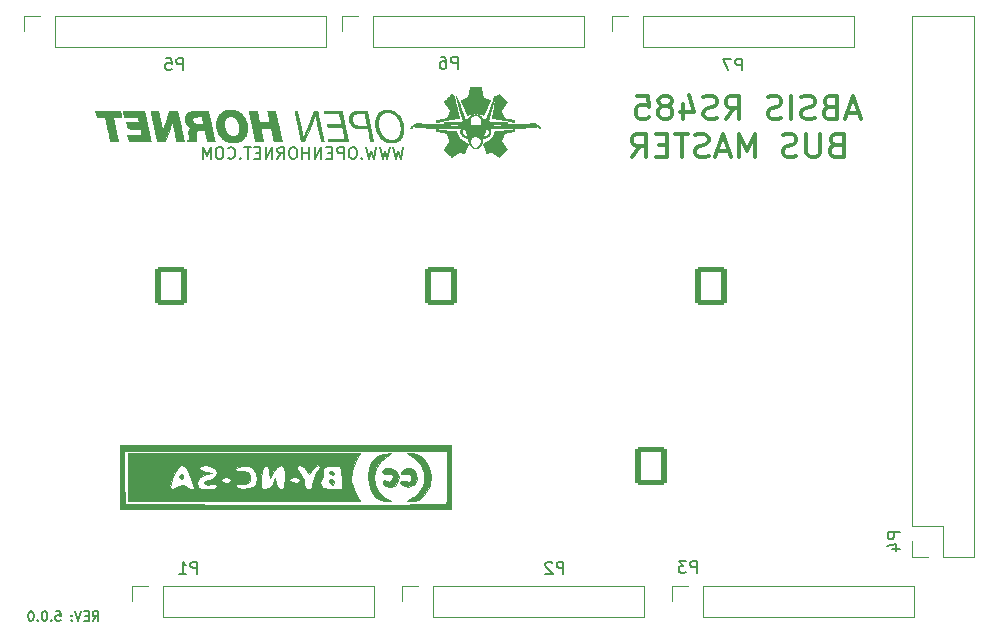
<source format=gbr>
%TF.GenerationSoftware,KiCad,Pcbnew,8.0.5*%
%TF.CreationDate,2024-10-06T15:19:25-06:00*%
%TF.ProjectId,ABSIS_Bus_Master,41425349-535f-4427-9573-5f4d61737465,5.0.0*%
%TF.SameCoordinates,Original*%
%TF.FileFunction,Legend,Bot*%
%TF.FilePolarity,Positive*%
%FSLAX46Y46*%
G04 Gerber Fmt 4.6, Leading zero omitted, Abs format (unit mm)*
G04 Created by KiCad (PCBNEW 8.0.5) date 2024-10-06 15:19:25*
%MOMM*%
%LPD*%
G01*
G04 APERTURE LIST*
G04 Aperture macros list*
%AMRoundRect*
0 Rectangle with rounded corners*
0 $1 Rounding radius*
0 $2 $3 $4 $5 $6 $7 $8 $9 X,Y pos of 4 corners*
0 Add a 4 corners polygon primitive as box body*
4,1,4,$2,$3,$4,$5,$6,$7,$8,$9,$2,$3,0*
0 Add four circle primitives for the rounded corners*
1,1,$1+$1,$2,$3*
1,1,$1+$1,$4,$5*
1,1,$1+$1,$6,$7*
1,1,$1+$1,$8,$9*
0 Add four rect primitives between the rounded corners*
20,1,$1+$1,$2,$3,$4,$5,0*
20,1,$1+$1,$4,$5,$6,$7,0*
20,1,$1+$1,$6,$7,$8,$9,0*
20,1,$1+$1,$8,$9,$2,$3,0*%
G04 Aperture macros list end*
%ADD10C,0.150000*%
%ADD11C,0.300000*%
%ADD12C,0.120000*%
%ADD13C,0.010000*%
%ADD14C,3.200000*%
%ADD15C,1.500000*%
%ADD16C,3.000000*%
%ADD17RoundRect,0.250001X-1.099999X-1.399999X1.099999X-1.399999X1.099999X1.399999X-1.099999X1.399999X0*%
%ADD18O,2.700000X3.300000*%
%ADD19R,1.700000X1.700000*%
%ADD20O,1.700000X1.700000*%
G04 APERTURE END LIST*
D10*
X38757617Y40985181D02*
X38519522Y39985181D01*
X38519522Y39985181D02*
X38329046Y40699467D01*
X38329046Y40699467D02*
X38138570Y39985181D01*
X38138570Y39985181D02*
X37900475Y40985181D01*
X37614760Y40985181D02*
X37376665Y39985181D01*
X37376665Y39985181D02*
X37186189Y40699467D01*
X37186189Y40699467D02*
X36995713Y39985181D01*
X36995713Y39985181D02*
X36757618Y40985181D01*
X36471903Y40985181D02*
X36233808Y39985181D01*
X36233808Y39985181D02*
X36043332Y40699467D01*
X36043332Y40699467D02*
X35852856Y39985181D01*
X35852856Y39985181D02*
X35614761Y40985181D01*
X35233808Y40080420D02*
X35186189Y40032800D01*
X35186189Y40032800D02*
X35233808Y39985181D01*
X35233808Y39985181D02*
X35281427Y40032800D01*
X35281427Y40032800D02*
X35233808Y40080420D01*
X35233808Y40080420D02*
X35233808Y39985181D01*
X34567142Y40985181D02*
X34376666Y40985181D01*
X34376666Y40985181D02*
X34281428Y40937562D01*
X34281428Y40937562D02*
X34186190Y40842324D01*
X34186190Y40842324D02*
X34138571Y40651848D01*
X34138571Y40651848D02*
X34138571Y40318515D01*
X34138571Y40318515D02*
X34186190Y40128039D01*
X34186190Y40128039D02*
X34281428Y40032800D01*
X34281428Y40032800D02*
X34376666Y39985181D01*
X34376666Y39985181D02*
X34567142Y39985181D01*
X34567142Y39985181D02*
X34662380Y40032800D01*
X34662380Y40032800D02*
X34757618Y40128039D01*
X34757618Y40128039D02*
X34805237Y40318515D01*
X34805237Y40318515D02*
X34805237Y40651848D01*
X34805237Y40651848D02*
X34757618Y40842324D01*
X34757618Y40842324D02*
X34662380Y40937562D01*
X34662380Y40937562D02*
X34567142Y40985181D01*
X33709999Y39985181D02*
X33709999Y40985181D01*
X33709999Y40985181D02*
X33329047Y40985181D01*
X33329047Y40985181D02*
X33233809Y40937562D01*
X33233809Y40937562D02*
X33186190Y40889943D01*
X33186190Y40889943D02*
X33138571Y40794705D01*
X33138571Y40794705D02*
X33138571Y40651848D01*
X33138571Y40651848D02*
X33186190Y40556610D01*
X33186190Y40556610D02*
X33233809Y40508991D01*
X33233809Y40508991D02*
X33329047Y40461372D01*
X33329047Y40461372D02*
X33709999Y40461372D01*
X32709999Y40508991D02*
X32376666Y40508991D01*
X32233809Y39985181D02*
X32709999Y39985181D01*
X32709999Y39985181D02*
X32709999Y40985181D01*
X32709999Y40985181D02*
X32233809Y40985181D01*
X31805237Y39985181D02*
X31805237Y40985181D01*
X31805237Y40985181D02*
X31233809Y39985181D01*
X31233809Y39985181D02*
X31233809Y40985181D01*
X30757618Y39985181D02*
X30757618Y40985181D01*
X30757618Y40508991D02*
X30186190Y40508991D01*
X30186190Y39985181D02*
X30186190Y40985181D01*
X29519523Y40985181D02*
X29329047Y40985181D01*
X29329047Y40985181D02*
X29233809Y40937562D01*
X29233809Y40937562D02*
X29138571Y40842324D01*
X29138571Y40842324D02*
X29090952Y40651848D01*
X29090952Y40651848D02*
X29090952Y40318515D01*
X29090952Y40318515D02*
X29138571Y40128039D01*
X29138571Y40128039D02*
X29233809Y40032800D01*
X29233809Y40032800D02*
X29329047Y39985181D01*
X29329047Y39985181D02*
X29519523Y39985181D01*
X29519523Y39985181D02*
X29614761Y40032800D01*
X29614761Y40032800D02*
X29709999Y40128039D01*
X29709999Y40128039D02*
X29757618Y40318515D01*
X29757618Y40318515D02*
X29757618Y40651848D01*
X29757618Y40651848D02*
X29709999Y40842324D01*
X29709999Y40842324D02*
X29614761Y40937562D01*
X29614761Y40937562D02*
X29519523Y40985181D01*
X28090952Y39985181D02*
X28424285Y40461372D01*
X28662380Y39985181D02*
X28662380Y40985181D01*
X28662380Y40985181D02*
X28281428Y40985181D01*
X28281428Y40985181D02*
X28186190Y40937562D01*
X28186190Y40937562D02*
X28138571Y40889943D01*
X28138571Y40889943D02*
X28090952Y40794705D01*
X28090952Y40794705D02*
X28090952Y40651848D01*
X28090952Y40651848D02*
X28138571Y40556610D01*
X28138571Y40556610D02*
X28186190Y40508991D01*
X28186190Y40508991D02*
X28281428Y40461372D01*
X28281428Y40461372D02*
X28662380Y40461372D01*
X27662380Y39985181D02*
X27662380Y40985181D01*
X27662380Y40985181D02*
X27090952Y39985181D01*
X27090952Y39985181D02*
X27090952Y40985181D01*
X26614761Y40508991D02*
X26281428Y40508991D01*
X26138571Y39985181D02*
X26614761Y39985181D01*
X26614761Y39985181D02*
X26614761Y40985181D01*
X26614761Y40985181D02*
X26138571Y40985181D01*
X25852856Y40985181D02*
X25281428Y40985181D01*
X25567142Y39985181D02*
X25567142Y40985181D01*
X24948094Y40080420D02*
X24900475Y40032800D01*
X24900475Y40032800D02*
X24948094Y39985181D01*
X24948094Y39985181D02*
X24995713Y40032800D01*
X24995713Y40032800D02*
X24948094Y40080420D01*
X24948094Y40080420D02*
X24948094Y39985181D01*
X23900476Y40080420D02*
X23948095Y40032800D01*
X23948095Y40032800D02*
X24090952Y39985181D01*
X24090952Y39985181D02*
X24186190Y39985181D01*
X24186190Y39985181D02*
X24329047Y40032800D01*
X24329047Y40032800D02*
X24424285Y40128039D01*
X24424285Y40128039D02*
X24471904Y40223277D01*
X24471904Y40223277D02*
X24519523Y40413753D01*
X24519523Y40413753D02*
X24519523Y40556610D01*
X24519523Y40556610D02*
X24471904Y40747086D01*
X24471904Y40747086D02*
X24424285Y40842324D01*
X24424285Y40842324D02*
X24329047Y40937562D01*
X24329047Y40937562D02*
X24186190Y40985181D01*
X24186190Y40985181D02*
X24090952Y40985181D01*
X24090952Y40985181D02*
X23948095Y40937562D01*
X23948095Y40937562D02*
X23900476Y40889943D01*
X23281428Y40985181D02*
X23090952Y40985181D01*
X23090952Y40985181D02*
X22995714Y40937562D01*
X22995714Y40937562D02*
X22900476Y40842324D01*
X22900476Y40842324D02*
X22852857Y40651848D01*
X22852857Y40651848D02*
X22852857Y40318515D01*
X22852857Y40318515D02*
X22900476Y40128039D01*
X22900476Y40128039D02*
X22995714Y40032800D01*
X22995714Y40032800D02*
X23090952Y39985181D01*
X23090952Y39985181D02*
X23281428Y39985181D01*
X23281428Y39985181D02*
X23376666Y40032800D01*
X23376666Y40032800D02*
X23471904Y40128039D01*
X23471904Y40128039D02*
X23519523Y40318515D01*
X23519523Y40318515D02*
X23519523Y40651848D01*
X23519523Y40651848D02*
X23471904Y40842324D01*
X23471904Y40842324D02*
X23376666Y40937562D01*
X23376666Y40937562D02*
X23281428Y40985181D01*
X22424285Y39985181D02*
X22424285Y40985181D01*
X22424285Y40985181D02*
X22090952Y40270896D01*
X22090952Y40270896D02*
X21757619Y40985181D01*
X21757619Y40985181D02*
X21757619Y39985181D01*
X12436189Y877705D02*
X12702856Y1258658D01*
X12893332Y877705D02*
X12893332Y1677705D01*
X12893332Y1677705D02*
X12588570Y1677705D01*
X12588570Y1677705D02*
X12512380Y1639610D01*
X12512380Y1639610D02*
X12474285Y1601515D01*
X12474285Y1601515D02*
X12436189Y1525324D01*
X12436189Y1525324D02*
X12436189Y1411039D01*
X12436189Y1411039D02*
X12474285Y1334848D01*
X12474285Y1334848D02*
X12512380Y1296753D01*
X12512380Y1296753D02*
X12588570Y1258658D01*
X12588570Y1258658D02*
X12893332Y1258658D01*
X12093332Y1296753D02*
X11826666Y1296753D01*
X11712380Y877705D02*
X12093332Y877705D01*
X12093332Y877705D02*
X12093332Y1677705D01*
X12093332Y1677705D02*
X11712380Y1677705D01*
X11483808Y1677705D02*
X11217141Y877705D01*
X11217141Y877705D02*
X10950475Y1677705D01*
X10683808Y953896D02*
X10645713Y915800D01*
X10645713Y915800D02*
X10683808Y877705D01*
X10683808Y877705D02*
X10721904Y915800D01*
X10721904Y915800D02*
X10683808Y953896D01*
X10683808Y953896D02*
X10683808Y877705D01*
X10683808Y1372943D02*
X10645713Y1334848D01*
X10645713Y1334848D02*
X10683808Y1296753D01*
X10683808Y1296753D02*
X10721904Y1334848D01*
X10721904Y1334848D02*
X10683808Y1372943D01*
X10683808Y1372943D02*
X10683808Y1296753D01*
X9312380Y1677705D02*
X9693332Y1677705D01*
X9693332Y1677705D02*
X9731428Y1296753D01*
X9731428Y1296753D02*
X9693332Y1334848D01*
X9693332Y1334848D02*
X9617142Y1372943D01*
X9617142Y1372943D02*
X9426666Y1372943D01*
X9426666Y1372943D02*
X9350475Y1334848D01*
X9350475Y1334848D02*
X9312380Y1296753D01*
X9312380Y1296753D02*
X9274285Y1220562D01*
X9274285Y1220562D02*
X9274285Y1030086D01*
X9274285Y1030086D02*
X9312380Y953896D01*
X9312380Y953896D02*
X9350475Y915800D01*
X9350475Y915800D02*
X9426666Y877705D01*
X9426666Y877705D02*
X9617142Y877705D01*
X9617142Y877705D02*
X9693332Y915800D01*
X9693332Y915800D02*
X9731428Y953896D01*
X8931427Y953896D02*
X8893332Y915800D01*
X8893332Y915800D02*
X8931427Y877705D01*
X8931427Y877705D02*
X8969523Y915800D01*
X8969523Y915800D02*
X8931427Y953896D01*
X8931427Y953896D02*
X8931427Y877705D01*
X8398094Y1677705D02*
X8321904Y1677705D01*
X8321904Y1677705D02*
X8245713Y1639610D01*
X8245713Y1639610D02*
X8207618Y1601515D01*
X8207618Y1601515D02*
X8169523Y1525324D01*
X8169523Y1525324D02*
X8131428Y1372943D01*
X8131428Y1372943D02*
X8131428Y1182467D01*
X8131428Y1182467D02*
X8169523Y1030086D01*
X8169523Y1030086D02*
X8207618Y953896D01*
X8207618Y953896D02*
X8245713Y915800D01*
X8245713Y915800D02*
X8321904Y877705D01*
X8321904Y877705D02*
X8398094Y877705D01*
X8398094Y877705D02*
X8474285Y915800D01*
X8474285Y915800D02*
X8512380Y953896D01*
X8512380Y953896D02*
X8550475Y1030086D01*
X8550475Y1030086D02*
X8588571Y1182467D01*
X8588571Y1182467D02*
X8588571Y1372943D01*
X8588571Y1372943D02*
X8550475Y1525324D01*
X8550475Y1525324D02*
X8512380Y1601515D01*
X8512380Y1601515D02*
X8474285Y1639610D01*
X8474285Y1639610D02*
X8398094Y1677705D01*
X7788570Y953896D02*
X7750475Y915800D01*
X7750475Y915800D02*
X7788570Y877705D01*
X7788570Y877705D02*
X7826666Y915800D01*
X7826666Y915800D02*
X7788570Y953896D01*
X7788570Y953896D02*
X7788570Y877705D01*
X7255237Y1677705D02*
X7179047Y1677705D01*
X7179047Y1677705D02*
X7102856Y1639610D01*
X7102856Y1639610D02*
X7064761Y1601515D01*
X7064761Y1601515D02*
X7026666Y1525324D01*
X7026666Y1525324D02*
X6988571Y1372943D01*
X6988571Y1372943D02*
X6988571Y1182467D01*
X6988571Y1182467D02*
X7026666Y1030086D01*
X7026666Y1030086D02*
X7064761Y953896D01*
X7064761Y953896D02*
X7102856Y915800D01*
X7102856Y915800D02*
X7179047Y877705D01*
X7179047Y877705D02*
X7255237Y877705D01*
X7255237Y877705D02*
X7331428Y915800D01*
X7331428Y915800D02*
X7369523Y953896D01*
X7369523Y953896D02*
X7407618Y1030086D01*
X7407618Y1030086D02*
X7445714Y1182467D01*
X7445714Y1182467D02*
X7445714Y1372943D01*
X7445714Y1372943D02*
X7407618Y1525324D01*
X7407618Y1525324D02*
X7369523Y1601515D01*
X7369523Y1601515D02*
X7331428Y1639610D01*
X7331428Y1639610D02*
X7255237Y1677705D01*
D11*
X77300476Y43911735D02*
X76348095Y43911735D01*
X77490952Y43340306D02*
X76824286Y45340306D01*
X76824286Y45340306D02*
X76157619Y43340306D01*
X74824285Y44387925D02*
X74538571Y44292687D01*
X74538571Y44292687D02*
X74443333Y44197449D01*
X74443333Y44197449D02*
X74348095Y44006973D01*
X74348095Y44006973D02*
X74348095Y43721259D01*
X74348095Y43721259D02*
X74443333Y43530783D01*
X74443333Y43530783D02*
X74538571Y43435544D01*
X74538571Y43435544D02*
X74729047Y43340306D01*
X74729047Y43340306D02*
X75490952Y43340306D01*
X75490952Y43340306D02*
X75490952Y45340306D01*
X75490952Y45340306D02*
X74824285Y45340306D01*
X74824285Y45340306D02*
X74633809Y45245068D01*
X74633809Y45245068D02*
X74538571Y45149830D01*
X74538571Y45149830D02*
X74443333Y44959354D01*
X74443333Y44959354D02*
X74443333Y44768878D01*
X74443333Y44768878D02*
X74538571Y44578402D01*
X74538571Y44578402D02*
X74633809Y44483164D01*
X74633809Y44483164D02*
X74824285Y44387925D01*
X74824285Y44387925D02*
X75490952Y44387925D01*
X73586190Y43435544D02*
X73300476Y43340306D01*
X73300476Y43340306D02*
X72824285Y43340306D01*
X72824285Y43340306D02*
X72633809Y43435544D01*
X72633809Y43435544D02*
X72538571Y43530783D01*
X72538571Y43530783D02*
X72443333Y43721259D01*
X72443333Y43721259D02*
X72443333Y43911735D01*
X72443333Y43911735D02*
X72538571Y44102211D01*
X72538571Y44102211D02*
X72633809Y44197449D01*
X72633809Y44197449D02*
X72824285Y44292687D01*
X72824285Y44292687D02*
X73205238Y44387925D01*
X73205238Y44387925D02*
X73395714Y44483164D01*
X73395714Y44483164D02*
X73490952Y44578402D01*
X73490952Y44578402D02*
X73586190Y44768878D01*
X73586190Y44768878D02*
X73586190Y44959354D01*
X73586190Y44959354D02*
X73490952Y45149830D01*
X73490952Y45149830D02*
X73395714Y45245068D01*
X73395714Y45245068D02*
X73205238Y45340306D01*
X73205238Y45340306D02*
X72729047Y45340306D01*
X72729047Y45340306D02*
X72443333Y45245068D01*
X71586190Y43340306D02*
X71586190Y45340306D01*
X70729047Y43435544D02*
X70443333Y43340306D01*
X70443333Y43340306D02*
X69967142Y43340306D01*
X69967142Y43340306D02*
X69776666Y43435544D01*
X69776666Y43435544D02*
X69681428Y43530783D01*
X69681428Y43530783D02*
X69586190Y43721259D01*
X69586190Y43721259D02*
X69586190Y43911735D01*
X69586190Y43911735D02*
X69681428Y44102211D01*
X69681428Y44102211D02*
X69776666Y44197449D01*
X69776666Y44197449D02*
X69967142Y44292687D01*
X69967142Y44292687D02*
X70348095Y44387925D01*
X70348095Y44387925D02*
X70538571Y44483164D01*
X70538571Y44483164D02*
X70633809Y44578402D01*
X70633809Y44578402D02*
X70729047Y44768878D01*
X70729047Y44768878D02*
X70729047Y44959354D01*
X70729047Y44959354D02*
X70633809Y45149830D01*
X70633809Y45149830D02*
X70538571Y45245068D01*
X70538571Y45245068D02*
X70348095Y45340306D01*
X70348095Y45340306D02*
X69871904Y45340306D01*
X69871904Y45340306D02*
X69586190Y45245068D01*
X66062380Y43340306D02*
X66729047Y44292687D01*
X67205237Y43340306D02*
X67205237Y45340306D01*
X67205237Y45340306D02*
X66443332Y45340306D01*
X66443332Y45340306D02*
X66252856Y45245068D01*
X66252856Y45245068D02*
X66157618Y45149830D01*
X66157618Y45149830D02*
X66062380Y44959354D01*
X66062380Y44959354D02*
X66062380Y44673640D01*
X66062380Y44673640D02*
X66157618Y44483164D01*
X66157618Y44483164D02*
X66252856Y44387925D01*
X66252856Y44387925D02*
X66443332Y44292687D01*
X66443332Y44292687D02*
X67205237Y44292687D01*
X65300475Y43435544D02*
X65014761Y43340306D01*
X65014761Y43340306D02*
X64538570Y43340306D01*
X64538570Y43340306D02*
X64348094Y43435544D01*
X64348094Y43435544D02*
X64252856Y43530783D01*
X64252856Y43530783D02*
X64157618Y43721259D01*
X64157618Y43721259D02*
X64157618Y43911735D01*
X64157618Y43911735D02*
X64252856Y44102211D01*
X64252856Y44102211D02*
X64348094Y44197449D01*
X64348094Y44197449D02*
X64538570Y44292687D01*
X64538570Y44292687D02*
X64919523Y44387925D01*
X64919523Y44387925D02*
X65109999Y44483164D01*
X65109999Y44483164D02*
X65205237Y44578402D01*
X65205237Y44578402D02*
X65300475Y44768878D01*
X65300475Y44768878D02*
X65300475Y44959354D01*
X65300475Y44959354D02*
X65205237Y45149830D01*
X65205237Y45149830D02*
X65109999Y45245068D01*
X65109999Y45245068D02*
X64919523Y45340306D01*
X64919523Y45340306D02*
X64443332Y45340306D01*
X64443332Y45340306D02*
X64157618Y45245068D01*
X62443332Y44673640D02*
X62443332Y43340306D01*
X62919523Y45435544D02*
X63395713Y44006973D01*
X63395713Y44006973D02*
X62157618Y44006973D01*
X61109999Y44483164D02*
X61300475Y44578402D01*
X61300475Y44578402D02*
X61395713Y44673640D01*
X61395713Y44673640D02*
X61490951Y44864116D01*
X61490951Y44864116D02*
X61490951Y44959354D01*
X61490951Y44959354D02*
X61395713Y45149830D01*
X61395713Y45149830D02*
X61300475Y45245068D01*
X61300475Y45245068D02*
X61109999Y45340306D01*
X61109999Y45340306D02*
X60729046Y45340306D01*
X60729046Y45340306D02*
X60538570Y45245068D01*
X60538570Y45245068D02*
X60443332Y45149830D01*
X60443332Y45149830D02*
X60348094Y44959354D01*
X60348094Y44959354D02*
X60348094Y44864116D01*
X60348094Y44864116D02*
X60443332Y44673640D01*
X60443332Y44673640D02*
X60538570Y44578402D01*
X60538570Y44578402D02*
X60729046Y44483164D01*
X60729046Y44483164D02*
X61109999Y44483164D01*
X61109999Y44483164D02*
X61300475Y44387925D01*
X61300475Y44387925D02*
X61395713Y44292687D01*
X61395713Y44292687D02*
X61490951Y44102211D01*
X61490951Y44102211D02*
X61490951Y43721259D01*
X61490951Y43721259D02*
X61395713Y43530783D01*
X61395713Y43530783D02*
X61300475Y43435544D01*
X61300475Y43435544D02*
X61109999Y43340306D01*
X61109999Y43340306D02*
X60729046Y43340306D01*
X60729046Y43340306D02*
X60538570Y43435544D01*
X60538570Y43435544D02*
X60443332Y43530783D01*
X60443332Y43530783D02*
X60348094Y43721259D01*
X60348094Y43721259D02*
X60348094Y44102211D01*
X60348094Y44102211D02*
X60443332Y44292687D01*
X60443332Y44292687D02*
X60538570Y44387925D01*
X60538570Y44387925D02*
X60729046Y44483164D01*
X58538570Y45340306D02*
X59490951Y45340306D01*
X59490951Y45340306D02*
X59586189Y44387925D01*
X59586189Y44387925D02*
X59490951Y44483164D01*
X59490951Y44483164D02*
X59300475Y44578402D01*
X59300475Y44578402D02*
X58824284Y44578402D01*
X58824284Y44578402D02*
X58633808Y44483164D01*
X58633808Y44483164D02*
X58538570Y44387925D01*
X58538570Y44387925D02*
X58443332Y44197449D01*
X58443332Y44197449D02*
X58443332Y43721259D01*
X58443332Y43721259D02*
X58538570Y43530783D01*
X58538570Y43530783D02*
X58633808Y43435544D01*
X58633808Y43435544D02*
X58824284Y43340306D01*
X58824284Y43340306D02*
X59300475Y43340306D01*
X59300475Y43340306D02*
X59490951Y43435544D01*
X59490951Y43435544D02*
X59586189Y43530783D01*
X75348095Y41168037D02*
X75062381Y41072799D01*
X75062381Y41072799D02*
X74967143Y40977561D01*
X74967143Y40977561D02*
X74871905Y40787085D01*
X74871905Y40787085D02*
X74871905Y40501371D01*
X74871905Y40501371D02*
X74967143Y40310895D01*
X74967143Y40310895D02*
X75062381Y40215656D01*
X75062381Y40215656D02*
X75252857Y40120418D01*
X75252857Y40120418D02*
X76014762Y40120418D01*
X76014762Y40120418D02*
X76014762Y42120418D01*
X76014762Y42120418D02*
X75348095Y42120418D01*
X75348095Y42120418D02*
X75157619Y42025180D01*
X75157619Y42025180D02*
X75062381Y41929942D01*
X75062381Y41929942D02*
X74967143Y41739466D01*
X74967143Y41739466D02*
X74967143Y41548990D01*
X74967143Y41548990D02*
X75062381Y41358514D01*
X75062381Y41358514D02*
X75157619Y41263276D01*
X75157619Y41263276D02*
X75348095Y41168037D01*
X75348095Y41168037D02*
X76014762Y41168037D01*
X74014762Y42120418D02*
X74014762Y40501371D01*
X74014762Y40501371D02*
X73919524Y40310895D01*
X73919524Y40310895D02*
X73824286Y40215656D01*
X73824286Y40215656D02*
X73633810Y40120418D01*
X73633810Y40120418D02*
X73252857Y40120418D01*
X73252857Y40120418D02*
X73062381Y40215656D01*
X73062381Y40215656D02*
X72967143Y40310895D01*
X72967143Y40310895D02*
X72871905Y40501371D01*
X72871905Y40501371D02*
X72871905Y42120418D01*
X72014762Y40215656D02*
X71729048Y40120418D01*
X71729048Y40120418D02*
X71252857Y40120418D01*
X71252857Y40120418D02*
X71062381Y40215656D01*
X71062381Y40215656D02*
X70967143Y40310895D01*
X70967143Y40310895D02*
X70871905Y40501371D01*
X70871905Y40501371D02*
X70871905Y40691847D01*
X70871905Y40691847D02*
X70967143Y40882323D01*
X70967143Y40882323D02*
X71062381Y40977561D01*
X71062381Y40977561D02*
X71252857Y41072799D01*
X71252857Y41072799D02*
X71633810Y41168037D01*
X71633810Y41168037D02*
X71824286Y41263276D01*
X71824286Y41263276D02*
X71919524Y41358514D01*
X71919524Y41358514D02*
X72014762Y41548990D01*
X72014762Y41548990D02*
X72014762Y41739466D01*
X72014762Y41739466D02*
X71919524Y41929942D01*
X71919524Y41929942D02*
X71824286Y42025180D01*
X71824286Y42025180D02*
X71633810Y42120418D01*
X71633810Y42120418D02*
X71157619Y42120418D01*
X71157619Y42120418D02*
X70871905Y42025180D01*
X68490952Y40120418D02*
X68490952Y42120418D01*
X68490952Y42120418D02*
X67824285Y40691847D01*
X67824285Y40691847D02*
X67157619Y42120418D01*
X67157619Y42120418D02*
X67157619Y40120418D01*
X66300476Y40691847D02*
X65348095Y40691847D01*
X66490952Y40120418D02*
X65824286Y42120418D01*
X65824286Y42120418D02*
X65157619Y40120418D01*
X64586190Y40215656D02*
X64300476Y40120418D01*
X64300476Y40120418D02*
X63824285Y40120418D01*
X63824285Y40120418D02*
X63633809Y40215656D01*
X63633809Y40215656D02*
X63538571Y40310895D01*
X63538571Y40310895D02*
X63443333Y40501371D01*
X63443333Y40501371D02*
X63443333Y40691847D01*
X63443333Y40691847D02*
X63538571Y40882323D01*
X63538571Y40882323D02*
X63633809Y40977561D01*
X63633809Y40977561D02*
X63824285Y41072799D01*
X63824285Y41072799D02*
X64205238Y41168037D01*
X64205238Y41168037D02*
X64395714Y41263276D01*
X64395714Y41263276D02*
X64490952Y41358514D01*
X64490952Y41358514D02*
X64586190Y41548990D01*
X64586190Y41548990D02*
X64586190Y41739466D01*
X64586190Y41739466D02*
X64490952Y41929942D01*
X64490952Y41929942D02*
X64395714Y42025180D01*
X64395714Y42025180D02*
X64205238Y42120418D01*
X64205238Y42120418D02*
X63729047Y42120418D01*
X63729047Y42120418D02*
X63443333Y42025180D01*
X62871904Y42120418D02*
X61729047Y42120418D01*
X62300476Y40120418D02*
X62300476Y42120418D01*
X61062380Y41168037D02*
X60395713Y41168037D01*
X60109999Y40120418D02*
X61062380Y40120418D01*
X61062380Y40120418D02*
X61062380Y42120418D01*
X61062380Y42120418D02*
X60109999Y42120418D01*
X58109999Y40120418D02*
X58776666Y41072799D01*
X59252856Y40120418D02*
X59252856Y42120418D01*
X59252856Y42120418D02*
X58490951Y42120418D01*
X58490951Y42120418D02*
X58300475Y42025180D01*
X58300475Y42025180D02*
X58205237Y41929942D01*
X58205237Y41929942D02*
X58109999Y41739466D01*
X58109999Y41739466D02*
X58109999Y41453752D01*
X58109999Y41453752D02*
X58205237Y41263276D01*
X58205237Y41263276D02*
X58300475Y41168037D01*
X58300475Y41168037D02*
X58490951Y41072799D01*
X58490951Y41072799D02*
X59252856Y41072799D01*
D10*
X80764819Y8378095D02*
X79764819Y8378095D01*
X79764819Y8378095D02*
X79764819Y7997143D01*
X79764819Y7997143D02*
X79812438Y7901905D01*
X79812438Y7901905D02*
X79860057Y7854286D01*
X79860057Y7854286D02*
X79955295Y7806667D01*
X79955295Y7806667D02*
X80098152Y7806667D01*
X80098152Y7806667D02*
X80193390Y7854286D01*
X80193390Y7854286D02*
X80241009Y7901905D01*
X80241009Y7901905D02*
X80288628Y7997143D01*
X80288628Y7997143D02*
X80288628Y8378095D01*
X80098152Y6949524D02*
X80764819Y6949524D01*
X79717200Y7187619D02*
X80431485Y7425714D01*
X80431485Y7425714D02*
X80431485Y6806667D01*
X21298094Y4885181D02*
X21298094Y5885181D01*
X21298094Y5885181D02*
X20917142Y5885181D01*
X20917142Y5885181D02*
X20821904Y5837562D01*
X20821904Y5837562D02*
X20774285Y5789943D01*
X20774285Y5789943D02*
X20726666Y5694705D01*
X20726666Y5694705D02*
X20726666Y5551848D01*
X20726666Y5551848D02*
X20774285Y5456610D01*
X20774285Y5456610D02*
X20821904Y5408991D01*
X20821904Y5408991D02*
X20917142Y5361372D01*
X20917142Y5361372D02*
X21298094Y5361372D01*
X19774285Y4885181D02*
X20345713Y4885181D01*
X20059999Y4885181D02*
X20059999Y5885181D01*
X20059999Y5885181D02*
X20155237Y5742324D01*
X20155237Y5742324D02*
X20250475Y5647086D01*
X20250475Y5647086D02*
X20345713Y5599467D01*
X63598094Y4935181D02*
X63598094Y5935181D01*
X63598094Y5935181D02*
X63217142Y5935181D01*
X63217142Y5935181D02*
X63121904Y5887562D01*
X63121904Y5887562D02*
X63074285Y5839943D01*
X63074285Y5839943D02*
X63026666Y5744705D01*
X63026666Y5744705D02*
X63026666Y5601848D01*
X63026666Y5601848D02*
X63074285Y5506610D01*
X63074285Y5506610D02*
X63121904Y5458991D01*
X63121904Y5458991D02*
X63217142Y5411372D01*
X63217142Y5411372D02*
X63598094Y5411372D01*
X62693332Y5935181D02*
X62074285Y5935181D01*
X62074285Y5935181D02*
X62407618Y5554229D01*
X62407618Y5554229D02*
X62264761Y5554229D01*
X62264761Y5554229D02*
X62169523Y5506610D01*
X62169523Y5506610D02*
X62121904Y5458991D01*
X62121904Y5458991D02*
X62074285Y5363753D01*
X62074285Y5363753D02*
X62074285Y5125658D01*
X62074285Y5125658D02*
X62121904Y5030420D01*
X62121904Y5030420D02*
X62169523Y4982800D01*
X62169523Y4982800D02*
X62264761Y4935181D01*
X62264761Y4935181D02*
X62550475Y4935181D01*
X62550475Y4935181D02*
X62645713Y4982800D01*
X62645713Y4982800D02*
X62693332Y5030420D01*
X20098094Y47535181D02*
X20098094Y48535181D01*
X20098094Y48535181D02*
X19717142Y48535181D01*
X19717142Y48535181D02*
X19621904Y48487562D01*
X19621904Y48487562D02*
X19574285Y48439943D01*
X19574285Y48439943D02*
X19526666Y48344705D01*
X19526666Y48344705D02*
X19526666Y48201848D01*
X19526666Y48201848D02*
X19574285Y48106610D01*
X19574285Y48106610D02*
X19621904Y48058991D01*
X19621904Y48058991D02*
X19717142Y48011372D01*
X19717142Y48011372D02*
X20098094Y48011372D01*
X18621904Y48535181D02*
X19098094Y48535181D01*
X19098094Y48535181D02*
X19145713Y48058991D01*
X19145713Y48058991D02*
X19098094Y48106610D01*
X19098094Y48106610D02*
X19002856Y48154229D01*
X19002856Y48154229D02*
X18764761Y48154229D01*
X18764761Y48154229D02*
X18669523Y48106610D01*
X18669523Y48106610D02*
X18621904Y48058991D01*
X18621904Y48058991D02*
X18574285Y47963753D01*
X18574285Y47963753D02*
X18574285Y47725658D01*
X18574285Y47725658D02*
X18621904Y47630420D01*
X18621904Y47630420D02*
X18669523Y47582800D01*
X18669523Y47582800D02*
X18764761Y47535181D01*
X18764761Y47535181D02*
X19002856Y47535181D01*
X19002856Y47535181D02*
X19098094Y47582800D01*
X19098094Y47582800D02*
X19145713Y47630420D01*
X43348094Y47635181D02*
X43348094Y48635181D01*
X43348094Y48635181D02*
X42967142Y48635181D01*
X42967142Y48635181D02*
X42871904Y48587562D01*
X42871904Y48587562D02*
X42824285Y48539943D01*
X42824285Y48539943D02*
X42776666Y48444705D01*
X42776666Y48444705D02*
X42776666Y48301848D01*
X42776666Y48301848D02*
X42824285Y48206610D01*
X42824285Y48206610D02*
X42871904Y48158991D01*
X42871904Y48158991D02*
X42967142Y48111372D01*
X42967142Y48111372D02*
X43348094Y48111372D01*
X41919523Y48635181D02*
X42109999Y48635181D01*
X42109999Y48635181D02*
X42205237Y48587562D01*
X42205237Y48587562D02*
X42252856Y48539943D01*
X42252856Y48539943D02*
X42348094Y48397086D01*
X42348094Y48397086D02*
X42395713Y48206610D01*
X42395713Y48206610D02*
X42395713Y47825658D01*
X42395713Y47825658D02*
X42348094Y47730420D01*
X42348094Y47730420D02*
X42300475Y47682800D01*
X42300475Y47682800D02*
X42205237Y47635181D01*
X42205237Y47635181D02*
X42014761Y47635181D01*
X42014761Y47635181D02*
X41919523Y47682800D01*
X41919523Y47682800D02*
X41871904Y47730420D01*
X41871904Y47730420D02*
X41824285Y47825658D01*
X41824285Y47825658D02*
X41824285Y48063753D01*
X41824285Y48063753D02*
X41871904Y48158991D01*
X41871904Y48158991D02*
X41919523Y48206610D01*
X41919523Y48206610D02*
X42014761Y48254229D01*
X42014761Y48254229D02*
X42205237Y48254229D01*
X42205237Y48254229D02*
X42300475Y48206610D01*
X42300475Y48206610D02*
X42348094Y48158991D01*
X42348094Y48158991D02*
X42395713Y48063753D01*
X67398094Y47485181D02*
X67398094Y48485181D01*
X67398094Y48485181D02*
X67017142Y48485181D01*
X67017142Y48485181D02*
X66921904Y48437562D01*
X66921904Y48437562D02*
X66874285Y48389943D01*
X66874285Y48389943D02*
X66826666Y48294705D01*
X66826666Y48294705D02*
X66826666Y48151848D01*
X66826666Y48151848D02*
X66874285Y48056610D01*
X66874285Y48056610D02*
X66921904Y48008991D01*
X66921904Y48008991D02*
X67017142Y47961372D01*
X67017142Y47961372D02*
X67398094Y47961372D01*
X66493332Y48485181D02*
X65826666Y48485181D01*
X65826666Y48485181D02*
X66255237Y47485181D01*
X52298094Y4885181D02*
X52298094Y5885181D01*
X52298094Y5885181D02*
X51917142Y5885181D01*
X51917142Y5885181D02*
X51821904Y5837562D01*
X51821904Y5837562D02*
X51774285Y5789943D01*
X51774285Y5789943D02*
X51726666Y5694705D01*
X51726666Y5694705D02*
X51726666Y5551848D01*
X51726666Y5551848D02*
X51774285Y5456610D01*
X51774285Y5456610D02*
X51821904Y5408991D01*
X51821904Y5408991D02*
X51917142Y5361372D01*
X51917142Y5361372D02*
X52298094Y5361372D01*
X51345713Y5789943D02*
X51298094Y5837562D01*
X51298094Y5837562D02*
X51202856Y5885181D01*
X51202856Y5885181D02*
X50964761Y5885181D01*
X50964761Y5885181D02*
X50869523Y5837562D01*
X50869523Y5837562D02*
X50821904Y5789943D01*
X50821904Y5789943D02*
X50774285Y5694705D01*
X50774285Y5694705D02*
X50774285Y5599467D01*
X50774285Y5599467D02*
X50821904Y5456610D01*
X50821904Y5456610D02*
X51393332Y4885181D01*
X51393332Y4885181D02*
X50774285Y4885181D01*
D12*
%TO.C,P4*%
X81855000Y52130000D02*
X87055000Y52130000D01*
X81855000Y8890000D02*
X81855000Y52130000D01*
X81855000Y8890000D02*
X84455000Y8890000D01*
X81855000Y7620000D02*
X81855000Y6290000D01*
X81855000Y6290000D02*
X83185000Y6290000D01*
X84455000Y8890000D02*
X84455000Y6290000D01*
X84455000Y6290000D02*
X87055000Y6290000D01*
X87055000Y6290000D02*
X87055000Y52130000D01*
%TO.C,P1*%
X36255000Y3870000D02*
X36255000Y1210000D01*
X18415000Y3870000D02*
X36255000Y3870000D01*
X18415000Y3870000D02*
X18415000Y1210000D01*
X17145000Y3870000D02*
X15815000Y3870000D01*
X15815000Y3870000D02*
X15815000Y2540000D01*
X18415000Y1210000D02*
X36255000Y1210000D01*
%TO.C,P3*%
X81975000Y3870000D02*
X81975000Y1210000D01*
X64135000Y3870000D02*
X81975000Y3870000D01*
X64135000Y3870000D02*
X64135000Y1210000D01*
X62865000Y3870000D02*
X61535000Y3870000D01*
X61535000Y3870000D02*
X61535000Y2540000D01*
X64135000Y1210000D02*
X81975000Y1210000D01*
%TO.C,P5*%
X32191000Y52130000D02*
X32191000Y49470000D01*
X9271000Y52130000D02*
X32191000Y52130000D01*
X9271000Y52130000D02*
X9271000Y49470000D01*
X8001000Y52130000D02*
X6671000Y52130000D01*
X6671000Y52130000D02*
X6671000Y50800000D01*
X9271000Y49470000D02*
X32191000Y49470000D01*
%TO.C,P6*%
X54035000Y52130000D02*
X54035000Y49470000D01*
X36195000Y52130000D02*
X54035000Y52130000D01*
X36195000Y52130000D02*
X36195000Y49470000D01*
X34925000Y52130000D02*
X33595000Y52130000D01*
X33595000Y52130000D02*
X33595000Y50800000D01*
X36195000Y49470000D02*
X54035000Y49470000D01*
%TO.C,P7*%
X76895000Y52130000D02*
X76895000Y49470000D01*
X59055000Y52130000D02*
X76895000Y52130000D01*
X59055000Y52130000D02*
X59055000Y49470000D01*
X57785000Y52130000D02*
X56455000Y52130000D01*
X56455000Y52130000D02*
X56455000Y50800000D01*
X59055000Y49470000D02*
X76895000Y49470000D01*
%TO.C,P2*%
X59111201Y3870000D02*
X59111201Y1210000D01*
X41271201Y3870000D02*
X59111201Y3870000D01*
X41271201Y3870000D02*
X41271201Y1210000D01*
X40001201Y3870000D02*
X38671201Y3870000D01*
X38671201Y3870000D02*
X38671201Y2540000D01*
X41271201Y1210000D02*
X59111201Y1210000D01*
D13*
%TO.C,LOGO2*%
X14769834Y44069281D02*
X14769838Y44069258D01*
X14771146Y44063028D01*
X14774036Y44049275D01*
X14778349Y44028757D01*
X14783925Y44002230D01*
X14790607Y43970449D01*
X14798234Y43934171D01*
X14806649Y43894152D01*
X14815691Y43851147D01*
X14825203Y43805913D01*
X14825631Y43803880D01*
X14835048Y43759039D01*
X14843920Y43716690D01*
X14852097Y43677558D01*
X14859428Y43642367D01*
X14865763Y43611839D01*
X14870952Y43586701D01*
X14874844Y43567674D01*
X14877290Y43555484D01*
X14878138Y43550855D01*
X14875839Y43550480D01*
X14865810Y43549994D01*
X14848382Y43549536D01*
X14824169Y43549110D01*
X14793785Y43548723D01*
X14757841Y43548380D01*
X14716951Y43548086D01*
X14671728Y43547848D01*
X14622784Y43547671D01*
X14570733Y43547561D01*
X14516188Y43547523D01*
X14475415Y43547510D01*
X14422666Y43547452D01*
X14372867Y43547352D01*
X14326632Y43547213D01*
X14284572Y43547039D01*
X14247302Y43546833D01*
X14215433Y43546598D01*
X14189580Y43546339D01*
X14170354Y43546058D01*
X14158369Y43545760D01*
X14154238Y43545447D01*
X14154332Y43544944D01*
X14155753Y43538041D01*
X14158827Y43523322D01*
X14163482Y43501140D01*
X14169641Y43471847D01*
X14177231Y43435796D01*
X14186178Y43393339D01*
X14196406Y43344828D01*
X14207842Y43290615D01*
X14220411Y43231054D01*
X14234039Y43166497D01*
X14248651Y43097295D01*
X14264174Y43023802D01*
X14280532Y42946370D01*
X14297651Y42865350D01*
X14315458Y42781096D01*
X14333877Y42693961D01*
X14352834Y42604295D01*
X14372255Y42512452D01*
X14378579Y42482546D01*
X14397862Y42391335D01*
X14416658Y42302401D01*
X14434890Y42216096D01*
X14452486Y42132775D01*
X14469370Y42052790D01*
X14485469Y41976494D01*
X14500708Y41904242D01*
X14515011Y41836386D01*
X14528306Y41773279D01*
X14540517Y41715276D01*
X14551571Y41662729D01*
X14561392Y41615992D01*
X14569906Y41575418D01*
X14577039Y41541361D01*
X14582717Y41514173D01*
X14586864Y41494208D01*
X14589407Y41481820D01*
X14590271Y41477362D01*
X14590217Y41477261D01*
X14585060Y41476427D01*
X14571597Y41475684D01*
X14549972Y41475036D01*
X14520329Y41474484D01*
X14482813Y41474029D01*
X14437568Y41473674D01*
X14384737Y41473420D01*
X14324465Y41473269D01*
X14256896Y41473224D01*
X13923521Y41473258D01*
X13703788Y42505099D01*
X13697256Y42535768D01*
X13677821Y42627011D01*
X13658863Y42715983D01*
X13640458Y42802330D01*
X13622682Y42885700D01*
X13605611Y42965738D01*
X13589319Y43042092D01*
X13573883Y43114406D01*
X13559377Y43182329D01*
X13545879Y43245506D01*
X13533462Y43303584D01*
X13522203Y43356209D01*
X13512177Y43403028D01*
X13503461Y43443686D01*
X13496128Y43477832D01*
X13490255Y43505110D01*
X13485918Y43525168D01*
X13483192Y43537651D01*
X13482152Y43542207D01*
X13480493Y43543093D01*
X13475242Y43543980D01*
X13465977Y43544765D01*
X13452252Y43545456D01*
X13433623Y43546060D01*
X13409643Y43546587D01*
X13379868Y43547044D01*
X13343853Y43547439D01*
X13301152Y43547779D01*
X13251319Y43548074D01*
X13193911Y43548330D01*
X13128481Y43548557D01*
X12776711Y43549639D01*
X12720608Y43814223D01*
X12717801Y43827458D01*
X12708182Y43872827D01*
X12699136Y43915492D01*
X12690812Y43954756D01*
X12683358Y43989921D01*
X12676921Y44020291D01*
X12671650Y44045167D01*
X12667691Y44063853D01*
X12665193Y44075651D01*
X12664304Y44079865D01*
X12664713Y44079894D01*
X12671448Y44079988D01*
X12686178Y44080079D01*
X12708542Y44080168D01*
X12738182Y44080253D01*
X12774739Y44080335D01*
X12817851Y44080414D01*
X12867161Y44080488D01*
X12922308Y44080557D01*
X12982933Y44080622D01*
X13048677Y44080681D01*
X13119179Y44080735D01*
X13194081Y44080782D01*
X13273024Y44080824D01*
X13355646Y44080859D01*
X13441590Y44080886D01*
X13530495Y44080906D01*
X13622002Y44080919D01*
X13715752Y44080923D01*
X14767399Y44080923D01*
X14769834Y44069281D01*
G36*
X14769834Y44069281D02*
G01*
X14769838Y44069258D01*
X14771146Y44063028D01*
X14774036Y44049275D01*
X14778349Y44028757D01*
X14783925Y44002230D01*
X14790607Y43970449D01*
X14798234Y43934171D01*
X14806649Y43894152D01*
X14815691Y43851147D01*
X14825203Y43805913D01*
X14825631Y43803880D01*
X14835048Y43759039D01*
X14843920Y43716690D01*
X14852097Y43677558D01*
X14859428Y43642367D01*
X14865763Y43611839D01*
X14870952Y43586701D01*
X14874844Y43567674D01*
X14877290Y43555484D01*
X14878138Y43550855D01*
X14875839Y43550480D01*
X14865810Y43549994D01*
X14848382Y43549536D01*
X14824169Y43549110D01*
X14793785Y43548723D01*
X14757841Y43548380D01*
X14716951Y43548086D01*
X14671728Y43547848D01*
X14622784Y43547671D01*
X14570733Y43547561D01*
X14516188Y43547523D01*
X14475415Y43547510D01*
X14422666Y43547452D01*
X14372867Y43547352D01*
X14326632Y43547213D01*
X14284572Y43547039D01*
X14247302Y43546833D01*
X14215433Y43546598D01*
X14189580Y43546339D01*
X14170354Y43546058D01*
X14158369Y43545760D01*
X14154238Y43545447D01*
X14154332Y43544944D01*
X14155753Y43538041D01*
X14158827Y43523322D01*
X14163482Y43501140D01*
X14169641Y43471847D01*
X14177231Y43435796D01*
X14186178Y43393339D01*
X14196406Y43344828D01*
X14207842Y43290615D01*
X14220411Y43231054D01*
X14234039Y43166497D01*
X14248651Y43097295D01*
X14264174Y43023802D01*
X14280532Y42946370D01*
X14297651Y42865350D01*
X14315458Y42781096D01*
X14333877Y42693961D01*
X14352834Y42604295D01*
X14372255Y42512452D01*
X14378579Y42482546D01*
X14397862Y42391335D01*
X14416658Y42302401D01*
X14434890Y42216096D01*
X14452486Y42132775D01*
X14469370Y42052790D01*
X14485469Y41976494D01*
X14500708Y41904242D01*
X14515011Y41836386D01*
X14528306Y41773279D01*
X14540517Y41715276D01*
X14551571Y41662729D01*
X14561392Y41615992D01*
X14569906Y41575418D01*
X14577039Y41541361D01*
X14582717Y41514173D01*
X14586864Y41494208D01*
X14589407Y41481820D01*
X14590271Y41477362D01*
X14590217Y41477261D01*
X14585060Y41476427D01*
X14571597Y41475684D01*
X14549972Y41475036D01*
X14520329Y41474484D01*
X14482813Y41474029D01*
X14437568Y41473674D01*
X14384737Y41473420D01*
X14324465Y41473269D01*
X14256896Y41473224D01*
X13923521Y41473258D01*
X13703788Y42505099D01*
X13697256Y42535768D01*
X13677821Y42627011D01*
X13658863Y42715983D01*
X13640458Y42802330D01*
X13622682Y42885700D01*
X13605611Y42965738D01*
X13589319Y43042092D01*
X13573883Y43114406D01*
X13559377Y43182329D01*
X13545879Y43245506D01*
X13533462Y43303584D01*
X13522203Y43356209D01*
X13512177Y43403028D01*
X13503461Y43443686D01*
X13496128Y43477832D01*
X13490255Y43505110D01*
X13485918Y43525168D01*
X13483192Y43537651D01*
X13482152Y43542207D01*
X13480493Y43543093D01*
X13475242Y43543980D01*
X13465977Y43544765D01*
X13452252Y43545456D01*
X13433623Y43546060D01*
X13409643Y43546587D01*
X13379868Y43547044D01*
X13343853Y43547439D01*
X13301152Y43547779D01*
X13251319Y43548074D01*
X13193911Y43548330D01*
X13128481Y43548557D01*
X12776711Y43549639D01*
X12720608Y43814223D01*
X12717801Y43827458D01*
X12708182Y43872827D01*
X12699136Y43915492D01*
X12690812Y43954756D01*
X12683358Y43989921D01*
X12676921Y44020291D01*
X12671650Y44045167D01*
X12667691Y44063853D01*
X12665193Y44075651D01*
X12664304Y44079865D01*
X12664713Y44079894D01*
X12671448Y44079988D01*
X12686178Y44080079D01*
X12708542Y44080168D01*
X12738182Y44080253D01*
X12774739Y44080335D01*
X12817851Y44080414D01*
X12867161Y44080488D01*
X12922308Y44080557D01*
X12982933Y44080622D01*
X13048677Y44080681D01*
X13119179Y44080735D01*
X13194081Y44080782D01*
X13273024Y44080824D01*
X13355646Y44080859D01*
X13441590Y44080886D01*
X13530495Y44080906D01*
X13622002Y44080919D01*
X13715752Y44080923D01*
X14767399Y44080923D01*
X14769834Y44069281D01*
G37*
X42845599Y45460262D02*
X42845986Y45460191D01*
X42853103Y45456987D01*
X42866026Y45449618D01*
X42883742Y45438717D01*
X42905243Y45424919D01*
X42929520Y45408859D01*
X42955561Y45391170D01*
X43053972Y45323468D01*
X43241392Y44453487D01*
X43242062Y44450375D01*
X43264551Y44346008D01*
X43285337Y44249588D01*
X43304493Y44160792D01*
X43322088Y44079297D01*
X43338194Y44004780D01*
X43352882Y43936920D01*
X43366223Y43875392D01*
X43378287Y43819874D01*
X43389145Y43770044D01*
X43398868Y43725579D01*
X43407527Y43686157D01*
X43415193Y43651453D01*
X43421937Y43621146D01*
X43427830Y43594914D01*
X43432942Y43572432D01*
X43437345Y43553380D01*
X43441109Y43537433D01*
X43444305Y43524269D01*
X43447004Y43513566D01*
X43449278Y43505000D01*
X43451196Y43498250D01*
X43451817Y43493350D01*
X43449102Y43489346D01*
X43441371Y43485423D01*
X43427051Y43480418D01*
X43425911Y43480086D01*
X43416248Y43477904D01*
X43398940Y43474466D01*
X43374554Y43469870D01*
X43343658Y43464217D01*
X43306821Y43457607D01*
X43264611Y43450140D01*
X43217596Y43441916D01*
X43166343Y43433034D01*
X43111422Y43423596D01*
X43053399Y43413700D01*
X42992843Y43403448D01*
X42930322Y43392938D01*
X42924229Y43391918D01*
X42860555Y43381235D01*
X42798075Y43370725D01*
X42737440Y43360497D01*
X42679300Y43350662D01*
X42624307Y43341332D01*
X42573111Y43332618D01*
X42526362Y43324630D01*
X42484712Y43317480D01*
X42448810Y43311277D01*
X42419308Y43306134D01*
X42396856Y43302162D01*
X42382105Y43299470D01*
X42363613Y43295928D01*
X42316771Y43286531D01*
X42264279Y43275446D01*
X42205779Y43262592D01*
X42140912Y43247887D01*
X42069319Y43231250D01*
X41990643Y43212597D01*
X41904524Y43191847D01*
X41810605Y43168919D01*
X41766859Y43158211D01*
X41724445Y43147889D01*
X41685024Y43138357D01*
X41649343Y43129792D01*
X41618147Y43122372D01*
X41592184Y43116274D01*
X41572200Y43111675D01*
X41558942Y43108754D01*
X41553157Y43107688D01*
X41543359Y43107256D01*
X41546021Y43255282D01*
X41558721Y43267884D01*
X41558860Y43268021D01*
X41561074Y43270101D01*
X41563651Y43272054D01*
X41567086Y43273985D01*
X41571878Y43275998D01*
X41578524Y43278199D01*
X41587523Y43280690D01*
X41599371Y43283578D01*
X41614567Y43286967D01*
X41633608Y43290961D01*
X41656991Y43295665D01*
X41685216Y43301183D01*
X41718778Y43307620D01*
X41758176Y43315080D01*
X41803908Y43323668D01*
X41856471Y43333489D01*
X41916363Y43344647D01*
X41984081Y43357247D01*
X42015245Y43363054D01*
X42072272Y43373738D01*
X42126778Y43384021D01*
X42178183Y43393790D01*
X42225906Y43402933D01*
X42269366Y43411336D01*
X42307983Y43418886D01*
X42341176Y43425470D01*
X42368365Y43430974D01*
X42388969Y43435286D01*
X42402407Y43438293D01*
X42408099Y43439880D01*
X42417834Y43446534D01*
X42427806Y43456368D01*
X42427872Y43456456D01*
X42430817Y43462120D01*
X42436732Y43474805D01*
X42445301Y43493776D01*
X42456208Y43518296D01*
X42469136Y43547631D01*
X42483767Y43581043D01*
X42499787Y43617798D01*
X42516877Y43657160D01*
X42534721Y43698393D01*
X42553003Y43740761D01*
X42571406Y43783528D01*
X42589614Y43825959D01*
X42607309Y43867318D01*
X42624175Y43906868D01*
X42639896Y43943875D01*
X42654155Y43977603D01*
X42666635Y44007315D01*
X42677019Y44032276D01*
X42684992Y44051751D01*
X42690235Y44065003D01*
X42692434Y44071296D01*
X42692510Y44071659D01*
X42692923Y44082561D01*
X42691216Y44095394D01*
X42689401Y44099277D01*
X42682908Y44110265D01*
X42671938Y44127653D01*
X42656699Y44151130D01*
X42637399Y44180386D01*
X42614244Y44215110D01*
X42587442Y44254993D01*
X42557199Y44299723D01*
X42523724Y44348991D01*
X42487222Y44402486D01*
X42447902Y44459898D01*
X42402985Y44525474D01*
X42362352Y44585023D01*
X42326311Y44638092D01*
X42294898Y44684626D01*
X42268150Y44724572D01*
X42246103Y44757874D01*
X42228793Y44784478D01*
X42216258Y44804329D01*
X42208532Y44817372D01*
X42205653Y44823553D01*
X42205384Y44833677D01*
X42209923Y44849676D01*
X42210101Y44849981D01*
X42214952Y44855932D01*
X42225231Y44867179D01*
X42240444Y44883230D01*
X42260094Y44903595D01*
X42283688Y44927780D01*
X42310730Y44955294D01*
X42340725Y44985644D01*
X42373179Y45018340D01*
X42407596Y45052888D01*
X42443482Y45088798D01*
X42480342Y45125576D01*
X42517680Y45162732D01*
X42555002Y45199773D01*
X42591813Y45236207D01*
X42627617Y45271542D01*
X42661921Y45305287D01*
X42694228Y45336950D01*
X42724045Y45366038D01*
X42750876Y45392059D01*
X42774226Y45414522D01*
X42793600Y45432935D01*
X42808503Y45446806D01*
X42818441Y45455642D01*
X42822918Y45458953D01*
X42832183Y45460313D01*
X42845599Y45460262D01*
G36*
X42845599Y45460262D02*
G01*
X42845986Y45460191D01*
X42853103Y45456987D01*
X42866026Y45449618D01*
X42883742Y45438717D01*
X42905243Y45424919D01*
X42929520Y45408859D01*
X42955561Y45391170D01*
X43053972Y45323468D01*
X43241392Y44453487D01*
X43242062Y44450375D01*
X43264551Y44346008D01*
X43285337Y44249588D01*
X43304493Y44160792D01*
X43322088Y44079297D01*
X43338194Y44004780D01*
X43352882Y43936920D01*
X43366223Y43875392D01*
X43378287Y43819874D01*
X43389145Y43770044D01*
X43398868Y43725579D01*
X43407527Y43686157D01*
X43415193Y43651453D01*
X43421937Y43621146D01*
X43427830Y43594914D01*
X43432942Y43572432D01*
X43437345Y43553380D01*
X43441109Y43537433D01*
X43444305Y43524269D01*
X43447004Y43513566D01*
X43449278Y43505000D01*
X43451196Y43498250D01*
X43451817Y43493350D01*
X43449102Y43489346D01*
X43441371Y43485423D01*
X43427051Y43480418D01*
X43425911Y43480086D01*
X43416248Y43477904D01*
X43398940Y43474466D01*
X43374554Y43469870D01*
X43343658Y43464217D01*
X43306821Y43457607D01*
X43264611Y43450140D01*
X43217596Y43441916D01*
X43166343Y43433034D01*
X43111422Y43423596D01*
X43053399Y43413700D01*
X42992843Y43403448D01*
X42930322Y43392938D01*
X42924229Y43391918D01*
X42860555Y43381235D01*
X42798075Y43370725D01*
X42737440Y43360497D01*
X42679300Y43350662D01*
X42624307Y43341332D01*
X42573111Y43332618D01*
X42526362Y43324630D01*
X42484712Y43317480D01*
X42448810Y43311277D01*
X42419308Y43306134D01*
X42396856Y43302162D01*
X42382105Y43299470D01*
X42363613Y43295928D01*
X42316771Y43286531D01*
X42264279Y43275446D01*
X42205779Y43262592D01*
X42140912Y43247887D01*
X42069319Y43231250D01*
X41990643Y43212597D01*
X41904524Y43191847D01*
X41810605Y43168919D01*
X41766859Y43158211D01*
X41724445Y43147889D01*
X41685024Y43138357D01*
X41649343Y43129792D01*
X41618147Y43122372D01*
X41592184Y43116274D01*
X41572200Y43111675D01*
X41558942Y43108754D01*
X41553157Y43107688D01*
X41543359Y43107256D01*
X41546021Y43255282D01*
X41558721Y43267884D01*
X41558860Y43268021D01*
X41561074Y43270101D01*
X41563651Y43272054D01*
X41567086Y43273985D01*
X41571878Y43275998D01*
X41578524Y43278199D01*
X41587523Y43280690D01*
X41599371Y43283578D01*
X41614567Y43286967D01*
X41633608Y43290961D01*
X41656991Y43295665D01*
X41685216Y43301183D01*
X41718778Y43307620D01*
X41758176Y43315080D01*
X41803908Y43323668D01*
X41856471Y43333489D01*
X41916363Y43344647D01*
X41984081Y43357247D01*
X42015245Y43363054D01*
X42072272Y43373738D01*
X42126778Y43384021D01*
X42178183Y43393790D01*
X42225906Y43402933D01*
X42269366Y43411336D01*
X42307983Y43418886D01*
X42341176Y43425470D01*
X42368365Y43430974D01*
X42388969Y43435286D01*
X42402407Y43438293D01*
X42408099Y43439880D01*
X42417834Y43446534D01*
X42427806Y43456368D01*
X42427872Y43456456D01*
X42430817Y43462120D01*
X42436732Y43474805D01*
X42445301Y43493776D01*
X42456208Y43518296D01*
X42469136Y43547631D01*
X42483767Y43581043D01*
X42499787Y43617798D01*
X42516877Y43657160D01*
X42534721Y43698393D01*
X42553003Y43740761D01*
X42571406Y43783528D01*
X42589614Y43825959D01*
X42607309Y43867318D01*
X42624175Y43906868D01*
X42639896Y43943875D01*
X42654155Y43977603D01*
X42666635Y44007315D01*
X42677019Y44032276D01*
X42684992Y44051751D01*
X42690235Y44065003D01*
X42692434Y44071296D01*
X42692510Y44071659D01*
X42692923Y44082561D01*
X42691216Y44095394D01*
X42689401Y44099277D01*
X42682908Y44110265D01*
X42671938Y44127653D01*
X42656699Y44151130D01*
X42637399Y44180386D01*
X42614244Y44215110D01*
X42587442Y44254993D01*
X42557199Y44299723D01*
X42523724Y44348991D01*
X42487222Y44402486D01*
X42447902Y44459898D01*
X42402985Y44525474D01*
X42362352Y44585023D01*
X42326311Y44638092D01*
X42294898Y44684626D01*
X42268150Y44724572D01*
X42246103Y44757874D01*
X42228793Y44784478D01*
X42216258Y44804329D01*
X42208532Y44817372D01*
X42205653Y44823553D01*
X42205384Y44833677D01*
X42209923Y44849676D01*
X42210101Y44849981D01*
X42214952Y44855932D01*
X42225231Y44867179D01*
X42240444Y44883230D01*
X42260094Y44903595D01*
X42283688Y44927780D01*
X42310730Y44955294D01*
X42340725Y44985644D01*
X42373179Y45018340D01*
X42407596Y45052888D01*
X42443482Y45088798D01*
X42480342Y45125576D01*
X42517680Y45162732D01*
X42555002Y45199773D01*
X42591813Y45236207D01*
X42627617Y45271542D01*
X42661921Y45305287D01*
X42694228Y45336950D01*
X42724045Y45366038D01*
X42750876Y45392059D01*
X42774226Y45414522D01*
X42793600Y45432935D01*
X42808503Y45446806D01*
X42818441Y45455642D01*
X42822918Y45458953D01*
X42832183Y45460313D01*
X42845599Y45460262D01*
G37*
X47175227Y45157289D02*
X47186794Y45145726D01*
X47235854Y45096683D01*
X47279331Y45053188D01*
X47317548Y45014876D01*
X47350830Y44981381D01*
X47379502Y44952338D01*
X47403888Y44927381D01*
X47424313Y44906144D01*
X47441100Y44888262D01*
X47454575Y44873370D01*
X47465062Y44861101D01*
X47472885Y44851090D01*
X47478369Y44842972D01*
X47481838Y44836382D01*
X47483617Y44830952D01*
X47484030Y44826319D01*
X47483401Y44822116D01*
X47482056Y44817978D01*
X47480318Y44813539D01*
X47479587Y44812176D01*
X47474621Y44804287D01*
X47465334Y44790136D01*
X47452059Y44770214D01*
X47435130Y44745014D01*
X47414881Y44715029D01*
X47391645Y44680751D01*
X47365756Y44642674D01*
X47337547Y44601289D01*
X47307353Y44557089D01*
X47275506Y44510567D01*
X47242341Y44462215D01*
X47227728Y44440927D01*
X47195047Y44393273D01*
X47163797Y44347650D01*
X47134314Y44304552D01*
X47106936Y44264473D01*
X47081999Y44227907D01*
X47059840Y44195351D01*
X47040796Y44167297D01*
X47025203Y44144240D01*
X47013398Y44126676D01*
X47005719Y44115098D01*
X47002501Y44110001D01*
X47001137Y44107310D01*
X46998934Y44102298D01*
X46997420Y44097009D01*
X46996786Y44090906D01*
X46997221Y44083455D01*
X46998917Y44074119D01*
X47002062Y44062364D01*
X47006848Y44047654D01*
X47013464Y44029453D01*
X47022100Y44007226D01*
X47032947Y43980436D01*
X47046195Y43948550D01*
X47062033Y43911030D01*
X47080652Y43867342D01*
X47102242Y43816950D01*
X47126994Y43759318D01*
X47146967Y43712847D01*
X47168337Y43663182D01*
X47186825Y43620333D01*
X47202676Y43583773D01*
X47216139Y43552971D01*
X47227461Y43527398D01*
X47236889Y43506525D01*
X47244671Y43489824D01*
X47251054Y43476764D01*
X47256285Y43466818D01*
X47260612Y43459455D01*
X47264282Y43454146D01*
X47267543Y43450364D01*
X47270641Y43447577D01*
X47273825Y43445258D01*
X47275653Y43444092D01*
X47279526Y43442081D01*
X47284750Y43439974D01*
X47291823Y43437670D01*
X47301243Y43435066D01*
X47313510Y43432059D01*
X47329121Y43428548D01*
X47348574Y43424430D01*
X47372369Y43419604D01*
X47401003Y43413966D01*
X47434974Y43407416D01*
X47474782Y43399850D01*
X47520924Y43391166D01*
X47573900Y43381263D01*
X47634206Y43370038D01*
X47702342Y43357388D01*
X47763176Y43346063D01*
X47824443Y43334567D01*
X47881264Y43323809D01*
X47933207Y43313874D01*
X47979841Y43304848D01*
X48020734Y43296815D01*
X48055454Y43289859D01*
X48083568Y43284066D01*
X48104646Y43279521D01*
X48118256Y43276309D01*
X48123964Y43274514D01*
X48128250Y43271404D01*
X48134019Y43265287D01*
X48138170Y43256992D01*
X48140958Y43245263D01*
X48142634Y43228843D01*
X48143455Y43206477D01*
X48143671Y43176907D01*
X48143655Y43166496D01*
X48143412Y43142477D01*
X48142811Y43125553D01*
X48141773Y43114715D01*
X48140214Y43108953D01*
X48138055Y43107256D01*
X48136995Y43107418D01*
X48128892Y43109160D01*
X48113543Y43112680D01*
X48091646Y43117810D01*
X48063900Y43124385D01*
X48031001Y43132238D01*
X47993647Y43141203D01*
X47952535Y43151114D01*
X47908364Y43161804D01*
X47861830Y43173108D01*
X47844419Y43177345D01*
X47783741Y43192101D01*
X47728340Y43205536D01*
X47677534Y43217785D01*
X47630642Y43228985D01*
X47586983Y43239271D01*
X47545875Y43248779D01*
X47506636Y43257646D01*
X47468587Y43266007D01*
X47431044Y43273998D01*
X47393327Y43281755D01*
X47354754Y43289414D01*
X47314645Y43297111D01*
X47272317Y43304982D01*
X47227089Y43313163D01*
X47178281Y43321790D01*
X47125210Y43330998D01*
X47067195Y43340924D01*
X47003555Y43351704D01*
X46933609Y43363473D01*
X46856675Y43376367D01*
X46772072Y43390523D01*
X46747943Y43394564D01*
X46685341Y43405100D01*
X46624887Y43415343D01*
X46567147Y43425196D01*
X46512682Y43434558D01*
X46462059Y43443333D01*
X46415840Y43451419D01*
X46374590Y43458718D01*
X46338874Y43465132D01*
X46309254Y43470561D01*
X46286295Y43474906D01*
X46270561Y43478069D01*
X46262617Y43479949D01*
X46252742Y43483171D01*
X46241483Y43487734D01*
X46236340Y43491749D01*
X46235956Y43496036D01*
X46237473Y43500838D01*
X46241014Y43512394D01*
X46245270Y43526533D01*
X46246725Y43532450D01*
X46249907Y43546360D01*
X46254703Y43567780D01*
X46261027Y43596318D01*
X46268794Y43631583D01*
X46277919Y43673181D01*
X46288316Y43720722D01*
X46299900Y43773812D01*
X46312586Y43832061D01*
X46326288Y43895076D01*
X46340920Y43962464D01*
X46356398Y44033835D01*
X46372636Y44108796D01*
X46389549Y44186955D01*
X46407051Y44267920D01*
X46425057Y44351298D01*
X46443482Y44436699D01*
X46634690Y45323406D01*
X46734073Y45392054D01*
X46748450Y45401975D01*
X46774754Y45420014D01*
X46795452Y45433953D01*
X46811446Y45444316D01*
X46823638Y45451627D01*
X46832931Y45456412D01*
X46840227Y45459193D01*
X46846428Y45460497D01*
X46852436Y45460846D01*
X46871417Y45460989D01*
X47175227Y45157289D01*
G36*
X47175227Y45157289D02*
G01*
X47186794Y45145726D01*
X47235854Y45096683D01*
X47279331Y45053188D01*
X47317548Y45014876D01*
X47350830Y44981381D01*
X47379502Y44952338D01*
X47403888Y44927381D01*
X47424313Y44906144D01*
X47441100Y44888262D01*
X47454575Y44873370D01*
X47465062Y44861101D01*
X47472885Y44851090D01*
X47478369Y44842972D01*
X47481838Y44836382D01*
X47483617Y44830952D01*
X47484030Y44826319D01*
X47483401Y44822116D01*
X47482056Y44817978D01*
X47480318Y44813539D01*
X47479587Y44812176D01*
X47474621Y44804287D01*
X47465334Y44790136D01*
X47452059Y44770214D01*
X47435130Y44745014D01*
X47414881Y44715029D01*
X47391645Y44680751D01*
X47365756Y44642674D01*
X47337547Y44601289D01*
X47307353Y44557089D01*
X47275506Y44510567D01*
X47242341Y44462215D01*
X47227728Y44440927D01*
X47195047Y44393273D01*
X47163797Y44347650D01*
X47134314Y44304552D01*
X47106936Y44264473D01*
X47081999Y44227907D01*
X47059840Y44195351D01*
X47040796Y44167297D01*
X47025203Y44144240D01*
X47013398Y44126676D01*
X47005719Y44115098D01*
X47002501Y44110001D01*
X47001137Y44107310D01*
X46998934Y44102298D01*
X46997420Y44097009D01*
X46996786Y44090906D01*
X46997221Y44083455D01*
X46998917Y44074119D01*
X47002062Y44062364D01*
X47006848Y44047654D01*
X47013464Y44029453D01*
X47022100Y44007226D01*
X47032947Y43980436D01*
X47046195Y43948550D01*
X47062033Y43911030D01*
X47080652Y43867342D01*
X47102242Y43816950D01*
X47126994Y43759318D01*
X47146967Y43712847D01*
X47168337Y43663182D01*
X47186825Y43620333D01*
X47202676Y43583773D01*
X47216139Y43552971D01*
X47227461Y43527398D01*
X47236889Y43506525D01*
X47244671Y43489824D01*
X47251054Y43476764D01*
X47256285Y43466818D01*
X47260612Y43459455D01*
X47264282Y43454146D01*
X47267543Y43450364D01*
X47270641Y43447577D01*
X47273825Y43445258D01*
X47275653Y43444092D01*
X47279526Y43442081D01*
X47284750Y43439974D01*
X47291823Y43437670D01*
X47301243Y43435066D01*
X47313510Y43432059D01*
X47329121Y43428548D01*
X47348574Y43424430D01*
X47372369Y43419604D01*
X47401003Y43413966D01*
X47434974Y43407416D01*
X47474782Y43399850D01*
X47520924Y43391166D01*
X47573900Y43381263D01*
X47634206Y43370038D01*
X47702342Y43357388D01*
X47763176Y43346063D01*
X47824443Y43334567D01*
X47881264Y43323809D01*
X47933207Y43313874D01*
X47979841Y43304848D01*
X48020734Y43296815D01*
X48055454Y43289859D01*
X48083568Y43284066D01*
X48104646Y43279521D01*
X48118256Y43276309D01*
X48123964Y43274514D01*
X48128250Y43271404D01*
X48134019Y43265287D01*
X48138170Y43256992D01*
X48140958Y43245263D01*
X48142634Y43228843D01*
X48143455Y43206477D01*
X48143671Y43176907D01*
X48143655Y43166496D01*
X48143412Y43142477D01*
X48142811Y43125553D01*
X48141773Y43114715D01*
X48140214Y43108953D01*
X48138055Y43107256D01*
X48136995Y43107418D01*
X48128892Y43109160D01*
X48113543Y43112680D01*
X48091646Y43117810D01*
X48063900Y43124385D01*
X48031001Y43132238D01*
X47993647Y43141203D01*
X47952535Y43151114D01*
X47908364Y43161804D01*
X47861830Y43173108D01*
X47844419Y43177345D01*
X47783741Y43192101D01*
X47728340Y43205536D01*
X47677534Y43217785D01*
X47630642Y43228985D01*
X47586983Y43239271D01*
X47545875Y43248779D01*
X47506636Y43257646D01*
X47468587Y43266007D01*
X47431044Y43273998D01*
X47393327Y43281755D01*
X47354754Y43289414D01*
X47314645Y43297111D01*
X47272317Y43304982D01*
X47227089Y43313163D01*
X47178281Y43321790D01*
X47125210Y43330998D01*
X47067195Y43340924D01*
X47003555Y43351704D01*
X46933609Y43363473D01*
X46856675Y43376367D01*
X46772072Y43390523D01*
X46747943Y43394564D01*
X46685341Y43405100D01*
X46624887Y43415343D01*
X46567147Y43425196D01*
X46512682Y43434558D01*
X46462059Y43443333D01*
X46415840Y43451419D01*
X46374590Y43458718D01*
X46338874Y43465132D01*
X46309254Y43470561D01*
X46286295Y43474906D01*
X46270561Y43478069D01*
X46262617Y43479949D01*
X46252742Y43483171D01*
X46241483Y43487734D01*
X46236340Y43491749D01*
X46235956Y43496036D01*
X46237473Y43500838D01*
X46241014Y43512394D01*
X46245270Y43526533D01*
X46246725Y43532450D01*
X46249907Y43546360D01*
X46254703Y43567780D01*
X46261027Y43596318D01*
X46268794Y43631583D01*
X46277919Y43673181D01*
X46288316Y43720722D01*
X46299900Y43773812D01*
X46312586Y43832061D01*
X46326288Y43895076D01*
X46340920Y43962464D01*
X46356398Y44033835D01*
X46372636Y44108796D01*
X46389549Y44186955D01*
X46407051Y44267920D01*
X46425057Y44351298D01*
X46443482Y44436699D01*
X46634690Y45323406D01*
X46734073Y45392054D01*
X46748450Y45401975D01*
X46774754Y45420014D01*
X46795452Y45433953D01*
X46811446Y45444316D01*
X46823638Y45451627D01*
X46832931Y45456412D01*
X46840227Y45459193D01*
X46846428Y45460497D01*
X46852436Y45460846D01*
X46871417Y45460989D01*
X47175227Y45157289D01*
G37*
X31459210Y44058755D02*
X31459975Y44055038D01*
X31462672Y44042112D01*
X31466955Y44021696D01*
X31472743Y43994176D01*
X31479954Y43959937D01*
X31488506Y43919363D01*
X31498319Y43872839D01*
X31509311Y43820750D01*
X31521401Y43763480D01*
X31534507Y43701414D01*
X31548548Y43634936D01*
X31563443Y43564432D01*
X31579109Y43490286D01*
X31595467Y43412883D01*
X31612434Y43332608D01*
X31629929Y43249844D01*
X31647871Y43164978D01*
X31666178Y43078393D01*
X31684769Y42990475D01*
X31703563Y42901607D01*
X31722478Y42812175D01*
X31741432Y42722564D01*
X31760346Y42633157D01*
X31779136Y42544341D01*
X31797722Y42456499D01*
X31816022Y42370016D01*
X31833955Y42285277D01*
X31851440Y42202666D01*
X31868395Y42122569D01*
X31884739Y42045370D01*
X31900391Y41971453D01*
X31915268Y41901204D01*
X31929290Y41835007D01*
X31942376Y41773247D01*
X31954443Y41716308D01*
X31965412Y41664576D01*
X31975199Y41618434D01*
X31983724Y41578268D01*
X31990906Y41544462D01*
X31996663Y41517401D01*
X32000913Y41497469D01*
X32003576Y41485052D01*
X32004570Y41480534D01*
X32004824Y41478609D01*
X32003675Y41476895D01*
X32000170Y41475601D01*
X31993438Y41474685D01*
X31982604Y41474100D01*
X31966795Y41473802D01*
X31945140Y41473747D01*
X31916765Y41473889D01*
X31880796Y41474184D01*
X31754777Y41475306D01*
X31521716Y42612739D01*
X31516970Y42635899D01*
X31497270Y42731998D01*
X31478018Y42825851D01*
X31459284Y42917123D01*
X31441137Y43005476D01*
X31423646Y43090575D01*
X31406881Y43172083D01*
X31390912Y43249665D01*
X31375806Y43322985D01*
X31361634Y43391707D01*
X31348466Y43455494D01*
X31336370Y43514011D01*
X31325416Y43566921D01*
X31315673Y43613888D01*
X31307211Y43654577D01*
X31300099Y43688651D01*
X31294406Y43715775D01*
X31290202Y43735612D01*
X31287557Y43747826D01*
X31286538Y43752081D01*
X31285465Y43749852D01*
X31281399Y43740226D01*
X31274424Y43723281D01*
X31264665Y43699326D01*
X31252245Y43668670D01*
X31237288Y43631622D01*
X31219917Y43588490D01*
X31200257Y43539583D01*
X31178431Y43485210D01*
X31154563Y43425679D01*
X31128776Y43361300D01*
X31101194Y43292381D01*
X31071941Y43219231D01*
X31041141Y43142158D01*
X31008918Y43061473D01*
X30975394Y42977482D01*
X30940695Y42890496D01*
X30904943Y42800822D01*
X30868262Y42708770D01*
X30830776Y42614648D01*
X30377131Y41475306D01*
X30228584Y41474194D01*
X30197988Y41474019D01*
X30165934Y41473962D01*
X30137563Y41474045D01*
X30113831Y41474261D01*
X30095695Y41474599D01*
X30084112Y41475051D01*
X30080038Y41475608D01*
X30079764Y41477035D01*
X30077962Y41485872D01*
X30074533Y41502505D01*
X30069542Y41526620D01*
X30063054Y41557903D01*
X30055135Y41596040D01*
X30045850Y41640717D01*
X30035265Y41691619D01*
X30023446Y41748432D01*
X30010457Y41810843D01*
X29996364Y41878536D01*
X29981232Y41951197D01*
X29965127Y42028513D01*
X29948114Y42110169D01*
X29930260Y42195851D01*
X29911628Y42285245D01*
X29892284Y42378036D01*
X29872295Y42473910D01*
X29851725Y42572554D01*
X29830640Y42673652D01*
X29809105Y42776891D01*
X29796894Y42835427D01*
X29775605Y42937497D01*
X29754802Y43037251D01*
X29734552Y43134372D01*
X29714919Y43228548D01*
X29695970Y43319463D01*
X29677768Y43406804D01*
X29660381Y43490256D01*
X29643873Y43569506D01*
X29628309Y43644238D01*
X29613756Y43714139D01*
X29600278Y43778894D01*
X29587941Y43838189D01*
X29576811Y43891710D01*
X29566952Y43939143D01*
X29558431Y43980173D01*
X29551312Y44014486D01*
X29545661Y44041768D01*
X29541544Y44061705D01*
X29539025Y44073982D01*
X29538171Y44078285D01*
X29538233Y44078371D01*
X29543236Y44079050D01*
X29555500Y44079659D01*
X29573949Y44080175D01*
X29597507Y44080572D01*
X29625098Y44080828D01*
X29655646Y44080918D01*
X29773121Y44080912D01*
X30012210Y42921242D01*
X30021000Y42878613D01*
X30040925Y42782053D01*
X30060386Y42687825D01*
X30079314Y42596261D01*
X30097641Y42507692D01*
X30115298Y42422448D01*
X30132214Y42340862D01*
X30148323Y42263264D01*
X30163553Y42189985D01*
X30177837Y42121357D01*
X30191106Y42057711D01*
X30203290Y41999377D01*
X30214320Y41946688D01*
X30224127Y41899973D01*
X30232643Y41859565D01*
X30239798Y41825794D01*
X30245524Y41798991D01*
X30249751Y41779489D01*
X30252410Y41767617D01*
X30253433Y41763706D01*
X30254918Y41767182D01*
X30259434Y41778227D01*
X30266852Y41796543D01*
X30277048Y41821823D01*
X30289901Y41853759D01*
X30305285Y41892044D01*
X30323080Y41936369D01*
X30343160Y41986427D01*
X30365403Y42041911D01*
X30389685Y42102513D01*
X30415884Y42167925D01*
X30443876Y42237839D01*
X30473538Y42311948D01*
X30504746Y42389945D01*
X30537377Y42471520D01*
X30571309Y42556368D01*
X30606417Y42644180D01*
X30642579Y42734648D01*
X30679671Y42827465D01*
X30717570Y42922324D01*
X31179573Y44078806D01*
X31317126Y44079922D01*
X31454680Y44081037D01*
X31459210Y44058755D01*
G36*
X31459210Y44058755D02*
G01*
X31459975Y44055038D01*
X31462672Y44042112D01*
X31466955Y44021696D01*
X31472743Y43994176D01*
X31479954Y43959937D01*
X31488506Y43919363D01*
X31498319Y43872839D01*
X31509311Y43820750D01*
X31521401Y43763480D01*
X31534507Y43701414D01*
X31548548Y43634936D01*
X31563443Y43564432D01*
X31579109Y43490286D01*
X31595467Y43412883D01*
X31612434Y43332608D01*
X31629929Y43249844D01*
X31647871Y43164978D01*
X31666178Y43078393D01*
X31684769Y42990475D01*
X31703563Y42901607D01*
X31722478Y42812175D01*
X31741432Y42722564D01*
X31760346Y42633157D01*
X31779136Y42544341D01*
X31797722Y42456499D01*
X31816022Y42370016D01*
X31833955Y42285277D01*
X31851440Y42202666D01*
X31868395Y42122569D01*
X31884739Y42045370D01*
X31900391Y41971453D01*
X31915268Y41901204D01*
X31929290Y41835007D01*
X31942376Y41773247D01*
X31954443Y41716308D01*
X31965412Y41664576D01*
X31975199Y41618434D01*
X31983724Y41578268D01*
X31990906Y41544462D01*
X31996663Y41517401D01*
X32000913Y41497469D01*
X32003576Y41485052D01*
X32004570Y41480534D01*
X32004824Y41478609D01*
X32003675Y41476895D01*
X32000170Y41475601D01*
X31993438Y41474685D01*
X31982604Y41474100D01*
X31966795Y41473802D01*
X31945140Y41473747D01*
X31916765Y41473889D01*
X31880796Y41474184D01*
X31754777Y41475306D01*
X31521716Y42612739D01*
X31516970Y42635899D01*
X31497270Y42731998D01*
X31478018Y42825851D01*
X31459284Y42917123D01*
X31441137Y43005476D01*
X31423646Y43090575D01*
X31406881Y43172083D01*
X31390912Y43249665D01*
X31375806Y43322985D01*
X31361634Y43391707D01*
X31348466Y43455494D01*
X31336370Y43514011D01*
X31325416Y43566921D01*
X31315673Y43613888D01*
X31307211Y43654577D01*
X31300099Y43688651D01*
X31294406Y43715775D01*
X31290202Y43735612D01*
X31287557Y43747826D01*
X31286538Y43752081D01*
X31285465Y43749852D01*
X31281399Y43740226D01*
X31274424Y43723281D01*
X31264665Y43699326D01*
X31252245Y43668670D01*
X31237288Y43631622D01*
X31219917Y43588490D01*
X31200257Y43539583D01*
X31178431Y43485210D01*
X31154563Y43425679D01*
X31128776Y43361300D01*
X31101194Y43292381D01*
X31071941Y43219231D01*
X31041141Y43142158D01*
X31008918Y43061473D01*
X30975394Y42977482D01*
X30940695Y42890496D01*
X30904943Y42800822D01*
X30868262Y42708770D01*
X30830776Y42614648D01*
X30377131Y41475306D01*
X30228584Y41474194D01*
X30197988Y41474019D01*
X30165934Y41473962D01*
X30137563Y41474045D01*
X30113831Y41474261D01*
X30095695Y41474599D01*
X30084112Y41475051D01*
X30080038Y41475608D01*
X30079764Y41477035D01*
X30077962Y41485872D01*
X30074533Y41502505D01*
X30069542Y41526620D01*
X30063054Y41557903D01*
X30055135Y41596040D01*
X30045850Y41640717D01*
X30035265Y41691619D01*
X30023446Y41748432D01*
X30010457Y41810843D01*
X29996364Y41878536D01*
X29981232Y41951197D01*
X29965127Y42028513D01*
X29948114Y42110169D01*
X29930260Y42195851D01*
X29911628Y42285245D01*
X29892284Y42378036D01*
X29872295Y42473910D01*
X29851725Y42572554D01*
X29830640Y42673652D01*
X29809105Y42776891D01*
X29796894Y42835427D01*
X29775605Y42937497D01*
X29754802Y43037251D01*
X29734552Y43134372D01*
X29714919Y43228548D01*
X29695970Y43319463D01*
X29677768Y43406804D01*
X29660381Y43490256D01*
X29643873Y43569506D01*
X29628309Y43644238D01*
X29613756Y43714139D01*
X29600278Y43778894D01*
X29587941Y43838189D01*
X29576811Y43891710D01*
X29566952Y43939143D01*
X29558431Y43980173D01*
X29551312Y44014486D01*
X29545661Y44041768D01*
X29541544Y44061705D01*
X29539025Y44073982D01*
X29538171Y44078285D01*
X29538233Y44078371D01*
X29543236Y44079050D01*
X29555500Y44079659D01*
X29573949Y44080175D01*
X29597507Y44080572D01*
X29625098Y44080828D01*
X29655646Y44080918D01*
X29773121Y44080912D01*
X30012210Y42921242D01*
X30021000Y42878613D01*
X30040925Y42782053D01*
X30060386Y42687825D01*
X30079314Y42596261D01*
X30097641Y42507692D01*
X30115298Y42422448D01*
X30132214Y42340862D01*
X30148323Y42263264D01*
X30163553Y42189985D01*
X30177837Y42121357D01*
X30191106Y42057711D01*
X30203290Y41999377D01*
X30214320Y41946688D01*
X30224127Y41899973D01*
X30232643Y41859565D01*
X30239798Y41825794D01*
X30245524Y41798991D01*
X30249751Y41779489D01*
X30252410Y41767617D01*
X30253433Y41763706D01*
X30254918Y41767182D01*
X30259434Y41778227D01*
X30266852Y41796543D01*
X30277048Y41821823D01*
X30289901Y41853759D01*
X30305285Y41892044D01*
X30323080Y41936369D01*
X30343160Y41986427D01*
X30365403Y42041911D01*
X30389685Y42102513D01*
X30415884Y42167925D01*
X30443876Y42237839D01*
X30473538Y42311948D01*
X30504746Y42389945D01*
X30537377Y42471520D01*
X30571309Y42556368D01*
X30606417Y42644180D01*
X30642579Y42734648D01*
X30679671Y42827465D01*
X30717570Y42922324D01*
X31179573Y44078806D01*
X31317126Y44079922D01*
X31454680Y44081037D01*
X31459210Y44058755D01*
G37*
X25526160Y42557250D02*
X25521077Y42447401D01*
X25509340Y42342705D01*
X25490921Y42243088D01*
X25465794Y42148478D01*
X25433934Y42058800D01*
X25395314Y41973982D01*
X25349909Y41893949D01*
X25297691Y41818630D01*
X25238637Y41747950D01*
X25172718Y41681836D01*
X25150076Y41661765D01*
X25093660Y41617118D01*
X25032415Y41575169D01*
X24968864Y41537579D01*
X24905529Y41506007D01*
X24857301Y41485959D01*
X24785156Y41460857D01*
X24708427Y41439206D01*
X24629127Y41421499D01*
X24549270Y41408228D01*
X24470871Y41399883D01*
X24461005Y41399265D01*
X24434895Y41398273D01*
X24403153Y41397693D01*
X24367539Y41397505D01*
X24329817Y41397687D01*
X24291748Y41398218D01*
X24255094Y41399079D01*
X24221617Y41400248D01*
X24193079Y41401704D01*
X24171243Y41403426D01*
X24091094Y41413752D01*
X23984831Y41434218D01*
X23882800Y41462002D01*
X23784925Y41497138D01*
X23691132Y41539662D01*
X23601345Y41589608D01*
X23515489Y41647013D01*
X23433490Y41711909D01*
X23355272Y41784334D01*
X23279296Y41865543D01*
X23209264Y41952004D01*
X23146459Y42042510D01*
X23090824Y42137191D01*
X23042300Y42236180D01*
X23000829Y42339607D01*
X22966353Y42447606D01*
X22938812Y42560306D01*
X22918149Y42677840D01*
X22904305Y42800340D01*
X22904091Y42802945D01*
X22901904Y42838532D01*
X22900458Y42879853D01*
X22899741Y42924882D01*
X22899738Y42971594D01*
X22900346Y43011967D01*
X23561263Y43011967D01*
X23561753Y42972712D01*
X23562746Y42932995D01*
X23564209Y42894463D01*
X23566110Y42858765D01*
X23568418Y42827547D01*
X23571098Y42802456D01*
X23584197Y42719933D01*
X23606352Y42620082D01*
X23634768Y42525586D01*
X23669555Y42436140D01*
X23710819Y42351438D01*
X23758671Y42271173D01*
X23773933Y42248489D01*
X23823891Y42182305D01*
X23876856Y42123968D01*
X23932962Y42073378D01*
X23992343Y42030435D01*
X24055132Y41995037D01*
X24121464Y41967086D01*
X24191472Y41946479D01*
X24201776Y41944234D01*
X24217362Y41941622D01*
X24235013Y41939688D01*
X24256328Y41938309D01*
X24282909Y41937358D01*
X24316355Y41936711D01*
X24323044Y41936621D01*
X24350058Y41936373D01*
X24374539Y41936327D01*
X24395004Y41936473D01*
X24409970Y41936804D01*
X24417955Y41937309D01*
X24463856Y41945481D01*
X24522377Y41960902D01*
X24575203Y41981398D01*
X24623263Y42007419D01*
X24667489Y42039414D01*
X24708809Y42077832D01*
X24715797Y42085234D01*
X24753660Y42131118D01*
X24785315Y42180637D01*
X24811200Y42234682D01*
X24831754Y42294143D01*
X24847413Y42359913D01*
X24849507Y42371353D01*
X24857190Y42429324D01*
X24861385Y42493181D01*
X24862168Y42561455D01*
X24859619Y42632674D01*
X24853816Y42705368D01*
X24844837Y42778067D01*
X24832761Y42849299D01*
X24817667Y42917594D01*
X24814989Y42928117D01*
X24790314Y43011394D01*
X24760424Y43091504D01*
X24725724Y43167814D01*
X24686616Y43239689D01*
X24643506Y43306498D01*
X24596797Y43367607D01*
X24546894Y43422384D01*
X24494201Y43470195D01*
X24439121Y43510407D01*
X24426554Y43518327D01*
X24371070Y43548784D01*
X24314399Y43572306D01*
X24255189Y43589302D01*
X24192086Y43600178D01*
X24123738Y43605341D01*
X24053478Y43604990D01*
X23982637Y43598344D01*
X23916786Y43585257D01*
X23856083Y43565778D01*
X23800686Y43539960D01*
X23750755Y43507855D01*
X23706448Y43469513D01*
X23705815Y43468879D01*
X23669338Y43426884D01*
X23638217Y43379429D01*
X23612320Y43326197D01*
X23591515Y43266872D01*
X23575671Y43201135D01*
X23564655Y43128672D01*
X23563140Y43110486D01*
X23561924Y43082501D01*
X23561310Y43049113D01*
X23561263Y43011967D01*
X22900346Y43011967D01*
X22900436Y43017964D01*
X22901821Y43061967D01*
X22903878Y43101579D01*
X22906595Y43134773D01*
X22913550Y43191864D01*
X22931161Y43292249D01*
X22955065Y43387430D01*
X22985209Y43477261D01*
X23021541Y43561591D01*
X23064008Y43640275D01*
X23112557Y43713162D01*
X23154259Y43766236D01*
X23216100Y43833803D01*
X23282910Y43894709D01*
X23354778Y43949002D01*
X23431794Y43996731D01*
X23514049Y44037945D01*
X23601633Y44072694D01*
X23694635Y44101025D01*
X23793145Y44122987D01*
X23897255Y44138630D01*
X23921448Y44141007D01*
X23960478Y44143579D01*
X24004363Y44145332D01*
X24051204Y44146267D01*
X24099105Y44146384D01*
X24146168Y44145682D01*
X24190496Y44144161D01*
X24230192Y44141821D01*
X24263358Y44138662D01*
X24350698Y44126010D01*
X24448946Y44106311D01*
X24541742Y44081293D01*
X24629923Y44050660D01*
X24714328Y44014115D01*
X24795792Y43971362D01*
X24875155Y43922104D01*
X24898190Y43906285D01*
X24975655Y43847155D01*
X25050383Y43780991D01*
X25121432Y43708796D01*
X25187863Y43631572D01*
X25248735Y43550321D01*
X25303108Y43466046D01*
X25326149Y43425948D01*
X25375093Y43329845D01*
X25416994Y43230515D01*
X25451959Y43127573D01*
X25480097Y43020630D01*
X25501517Y42909300D01*
X25516324Y42793196D01*
X25524629Y42671931D01*
X25526104Y42561455D01*
X25526160Y42557250D01*
G36*
X25526160Y42557250D02*
G01*
X25521077Y42447401D01*
X25509340Y42342705D01*
X25490921Y42243088D01*
X25465794Y42148478D01*
X25433934Y42058800D01*
X25395314Y41973982D01*
X25349909Y41893949D01*
X25297691Y41818630D01*
X25238637Y41747950D01*
X25172718Y41681836D01*
X25150076Y41661765D01*
X25093660Y41617118D01*
X25032415Y41575169D01*
X24968864Y41537579D01*
X24905529Y41506007D01*
X24857301Y41485959D01*
X24785156Y41460857D01*
X24708427Y41439206D01*
X24629127Y41421499D01*
X24549270Y41408228D01*
X24470871Y41399883D01*
X24461005Y41399265D01*
X24434895Y41398273D01*
X24403153Y41397693D01*
X24367539Y41397505D01*
X24329817Y41397687D01*
X24291748Y41398218D01*
X24255094Y41399079D01*
X24221617Y41400248D01*
X24193079Y41401704D01*
X24171243Y41403426D01*
X24091094Y41413752D01*
X23984831Y41434218D01*
X23882800Y41462002D01*
X23784925Y41497138D01*
X23691132Y41539662D01*
X23601345Y41589608D01*
X23515489Y41647013D01*
X23433490Y41711909D01*
X23355272Y41784334D01*
X23279296Y41865543D01*
X23209264Y41952004D01*
X23146459Y42042510D01*
X23090824Y42137191D01*
X23042300Y42236180D01*
X23000829Y42339607D01*
X22966353Y42447606D01*
X22938812Y42560306D01*
X22918149Y42677840D01*
X22904305Y42800340D01*
X22904091Y42802945D01*
X22901904Y42838532D01*
X22900458Y42879853D01*
X22899741Y42924882D01*
X22899738Y42971594D01*
X22900346Y43011967D01*
X23561263Y43011967D01*
X23561753Y42972712D01*
X23562746Y42932995D01*
X23564209Y42894463D01*
X23566110Y42858765D01*
X23568418Y42827547D01*
X23571098Y42802456D01*
X23584197Y42719933D01*
X23606352Y42620082D01*
X23634768Y42525586D01*
X23669555Y42436140D01*
X23710819Y42351438D01*
X23758671Y42271173D01*
X23773933Y42248489D01*
X23823891Y42182305D01*
X23876856Y42123968D01*
X23932962Y42073378D01*
X23992343Y42030435D01*
X24055132Y41995037D01*
X24121464Y41967086D01*
X24191472Y41946479D01*
X24201776Y41944234D01*
X24217362Y41941622D01*
X24235013Y41939688D01*
X24256328Y41938309D01*
X24282909Y41937358D01*
X24316355Y41936711D01*
X24323044Y41936621D01*
X24350058Y41936373D01*
X24374539Y41936327D01*
X24395004Y41936473D01*
X24409970Y41936804D01*
X24417955Y41937309D01*
X24463856Y41945481D01*
X24522377Y41960902D01*
X24575203Y41981398D01*
X24623263Y42007419D01*
X24667489Y42039414D01*
X24708809Y42077832D01*
X24715797Y42085234D01*
X24753660Y42131118D01*
X24785315Y42180637D01*
X24811200Y42234682D01*
X24831754Y42294143D01*
X24847413Y42359913D01*
X24849507Y42371353D01*
X24857190Y42429324D01*
X24861385Y42493181D01*
X24862168Y42561455D01*
X24859619Y42632674D01*
X24853816Y42705368D01*
X24844837Y42778067D01*
X24832761Y42849299D01*
X24817667Y42917594D01*
X24814989Y42928117D01*
X24790314Y43011394D01*
X24760424Y43091504D01*
X24725724Y43167814D01*
X24686616Y43239689D01*
X24643506Y43306498D01*
X24596797Y43367607D01*
X24546894Y43422384D01*
X24494201Y43470195D01*
X24439121Y43510407D01*
X24426554Y43518327D01*
X24371070Y43548784D01*
X24314399Y43572306D01*
X24255189Y43589302D01*
X24192086Y43600178D01*
X24123738Y43605341D01*
X24053478Y43604990D01*
X23982637Y43598344D01*
X23916786Y43585257D01*
X23856083Y43565778D01*
X23800686Y43539960D01*
X23750755Y43507855D01*
X23706448Y43469513D01*
X23705815Y43468879D01*
X23669338Y43426884D01*
X23638217Y43379429D01*
X23612320Y43326197D01*
X23591515Y43266872D01*
X23575671Y43201135D01*
X23564655Y43128672D01*
X23563140Y43110486D01*
X23561924Y43082501D01*
X23561310Y43049113D01*
X23561263Y43011967D01*
X22900346Y43011967D01*
X22900436Y43017964D01*
X22901821Y43061967D01*
X22903878Y43101579D01*
X22906595Y43134773D01*
X22913550Y43191864D01*
X22931161Y43292249D01*
X22955065Y43387430D01*
X22985209Y43477261D01*
X23021541Y43561591D01*
X23064008Y43640275D01*
X23112557Y43713162D01*
X23154259Y43766236D01*
X23216100Y43833803D01*
X23282910Y43894709D01*
X23354778Y43949002D01*
X23431794Y43996731D01*
X23514049Y44037945D01*
X23601633Y44072694D01*
X23694635Y44101025D01*
X23793145Y44122987D01*
X23897255Y44138630D01*
X23921448Y44141007D01*
X23960478Y44143579D01*
X24004363Y44145332D01*
X24051204Y44146267D01*
X24099105Y44146384D01*
X24146168Y44145682D01*
X24190496Y44144161D01*
X24230192Y44141821D01*
X24263358Y44138662D01*
X24350698Y44126010D01*
X24448946Y44106311D01*
X24541742Y44081293D01*
X24629923Y44050660D01*
X24714328Y44014115D01*
X24795792Y43971362D01*
X24875155Y43922104D01*
X24898190Y43906285D01*
X24975655Y43847155D01*
X25050383Y43780991D01*
X25121432Y43708796D01*
X25187863Y43631572D01*
X25248735Y43550321D01*
X25303108Y43466046D01*
X25326149Y43425948D01*
X25375093Y43329845D01*
X25416994Y43230515D01*
X25451959Y43127573D01*
X25480097Y43020630D01*
X25501517Y42909300D01*
X25516324Y42793196D01*
X25524629Y42671931D01*
X25526104Y42561455D01*
X25526160Y42557250D01*
G37*
X26330659Y44078806D02*
X26428935Y43614400D01*
X26432664Y43596781D01*
X26445554Y43535941D01*
X26457952Y43477515D01*
X26469743Y43422037D01*
X26480813Y43370040D01*
X26491049Y43322059D01*
X26500335Y43278627D01*
X26508558Y43240277D01*
X26515603Y43207544D01*
X26521357Y43180960D01*
X26525704Y43161059D01*
X26528532Y43148375D01*
X26529725Y43143442D01*
X26530560Y43142523D01*
X26532940Y43141578D01*
X26537281Y43140743D01*
X26544050Y43140012D01*
X26553709Y43139378D01*
X26566725Y43138835D01*
X26583562Y43138375D01*
X26604684Y43137991D01*
X26630556Y43137678D01*
X26661642Y43137429D01*
X26698407Y43137236D01*
X26741316Y43137093D01*
X26790834Y43136994D01*
X26847424Y43136932D01*
X26911551Y43136899D01*
X26983681Y43136889D01*
X27435123Y43136889D01*
X27432681Y43146616D01*
X27431905Y43150101D01*
X27429474Y43161372D01*
X27425553Y43179703D01*
X27420277Y43204455D01*
X27413782Y43234988D01*
X27406202Y43270664D01*
X27397673Y43310842D01*
X27388330Y43354885D01*
X27378309Y43402151D01*
X27367744Y43452003D01*
X27356772Y43503801D01*
X27345527Y43556906D01*
X27334145Y43610678D01*
X27322761Y43664478D01*
X27311510Y43717667D01*
X27300527Y43769606D01*
X27289949Y43819655D01*
X27279909Y43867175D01*
X27270544Y43911526D01*
X27261989Y43952071D01*
X27254379Y43988168D01*
X27247849Y44019179D01*
X27242535Y44044465D01*
X27238571Y44063387D01*
X27236094Y44075304D01*
X27235238Y44079579D01*
X27235738Y44079652D01*
X27242638Y44079859D01*
X27257150Y44080055D01*
X27278635Y44080238D01*
X27306457Y44080404D01*
X27339981Y44080552D01*
X27378568Y44080679D01*
X27421584Y44080782D01*
X27468390Y44080858D01*
X27518351Y44080906D01*
X27570830Y44080923D01*
X27906422Y44080923D01*
X28168402Y42841615D01*
X28189483Y42741886D01*
X28210587Y42642053D01*
X28231245Y42544327D01*
X28251385Y42449050D01*
X28270934Y42356564D01*
X28289821Y42267215D01*
X28307972Y42181344D01*
X28325315Y42099295D01*
X28341777Y42021412D01*
X28357286Y41948036D01*
X28371769Y41879513D01*
X28385154Y41816184D01*
X28397368Y41758393D01*
X28408339Y41706483D01*
X28417994Y41660797D01*
X28426260Y41621679D01*
X28433065Y41589472D01*
X28438337Y41564519D01*
X28442003Y41547163D01*
X28443990Y41537748D01*
X28457600Y41473189D01*
X27786489Y41473189D01*
X27784135Y41482714D01*
X27784066Y41483008D01*
X27782648Y41489530D01*
X27779605Y41503756D01*
X27775044Y41525187D01*
X27769071Y41553321D01*
X27761792Y41587659D01*
X27753312Y41627700D01*
X27743737Y41672944D01*
X27733174Y41722890D01*
X27721727Y41777038D01*
X27709504Y41834887D01*
X27696610Y41895937D01*
X27683151Y41959688D01*
X27669233Y42025640D01*
X27666920Y42036600D01*
X27653076Y42102175D01*
X27639710Y42165439D01*
X27626928Y42225895D01*
X27614834Y42283043D01*
X27603535Y42336388D01*
X27593135Y42385430D01*
X27583742Y42429672D01*
X27575461Y42468617D01*
X27568397Y42501766D01*
X27562655Y42528621D01*
X27558343Y42548685D01*
X27555564Y42561460D01*
X27554426Y42566448D01*
X27553888Y42567446D01*
X27552407Y42568513D01*
X27549566Y42569455D01*
X27544889Y42570279D01*
X27537905Y42570994D01*
X27528138Y42571608D01*
X27515115Y42572127D01*
X27498363Y42572560D01*
X27477408Y42572915D01*
X27451776Y42573199D01*
X27420993Y42573420D01*
X27384585Y42573585D01*
X27342080Y42573704D01*
X27293003Y42573782D01*
X27236880Y42573828D01*
X27173238Y42573851D01*
X27101603Y42573856D01*
X27053892Y42573847D01*
X26982825Y42573793D01*
X26919686Y42573688D01*
X26864143Y42573526D01*
X26815862Y42573305D01*
X26774509Y42573022D01*
X26739752Y42572672D01*
X26711256Y42572251D01*
X26688689Y42571758D01*
X26671717Y42571186D01*
X26660006Y42570534D01*
X26653225Y42569797D01*
X26651038Y42568973D01*
X26651100Y42568518D01*
X26652410Y42561725D01*
X26655343Y42547271D01*
X26659796Y42525646D01*
X26665667Y42497343D01*
X26672853Y42462851D01*
X26681251Y42422661D01*
X26690758Y42377266D01*
X26701272Y42327155D01*
X26712689Y42272820D01*
X26724907Y42214751D01*
X26737823Y42153440D01*
X26751334Y42089378D01*
X26765338Y42023055D01*
X26769131Y42005100D01*
X26783012Y41939345D01*
X26796372Y41875988D01*
X26809111Y41815519D01*
X26821123Y41758428D01*
X26832308Y41705207D01*
X26842562Y41656345D01*
X26851782Y41612334D01*
X26859865Y41573662D01*
X26866709Y41540822D01*
X26872212Y41514303D01*
X26876269Y41494596D01*
X26878779Y41482191D01*
X26879638Y41477579D01*
X26878651Y41477080D01*
X26871477Y41476252D01*
X26857215Y41475556D01*
X26835694Y41474990D01*
X26806741Y41474552D01*
X26770183Y41474240D01*
X26725848Y41474053D01*
X26673565Y41473989D01*
X26613160Y41474046D01*
X26544462Y41474222D01*
X26209285Y41475306D01*
X25937222Y42762240D01*
X25927317Y42809093D01*
X25905757Y42911093D01*
X25884668Y43010886D01*
X25864118Y43108150D01*
X25844172Y43202568D01*
X25824899Y43293818D01*
X25806367Y43381581D01*
X25788643Y43465538D01*
X25771793Y43545368D01*
X25755887Y43620752D01*
X25740990Y43691370D01*
X25727172Y43756903D01*
X25714498Y43817029D01*
X25703036Y43871431D01*
X25692855Y43919787D01*
X25684021Y43961779D01*
X25676602Y43997086D01*
X25670665Y44025389D01*
X25666277Y44046367D01*
X25663507Y44059702D01*
X25662422Y44065073D01*
X25659685Y44080974D01*
X26330659Y44078806D01*
G36*
X26330659Y44078806D02*
G01*
X26428935Y43614400D01*
X26432664Y43596781D01*
X26445554Y43535941D01*
X26457952Y43477515D01*
X26469743Y43422037D01*
X26480813Y43370040D01*
X26491049Y43322059D01*
X26500335Y43278627D01*
X26508558Y43240277D01*
X26515603Y43207544D01*
X26521357Y43180960D01*
X26525704Y43161059D01*
X26528532Y43148375D01*
X26529725Y43143442D01*
X26530560Y43142523D01*
X26532940Y43141578D01*
X26537281Y43140743D01*
X26544050Y43140012D01*
X26553709Y43139378D01*
X26566725Y43138835D01*
X26583562Y43138375D01*
X26604684Y43137991D01*
X26630556Y43137678D01*
X26661642Y43137429D01*
X26698407Y43137236D01*
X26741316Y43137093D01*
X26790834Y43136994D01*
X26847424Y43136932D01*
X26911551Y43136899D01*
X26983681Y43136889D01*
X27435123Y43136889D01*
X27432681Y43146616D01*
X27431905Y43150101D01*
X27429474Y43161372D01*
X27425553Y43179703D01*
X27420277Y43204455D01*
X27413782Y43234988D01*
X27406202Y43270664D01*
X27397673Y43310842D01*
X27388330Y43354885D01*
X27378309Y43402151D01*
X27367744Y43452003D01*
X27356772Y43503801D01*
X27345527Y43556906D01*
X27334145Y43610678D01*
X27322761Y43664478D01*
X27311510Y43717667D01*
X27300527Y43769606D01*
X27289949Y43819655D01*
X27279909Y43867175D01*
X27270544Y43911526D01*
X27261989Y43952071D01*
X27254379Y43988168D01*
X27247849Y44019179D01*
X27242535Y44044465D01*
X27238571Y44063387D01*
X27236094Y44075304D01*
X27235238Y44079579D01*
X27235738Y44079652D01*
X27242638Y44079859D01*
X27257150Y44080055D01*
X27278635Y44080238D01*
X27306457Y44080404D01*
X27339981Y44080552D01*
X27378568Y44080679D01*
X27421584Y44080782D01*
X27468390Y44080858D01*
X27518351Y44080906D01*
X27570830Y44080923D01*
X27906422Y44080923D01*
X28168402Y42841615D01*
X28189483Y42741886D01*
X28210587Y42642053D01*
X28231245Y42544327D01*
X28251385Y42449050D01*
X28270934Y42356564D01*
X28289821Y42267215D01*
X28307972Y42181344D01*
X28325315Y42099295D01*
X28341777Y42021412D01*
X28357286Y41948036D01*
X28371769Y41879513D01*
X28385154Y41816184D01*
X28397368Y41758393D01*
X28408339Y41706483D01*
X28417994Y41660797D01*
X28426260Y41621679D01*
X28433065Y41589472D01*
X28438337Y41564519D01*
X28442003Y41547163D01*
X28443990Y41537748D01*
X28457600Y41473189D01*
X27786489Y41473189D01*
X27784135Y41482714D01*
X27784066Y41483008D01*
X27782648Y41489530D01*
X27779605Y41503756D01*
X27775044Y41525187D01*
X27769071Y41553321D01*
X27761792Y41587659D01*
X27753312Y41627700D01*
X27743737Y41672944D01*
X27733174Y41722890D01*
X27721727Y41777038D01*
X27709504Y41834887D01*
X27696610Y41895937D01*
X27683151Y41959688D01*
X27669233Y42025640D01*
X27666920Y42036600D01*
X27653076Y42102175D01*
X27639710Y42165439D01*
X27626928Y42225895D01*
X27614834Y42283043D01*
X27603535Y42336388D01*
X27593135Y42385430D01*
X27583742Y42429672D01*
X27575461Y42468617D01*
X27568397Y42501766D01*
X27562655Y42528621D01*
X27558343Y42548685D01*
X27555564Y42561460D01*
X27554426Y42566448D01*
X27553888Y42567446D01*
X27552407Y42568513D01*
X27549566Y42569455D01*
X27544889Y42570279D01*
X27537905Y42570994D01*
X27528138Y42571608D01*
X27515115Y42572127D01*
X27498363Y42572560D01*
X27477408Y42572915D01*
X27451776Y42573199D01*
X27420993Y42573420D01*
X27384585Y42573585D01*
X27342080Y42573704D01*
X27293003Y42573782D01*
X27236880Y42573828D01*
X27173238Y42573851D01*
X27101603Y42573856D01*
X27053892Y42573847D01*
X26982825Y42573793D01*
X26919686Y42573688D01*
X26864143Y42573526D01*
X26815862Y42573305D01*
X26774509Y42573022D01*
X26739752Y42572672D01*
X26711256Y42572251D01*
X26688689Y42571758D01*
X26671717Y42571186D01*
X26660006Y42570534D01*
X26653225Y42569797D01*
X26651038Y42568973D01*
X26651100Y42568518D01*
X26652410Y42561725D01*
X26655343Y42547271D01*
X26659796Y42525646D01*
X26665667Y42497343D01*
X26672853Y42462851D01*
X26681251Y42422661D01*
X26690758Y42377266D01*
X26701272Y42327155D01*
X26712689Y42272820D01*
X26724907Y42214751D01*
X26737823Y42153440D01*
X26751334Y42089378D01*
X26765338Y42023055D01*
X26769131Y42005100D01*
X26783012Y41939345D01*
X26796372Y41875988D01*
X26809111Y41815519D01*
X26821123Y41758428D01*
X26832308Y41705207D01*
X26842562Y41656345D01*
X26851782Y41612334D01*
X26859865Y41573662D01*
X26866709Y41540822D01*
X26872212Y41514303D01*
X26876269Y41494596D01*
X26878779Y41482191D01*
X26879638Y41477579D01*
X26878651Y41477080D01*
X26871477Y41476252D01*
X26857215Y41475556D01*
X26835694Y41474990D01*
X26806741Y41474552D01*
X26770183Y41474240D01*
X26725848Y41474053D01*
X26673565Y41473989D01*
X26613160Y41474046D01*
X26544462Y41474222D01*
X26209285Y41475306D01*
X25937222Y42762240D01*
X25927317Y42809093D01*
X25905757Y42911093D01*
X25884668Y43010886D01*
X25864118Y43108150D01*
X25844172Y43202568D01*
X25824899Y43293818D01*
X25806367Y43381581D01*
X25788643Y43465538D01*
X25771793Y43545368D01*
X25755887Y43620752D01*
X25740990Y43691370D01*
X25727172Y43756903D01*
X25714498Y43817029D01*
X25703036Y43871431D01*
X25692855Y43919787D01*
X25684021Y43961779D01*
X25676602Y43997086D01*
X25670665Y44025389D01*
X25666277Y44046367D01*
X25663507Y44059702D01*
X25662422Y44065073D01*
X25659685Y44080974D01*
X26330659Y44078806D01*
G37*
X35918390Y42781290D02*
X35929610Y42725652D01*
X35950215Y42623463D01*
X35970350Y42523571D01*
X35989953Y42426292D01*
X36008959Y42331943D01*
X36027306Y42240838D01*
X36044929Y42153295D01*
X36061766Y42069628D01*
X36077753Y41990154D01*
X36092826Y41915189D01*
X36106922Y41845048D01*
X36119978Y41780047D01*
X36131929Y41720503D01*
X36142714Y41666731D01*
X36152267Y41619047D01*
X36160525Y41577767D01*
X36167426Y41543206D01*
X36172906Y41515682D01*
X36176900Y41495509D01*
X36179346Y41483003D01*
X36180181Y41478481D01*
X36178610Y41476969D01*
X36172960Y41475683D01*
X36162493Y41474701D01*
X36146478Y41473992D01*
X36124187Y41473525D01*
X36094889Y41473268D01*
X36057856Y41473189D01*
X35935440Y41473189D01*
X35931310Y41493298D01*
X35931203Y41493826D01*
X35929656Y41501739D01*
X35926634Y41517371D01*
X35922237Y41540206D01*
X35916563Y41569731D01*
X35909710Y41605431D01*
X35901778Y41646794D01*
X35892864Y41693304D01*
X35883067Y41744449D01*
X35872486Y41799713D01*
X35861219Y41858584D01*
X35849365Y41920546D01*
X35837022Y41985087D01*
X35824288Y42051692D01*
X35721395Y42589978D01*
X35357108Y42591975D01*
X35314990Y42592215D01*
X35249759Y42592638D01*
X35191945Y42593102D01*
X35140888Y42593627D01*
X35095926Y42594239D01*
X35056398Y42594959D01*
X35021645Y42595810D01*
X34991005Y42596817D01*
X34963817Y42598001D01*
X34939421Y42599385D01*
X34917156Y42600994D01*
X34896361Y42602849D01*
X34876375Y42604974D01*
X34856538Y42607392D01*
X34836188Y42610125D01*
X34833160Y42610551D01*
X34747642Y42625874D01*
X34667062Y42646836D01*
X34591900Y42673268D01*
X34522635Y42705004D01*
X34459748Y42741875D01*
X34455809Y42744524D01*
X34426073Y42766848D01*
X34394293Y42794191D01*
X34362338Y42824693D01*
X34332079Y42856495D01*
X34305385Y42887736D01*
X34284127Y42916556D01*
X34274555Y42931349D01*
X34238864Y42994704D01*
X34209342Y43061941D01*
X34185837Y43133586D01*
X34168196Y43210166D01*
X34156266Y43292209D01*
X34149896Y43380239D01*
X34149025Y43420882D01*
X34149382Y43430054D01*
X34386342Y43430054D01*
X34386595Y43371839D01*
X34387695Y43347225D01*
X34394862Y43273284D01*
X34407709Y43205498D01*
X34426347Y43143674D01*
X34450888Y43087621D01*
X34481440Y43037147D01*
X34518115Y42992061D01*
X34561024Y42952169D01*
X34610277Y42917281D01*
X34665984Y42887204D01*
X34684157Y42878984D01*
X34739248Y42857822D01*
X34798271Y42840657D01*
X34862210Y42827268D01*
X34932050Y42817437D01*
X35008777Y42810944D01*
X35025697Y42810123D01*
X35050323Y42809314D01*
X35080364Y42808610D01*
X35115049Y42808011D01*
X35153606Y42807516D01*
X35195265Y42807123D01*
X35239254Y42806832D01*
X35284801Y42806642D01*
X35331137Y42806551D01*
X35377489Y42806559D01*
X35423087Y42806664D01*
X35467159Y42806866D01*
X35508935Y42807163D01*
X35547642Y42807554D01*
X35582510Y42808039D01*
X35612768Y42808616D01*
X35637644Y42809285D01*
X35656367Y42810044D01*
X35668167Y42810892D01*
X35672272Y42811829D01*
X35672270Y42811865D01*
X35671376Y42816931D01*
X35668907Y42829773D01*
X35664963Y42849890D01*
X35659644Y42876781D01*
X35653051Y42909946D01*
X35645283Y42948883D01*
X35636441Y42993092D01*
X35626625Y43042073D01*
X35615935Y43095324D01*
X35604471Y43152344D01*
X35592334Y43212634D01*
X35579623Y43275692D01*
X35566438Y43341016D01*
X35565760Y43344376D01*
X35552604Y43409540D01*
X35539926Y43472373D01*
X35527826Y43532380D01*
X35516404Y43589061D01*
X35505759Y43641921D01*
X35495993Y43690461D01*
X35487204Y43734183D01*
X35479493Y43772592D01*
X35472960Y43805189D01*
X35467705Y43831476D01*
X35463827Y43850957D01*
X35461427Y43863134D01*
X35460605Y43867510D01*
X35460051Y43867756D01*
X35453072Y43868331D01*
X35438727Y43868761D01*
X35417824Y43869054D01*
X35391169Y43869218D01*
X35359567Y43869263D01*
X35323827Y43869195D01*
X35284753Y43869024D01*
X35243152Y43868758D01*
X35199832Y43868405D01*
X35155597Y43867972D01*
X35111256Y43867470D01*
X35067614Y43866905D01*
X35025477Y43866286D01*
X34985653Y43865622D01*
X34948947Y43864920D01*
X34916166Y43864190D01*
X34888117Y43863438D01*
X34865605Y43862674D01*
X34849438Y43861906D01*
X34840422Y43861142D01*
X34790317Y43852759D01*
X34721643Y43837247D01*
X34660187Y43817999D01*
X34605632Y43794829D01*
X34557664Y43767546D01*
X34515966Y43735964D01*
X34480221Y43699892D01*
X34450115Y43659143D01*
X34425331Y43613529D01*
X34424634Y43612012D01*
X34408747Y43571544D01*
X34397209Y43528600D01*
X34389810Y43481872D01*
X34386342Y43430054D01*
X34149382Y43430054D01*
X34152094Y43499818D01*
X34161724Y43573590D01*
X34177983Y43642407D01*
X34200939Y43706478D01*
X34230661Y43766010D01*
X34267216Y43821213D01*
X34310672Y43872293D01*
X34333275Y43894876D01*
X34376878Y43932652D01*
X34423185Y43965196D01*
X34473077Y43992915D01*
X34527435Y44016214D01*
X34587141Y44035500D01*
X34653076Y44051178D01*
X34726122Y44063655D01*
X34730260Y44064244D01*
X34751496Y44067140D01*
X34772188Y44069691D01*
X34792980Y44071916D01*
X34814515Y44073834D01*
X34837438Y44075463D01*
X34862391Y44076824D01*
X34890019Y44077933D01*
X34920964Y44078811D01*
X34955871Y44079476D01*
X34995382Y44079948D01*
X35040142Y44080244D01*
X35090795Y44080385D01*
X35147982Y44080389D01*
X35212349Y44080274D01*
X35284539Y44080060D01*
X35656689Y44078806D01*
X35912231Y42811829D01*
X35918390Y42781290D01*
G36*
X35918390Y42781290D02*
G01*
X35929610Y42725652D01*
X35950215Y42623463D01*
X35970350Y42523571D01*
X35989953Y42426292D01*
X36008959Y42331943D01*
X36027306Y42240838D01*
X36044929Y42153295D01*
X36061766Y42069628D01*
X36077753Y41990154D01*
X36092826Y41915189D01*
X36106922Y41845048D01*
X36119978Y41780047D01*
X36131929Y41720503D01*
X36142714Y41666731D01*
X36152267Y41619047D01*
X36160525Y41577767D01*
X36167426Y41543206D01*
X36172906Y41515682D01*
X36176900Y41495509D01*
X36179346Y41483003D01*
X36180181Y41478481D01*
X36178610Y41476969D01*
X36172960Y41475683D01*
X36162493Y41474701D01*
X36146478Y41473992D01*
X36124187Y41473525D01*
X36094889Y41473268D01*
X36057856Y41473189D01*
X35935440Y41473189D01*
X35931310Y41493298D01*
X35931203Y41493826D01*
X35929656Y41501739D01*
X35926634Y41517371D01*
X35922237Y41540206D01*
X35916563Y41569731D01*
X35909710Y41605431D01*
X35901778Y41646794D01*
X35892864Y41693304D01*
X35883067Y41744449D01*
X35872486Y41799713D01*
X35861219Y41858584D01*
X35849365Y41920546D01*
X35837022Y41985087D01*
X35824288Y42051692D01*
X35721395Y42589978D01*
X35357108Y42591975D01*
X35314990Y42592215D01*
X35249759Y42592638D01*
X35191945Y42593102D01*
X35140888Y42593627D01*
X35095926Y42594239D01*
X35056398Y42594959D01*
X35021645Y42595810D01*
X34991005Y42596817D01*
X34963817Y42598001D01*
X34939421Y42599385D01*
X34917156Y42600994D01*
X34896361Y42602849D01*
X34876375Y42604974D01*
X34856538Y42607392D01*
X34836188Y42610125D01*
X34833160Y42610551D01*
X34747642Y42625874D01*
X34667062Y42646836D01*
X34591900Y42673268D01*
X34522635Y42705004D01*
X34459748Y42741875D01*
X34455809Y42744524D01*
X34426073Y42766848D01*
X34394293Y42794191D01*
X34362338Y42824693D01*
X34332079Y42856495D01*
X34305385Y42887736D01*
X34284127Y42916556D01*
X34274555Y42931349D01*
X34238864Y42994704D01*
X34209342Y43061941D01*
X34185837Y43133586D01*
X34168196Y43210166D01*
X34156266Y43292209D01*
X34149896Y43380239D01*
X34149025Y43420882D01*
X34149382Y43430054D01*
X34386342Y43430054D01*
X34386595Y43371839D01*
X34387695Y43347225D01*
X34394862Y43273284D01*
X34407709Y43205498D01*
X34426347Y43143674D01*
X34450888Y43087621D01*
X34481440Y43037147D01*
X34518115Y42992061D01*
X34561024Y42952169D01*
X34610277Y42917281D01*
X34665984Y42887204D01*
X34684157Y42878984D01*
X34739248Y42857822D01*
X34798271Y42840657D01*
X34862210Y42827268D01*
X34932050Y42817437D01*
X35008777Y42810944D01*
X35025697Y42810123D01*
X35050323Y42809314D01*
X35080364Y42808610D01*
X35115049Y42808011D01*
X35153606Y42807516D01*
X35195265Y42807123D01*
X35239254Y42806832D01*
X35284801Y42806642D01*
X35331137Y42806551D01*
X35377489Y42806559D01*
X35423087Y42806664D01*
X35467159Y42806866D01*
X35508935Y42807163D01*
X35547642Y42807554D01*
X35582510Y42808039D01*
X35612768Y42808616D01*
X35637644Y42809285D01*
X35656367Y42810044D01*
X35668167Y42810892D01*
X35672272Y42811829D01*
X35672270Y42811865D01*
X35671376Y42816931D01*
X35668907Y42829773D01*
X35664963Y42849890D01*
X35659644Y42876781D01*
X35653051Y42909946D01*
X35645283Y42948883D01*
X35636441Y42993092D01*
X35626625Y43042073D01*
X35615935Y43095324D01*
X35604471Y43152344D01*
X35592334Y43212634D01*
X35579623Y43275692D01*
X35566438Y43341016D01*
X35565760Y43344376D01*
X35552604Y43409540D01*
X35539926Y43472373D01*
X35527826Y43532380D01*
X35516404Y43589061D01*
X35505759Y43641921D01*
X35495993Y43690461D01*
X35487204Y43734183D01*
X35479493Y43772592D01*
X35472960Y43805189D01*
X35467705Y43831476D01*
X35463827Y43850957D01*
X35461427Y43863134D01*
X35460605Y43867510D01*
X35460051Y43867756D01*
X35453072Y43868331D01*
X35438727Y43868761D01*
X35417824Y43869054D01*
X35391169Y43869218D01*
X35359567Y43869263D01*
X35323827Y43869195D01*
X35284753Y43869024D01*
X35243152Y43868758D01*
X35199832Y43868405D01*
X35155597Y43867972D01*
X35111256Y43867470D01*
X35067614Y43866905D01*
X35025477Y43866286D01*
X34985653Y43865622D01*
X34948947Y43864920D01*
X34916166Y43864190D01*
X34888117Y43863438D01*
X34865605Y43862674D01*
X34849438Y43861906D01*
X34840422Y43861142D01*
X34790317Y43852759D01*
X34721643Y43837247D01*
X34660187Y43817999D01*
X34605632Y43794829D01*
X34557664Y43767546D01*
X34515966Y43735964D01*
X34480221Y43699892D01*
X34450115Y43659143D01*
X34425331Y43613529D01*
X34424634Y43612012D01*
X34408747Y43571544D01*
X34397209Y43528600D01*
X34389810Y43481872D01*
X34386342Y43430054D01*
X34149382Y43430054D01*
X34152094Y43499818D01*
X34161724Y43573590D01*
X34177983Y43642407D01*
X34200939Y43706478D01*
X34230661Y43766010D01*
X34267216Y43821213D01*
X34310672Y43872293D01*
X34333275Y43894876D01*
X34376878Y43932652D01*
X34423185Y43965196D01*
X34473077Y43992915D01*
X34527435Y44016214D01*
X34587141Y44035500D01*
X34653076Y44051178D01*
X34726122Y44063655D01*
X34730260Y44064244D01*
X34751496Y44067140D01*
X34772188Y44069691D01*
X34792980Y44071916D01*
X34814515Y44073834D01*
X34837438Y44075463D01*
X34862391Y44076824D01*
X34890019Y44077933D01*
X34920964Y44078811D01*
X34955871Y44079476D01*
X34995382Y44079948D01*
X35040142Y44080244D01*
X35090795Y44080385D01*
X35147982Y44080389D01*
X35212349Y44080274D01*
X35284539Y44080060D01*
X35656689Y44078806D01*
X35912231Y42811829D01*
X35918390Y42781290D01*
G37*
X38755810Y42414137D02*
X38745581Y42308566D01*
X38744127Y42297567D01*
X38727204Y42198889D01*
X38703936Y42104565D01*
X38674471Y42014917D01*
X38638958Y41930264D01*
X38597545Y41850928D01*
X38550381Y41777228D01*
X38497615Y41709486D01*
X38439394Y41648021D01*
X38423111Y41632828D01*
X38356901Y41578113D01*
X38286206Y41530482D01*
X38210957Y41489905D01*
X38131083Y41456352D01*
X38046516Y41429792D01*
X37957186Y41410196D01*
X37863021Y41397532D01*
X37843604Y41396033D01*
X37809805Y41394462D01*
X37771229Y41393590D01*
X37730040Y41393404D01*
X37688402Y41393890D01*
X37648481Y41395035D01*
X37612439Y41396826D01*
X37582443Y41399249D01*
X37504793Y41409629D01*
X37405835Y41429952D01*
X37310675Y41457838D01*
X37219297Y41493295D01*
X37131681Y41536330D01*
X37047812Y41586949D01*
X36967672Y41645160D01*
X36946986Y41662499D01*
X36920778Y41686238D01*
X36891937Y41713781D01*
X36861872Y41743695D01*
X36831994Y41774549D01*
X36803715Y41804910D01*
X36778446Y41833345D01*
X36757597Y41858423D01*
X36733341Y41889682D01*
X36662389Y41989835D01*
X36599255Y42093176D01*
X36543874Y42199853D01*
X36496182Y42310010D01*
X36456112Y42423794D01*
X36423601Y42541349D01*
X36398582Y42662821D01*
X36387176Y42737233D01*
X36375895Y42839926D01*
X36369535Y42942884D01*
X36368077Y43044900D01*
X36368221Y43049113D01*
X36619492Y43049113D01*
X36621040Y42943782D01*
X36625803Y42856532D01*
X36637876Y42738992D01*
X36656334Y42626550D01*
X36681265Y42518837D01*
X36712760Y42415483D01*
X36750906Y42316118D01*
X36795794Y42220373D01*
X36815113Y42183722D01*
X36853778Y42116427D01*
X36893997Y42054811D01*
X36937102Y41997028D01*
X36984424Y41941232D01*
X37037294Y41885578D01*
X37065911Y41857363D01*
X37095236Y41829817D01*
X37122473Y41806054D01*
X37149391Y41784605D01*
X37177757Y41764004D01*
X37209338Y41742785D01*
X37266357Y41708845D01*
X37340781Y41672870D01*
X37418921Y41643553D01*
X37499399Y41621400D01*
X37580835Y41606914D01*
X37588202Y41606035D01*
X37620411Y41603320D01*
X37657839Y41601562D01*
X37698216Y41600758D01*
X37739267Y41600907D01*
X37778722Y41602008D01*
X37814308Y41604061D01*
X37843752Y41607062D01*
X37870903Y41611182D01*
X37949418Y41628352D01*
X38023432Y41652677D01*
X38092843Y41684084D01*
X38157553Y41722502D01*
X38217460Y41767855D01*
X38272464Y41820072D01*
X38322465Y41879080D01*
X38367361Y41944804D01*
X38407054Y42017173D01*
X38429861Y42067205D01*
X38454099Y42130970D01*
X38473890Y42197222D01*
X38489392Y42266830D01*
X38500761Y42340664D01*
X38508156Y42419595D01*
X38511733Y42504494D01*
X38511650Y42596230D01*
X38511082Y42621647D01*
X38509375Y42672411D01*
X38506875Y42717891D01*
X38503386Y42760264D01*
X38498710Y42801706D01*
X38492651Y42844396D01*
X38485010Y42890509D01*
X38481629Y42909193D01*
X38457235Y43018502D01*
X38425672Y43124261D01*
X38387121Y43226111D01*
X38341763Y43323690D01*
X38289781Y43416639D01*
X38231355Y43504596D01*
X38166666Y43587202D01*
X38095896Y43664096D01*
X38094576Y43665416D01*
X38033063Y43722960D01*
X37971058Y43772918D01*
X37907437Y43816125D01*
X37841073Y43853418D01*
X37781827Y43881205D01*
X37714047Y43906990D01*
X37645301Y43926465D01*
X37574114Y43939966D01*
X37499012Y43947834D01*
X37418521Y43950405D01*
X37364015Y43949371D01*
X37279384Y43943040D01*
X37200351Y43930851D01*
X37126490Y43912692D01*
X37057376Y43888450D01*
X36992584Y43858012D01*
X36931688Y43821265D01*
X36912285Y43807109D01*
X36882056Y43781818D01*
X36851035Y43752625D01*
X36821244Y43721565D01*
X36794705Y43690673D01*
X36773438Y43661984D01*
X36744854Y43615624D01*
X36711873Y43550731D01*
X36684029Y43481031D01*
X36661256Y43406201D01*
X36643485Y43325918D01*
X36630646Y43239857D01*
X36622671Y43147697D01*
X36619492Y43049113D01*
X36368221Y43049113D01*
X36371500Y43144769D01*
X36379786Y43241285D01*
X36392915Y43333241D01*
X36410867Y43419431D01*
X36433246Y43500001D01*
X36460564Y43577266D01*
X36492773Y43649806D01*
X36530543Y43719119D01*
X36574541Y43786706D01*
X36575977Y43788721D01*
X36592624Y43809999D01*
X36614250Y43834910D01*
X36639390Y43861988D01*
X36666578Y43889771D01*
X36694348Y43916791D01*
X36721237Y43941585D01*
X36745779Y43962688D01*
X36766509Y43978635D01*
X36818734Y44012745D01*
X36886396Y44049759D01*
X36957992Y44081176D01*
X37034356Y44107315D01*
X37116326Y44128492D01*
X37204738Y44145026D01*
X37210776Y44145954D01*
X37228634Y44148504D01*
X37245609Y44150510D01*
X37263036Y44152038D01*
X37282251Y44153153D01*
X37304590Y44153920D01*
X37331388Y44154406D01*
X37363981Y44154676D01*
X37403705Y44154796D01*
X37444243Y44154753D01*
X37482670Y44154372D01*
X37515451Y44153515D01*
X37544073Y44152053D01*
X37570019Y44149859D01*
X37594776Y44146804D01*
X37619827Y44142760D01*
X37646659Y44137598D01*
X37676755Y44131190D01*
X37734405Y44117008D01*
X37825804Y44087870D01*
X37914055Y44051196D01*
X37999353Y44006869D01*
X38081892Y43954774D01*
X38161866Y43894796D01*
X38239470Y43826817D01*
X38314897Y43750723D01*
X38363761Y43694998D01*
X38427650Y43611993D01*
X38486915Y43522801D01*
X38541238Y43428140D01*
X38590296Y43328728D01*
X38633771Y43225283D01*
X38671342Y43118522D01*
X38702688Y43009163D01*
X38727490Y42897924D01*
X38745428Y42785523D01*
X38750540Y42740796D01*
X38758289Y42632845D01*
X38760046Y42523094D01*
X38759322Y42504494D01*
X38755810Y42414137D01*
G36*
X38755810Y42414137D02*
G01*
X38745581Y42308566D01*
X38744127Y42297567D01*
X38727204Y42198889D01*
X38703936Y42104565D01*
X38674471Y42014917D01*
X38638958Y41930264D01*
X38597545Y41850928D01*
X38550381Y41777228D01*
X38497615Y41709486D01*
X38439394Y41648021D01*
X38423111Y41632828D01*
X38356901Y41578113D01*
X38286206Y41530482D01*
X38210957Y41489905D01*
X38131083Y41456352D01*
X38046516Y41429792D01*
X37957186Y41410196D01*
X37863021Y41397532D01*
X37843604Y41396033D01*
X37809805Y41394462D01*
X37771229Y41393590D01*
X37730040Y41393404D01*
X37688402Y41393890D01*
X37648481Y41395035D01*
X37612439Y41396826D01*
X37582443Y41399249D01*
X37504793Y41409629D01*
X37405835Y41429952D01*
X37310675Y41457838D01*
X37219297Y41493295D01*
X37131681Y41536330D01*
X37047812Y41586949D01*
X36967672Y41645160D01*
X36946986Y41662499D01*
X36920778Y41686238D01*
X36891937Y41713781D01*
X36861872Y41743695D01*
X36831994Y41774549D01*
X36803715Y41804910D01*
X36778446Y41833345D01*
X36757597Y41858423D01*
X36733341Y41889682D01*
X36662389Y41989835D01*
X36599255Y42093176D01*
X36543874Y42199853D01*
X36496182Y42310010D01*
X36456112Y42423794D01*
X36423601Y42541349D01*
X36398582Y42662821D01*
X36387176Y42737233D01*
X36375895Y42839926D01*
X36369535Y42942884D01*
X36368077Y43044900D01*
X36368221Y43049113D01*
X36619492Y43049113D01*
X36621040Y42943782D01*
X36625803Y42856532D01*
X36637876Y42738992D01*
X36656334Y42626550D01*
X36681265Y42518837D01*
X36712760Y42415483D01*
X36750906Y42316118D01*
X36795794Y42220373D01*
X36815113Y42183722D01*
X36853778Y42116427D01*
X36893997Y42054811D01*
X36937102Y41997028D01*
X36984424Y41941232D01*
X37037294Y41885578D01*
X37065911Y41857363D01*
X37095236Y41829817D01*
X37122473Y41806054D01*
X37149391Y41784605D01*
X37177757Y41764004D01*
X37209338Y41742785D01*
X37266357Y41708845D01*
X37340781Y41672870D01*
X37418921Y41643553D01*
X37499399Y41621400D01*
X37580835Y41606914D01*
X37588202Y41606035D01*
X37620411Y41603320D01*
X37657839Y41601562D01*
X37698216Y41600758D01*
X37739267Y41600907D01*
X37778722Y41602008D01*
X37814308Y41604061D01*
X37843752Y41607062D01*
X37870903Y41611182D01*
X37949418Y41628352D01*
X38023432Y41652677D01*
X38092843Y41684084D01*
X38157553Y41722502D01*
X38217460Y41767855D01*
X38272464Y41820072D01*
X38322465Y41879080D01*
X38367361Y41944804D01*
X38407054Y42017173D01*
X38429861Y42067205D01*
X38454099Y42130970D01*
X38473890Y42197222D01*
X38489392Y42266830D01*
X38500761Y42340664D01*
X38508156Y42419595D01*
X38511733Y42504494D01*
X38511650Y42596230D01*
X38511082Y42621647D01*
X38509375Y42672411D01*
X38506875Y42717891D01*
X38503386Y42760264D01*
X38498710Y42801706D01*
X38492651Y42844396D01*
X38485010Y42890509D01*
X38481629Y42909193D01*
X38457235Y43018502D01*
X38425672Y43124261D01*
X38387121Y43226111D01*
X38341763Y43323690D01*
X38289781Y43416639D01*
X38231355Y43504596D01*
X38166666Y43587202D01*
X38095896Y43664096D01*
X38094576Y43665416D01*
X38033063Y43722960D01*
X37971058Y43772918D01*
X37907437Y43816125D01*
X37841073Y43853418D01*
X37781827Y43881205D01*
X37714047Y43906990D01*
X37645301Y43926465D01*
X37574114Y43939966D01*
X37499012Y43947834D01*
X37418521Y43950405D01*
X37364015Y43949371D01*
X37279384Y43943040D01*
X37200351Y43930851D01*
X37126490Y43912692D01*
X37057376Y43888450D01*
X36992584Y43858012D01*
X36931688Y43821265D01*
X36912285Y43807109D01*
X36882056Y43781818D01*
X36851035Y43752625D01*
X36821244Y43721565D01*
X36794705Y43690673D01*
X36773438Y43661984D01*
X36744854Y43615624D01*
X36711873Y43550731D01*
X36684029Y43481031D01*
X36661256Y43406201D01*
X36643485Y43325918D01*
X36630646Y43239857D01*
X36622671Y43147697D01*
X36619492Y43049113D01*
X36368221Y43049113D01*
X36371500Y43144769D01*
X36379786Y43241285D01*
X36392915Y43333241D01*
X36410867Y43419431D01*
X36433246Y43500001D01*
X36460564Y43577266D01*
X36492773Y43649806D01*
X36530543Y43719119D01*
X36574541Y43786706D01*
X36575977Y43788721D01*
X36592624Y43809999D01*
X36614250Y43834910D01*
X36639390Y43861988D01*
X36666578Y43889771D01*
X36694348Y43916791D01*
X36721237Y43941585D01*
X36745779Y43962688D01*
X36766509Y43978635D01*
X36818734Y44012745D01*
X36886396Y44049759D01*
X36957992Y44081176D01*
X37034356Y44107315D01*
X37116326Y44128492D01*
X37204738Y44145026D01*
X37210776Y44145954D01*
X37228634Y44148504D01*
X37245609Y44150510D01*
X37263036Y44152038D01*
X37282251Y44153153D01*
X37304590Y44153920D01*
X37331388Y44154406D01*
X37363981Y44154676D01*
X37403705Y44154796D01*
X37444243Y44154753D01*
X37482670Y44154372D01*
X37515451Y44153515D01*
X37544073Y44152053D01*
X37570019Y44149859D01*
X37594776Y44146804D01*
X37619827Y44142760D01*
X37646659Y44137598D01*
X37676755Y44131190D01*
X37734405Y44117008D01*
X37825804Y44087870D01*
X37914055Y44051196D01*
X37999353Y44006869D01*
X38081892Y43954774D01*
X38161866Y43894796D01*
X38239470Y43826817D01*
X38314897Y43750723D01*
X38363761Y43694998D01*
X38427650Y43611993D01*
X38486915Y43522801D01*
X38541238Y43428140D01*
X38590296Y43328728D01*
X38633771Y43225283D01*
X38671342Y43118522D01*
X38702688Y43009163D01*
X38727490Y42897924D01*
X38745428Y42785523D01*
X38750540Y42740796D01*
X38758289Y42632845D01*
X38760046Y42523094D01*
X38759322Y42504494D01*
X38755810Y42414137D01*
G37*
X44993753Y46121375D02*
X45047218Y46121320D01*
X45093816Y46121204D01*
X45134038Y46121003D01*
X45168369Y46120697D01*
X45197299Y46120262D01*
X45221316Y46119678D01*
X45240908Y46118920D01*
X45256562Y46117968D01*
X45268768Y46116798D01*
X45278012Y46115389D01*
X45284784Y46113718D01*
X45289571Y46111764D01*
X45292862Y46109504D01*
X45295144Y46106915D01*
X45296906Y46103976D01*
X45298635Y46100664D01*
X45299397Y46097983D01*
X45301728Y46087427D01*
X45305407Y46069499D01*
X45310326Y46044766D01*
X45316374Y46013795D01*
X45323444Y45977153D01*
X45331427Y45935406D01*
X45340214Y45889123D01*
X45349696Y45838871D01*
X45359765Y45785216D01*
X45370311Y45728725D01*
X45381227Y45669966D01*
X45392859Y45607411D01*
X45404795Y45543713D01*
X45415935Y45484783D01*
X45426200Y45431016D01*
X45435514Y45382810D01*
X45443799Y45340560D01*
X45450977Y45304662D01*
X45456970Y45275513D01*
X45461700Y45253509D01*
X45465090Y45239046D01*
X45467063Y45232521D01*
X45467569Y45231561D01*
X45476562Y45219123D01*
X45487400Y45209216D01*
X45491981Y45206873D01*
X45504088Y45201393D01*
X45522829Y45193234D01*
X45547552Y45182672D01*
X45577602Y45169980D01*
X45612325Y45155434D01*
X45651067Y45139308D01*
X45693175Y45121877D01*
X45737994Y45103417D01*
X45784870Y45084202D01*
X45796481Y45079450D01*
X45849819Y45057532D01*
X45898233Y45037482D01*
X45941354Y45019460D01*
X45978817Y45003622D01*
X46010251Y44990126D01*
X46035291Y44979130D01*
X46053567Y44970791D01*
X46064712Y44965267D01*
X46068358Y44962716D01*
X46067617Y44960843D01*
X46063789Y44951800D01*
X46056867Y44935676D01*
X46047032Y44912888D01*
X46034466Y44883854D01*
X46019349Y44848989D01*
X46001863Y44808710D01*
X45982188Y44763434D01*
X45960506Y44713579D01*
X45936998Y44659559D01*
X45911845Y44601793D01*
X45885228Y44540697D01*
X45857328Y44476688D01*
X45828327Y44410182D01*
X45798405Y44341597D01*
X45779250Y44297717D01*
X45749885Y44230518D01*
X45721534Y44165719D01*
X45694377Y44103731D01*
X45668597Y44044967D01*
X45644377Y43989840D01*
X45621897Y43938763D01*
X45601341Y43892148D01*
X45582889Y43850408D01*
X45566725Y43813956D01*
X45553030Y43783203D01*
X45541986Y43758563D01*
X45533775Y43740448D01*
X45528579Y43729271D01*
X45526581Y43725445D01*
X45523477Y43726114D01*
X45513323Y43728866D01*
X45497534Y43733374D01*
X45477500Y43739242D01*
X45454614Y43746070D01*
X45411869Y43758515D01*
X45350310Y43775182D01*
X45286810Y43791071D01*
X45223014Y43805821D01*
X45160570Y43819071D01*
X45101124Y43830460D01*
X45046323Y43839626D01*
X44997814Y43846210D01*
X44981045Y43847831D01*
X44948934Y43849827D01*
X44911742Y43851113D01*
X44871158Y43851710D01*
X44828876Y43851638D01*
X44786585Y43850918D01*
X44745978Y43849571D01*
X44708746Y43847618D01*
X44676580Y43845078D01*
X44651171Y43841973D01*
X44607546Y43834585D01*
X44546171Y43822819D01*
X44480656Y43808936D01*
X44413123Y43793426D01*
X44345697Y43776781D01*
X44280501Y43759492D01*
X44219658Y43742053D01*
X44206400Y43738117D01*
X44186006Y43732317D01*
X44171848Y43728814D01*
X44162729Y43727383D01*
X44157453Y43727798D01*
X44154823Y43729834D01*
X44153888Y43731764D01*
X44149701Y43740876D01*
X44142362Y43757042D01*
X44132060Y43779844D01*
X44118980Y43808868D01*
X44103310Y43843697D01*
X44085236Y43883914D01*
X44064945Y43929105D01*
X44042624Y43978853D01*
X44018459Y44032742D01*
X43992638Y44090355D01*
X43965346Y44151278D01*
X43936772Y44215094D01*
X43907101Y44281386D01*
X43876521Y44349740D01*
X43868986Y44366584D01*
X43832569Y44448050D01*
X43799472Y44522171D01*
X43769558Y44589261D01*
X43742692Y44649631D01*
X43718739Y44703594D01*
X43697562Y44751462D01*
X43679026Y44793548D01*
X43662994Y44830164D01*
X43649333Y44861621D01*
X43637904Y44888234D01*
X43628573Y44910313D01*
X43621205Y44928171D01*
X43615662Y44942120D01*
X43611810Y44952474D01*
X43609513Y44959543D01*
X43608634Y44963641D01*
X43609039Y44965079D01*
X43612902Y44966276D01*
X43624476Y44970539D01*
X43642451Y44977516D01*
X43666077Y44986896D01*
X43694604Y44998368D01*
X43727284Y45011621D01*
X43763366Y45026345D01*
X43802101Y45042227D01*
X43842740Y45058959D01*
X43884532Y45076227D01*
X43926728Y45093722D01*
X43968579Y45111133D01*
X44009335Y45128148D01*
X44048247Y45144457D01*
X44084564Y45159749D01*
X44117538Y45173712D01*
X44146418Y45186036D01*
X44170455Y45196410D01*
X44188901Y45204523D01*
X44201004Y45210064D01*
X44206015Y45212722D01*
X44214097Y45221615D01*
X44221798Y45233058D01*
X44222667Y45235872D01*
X44225190Y45246688D01*
X44229061Y45264881D01*
X44234169Y45289875D01*
X44240401Y45321098D01*
X44247646Y45357975D01*
X44255792Y45399933D01*
X44264727Y45446399D01*
X44274339Y45496797D01*
X44284518Y45550554D01*
X44295149Y45607097D01*
X44306123Y45665851D01*
X44313404Y45704905D01*
X44324131Y45762210D01*
X44334419Y45816904D01*
X44344158Y45868415D01*
X44353239Y45916172D01*
X44361551Y45959602D01*
X44368984Y45998135D01*
X44375429Y46031200D01*
X44380776Y46058224D01*
X44384915Y46078637D01*
X44387735Y46091866D01*
X44389127Y46097342D01*
X44395615Y46106212D01*
X44405594Y46114340D01*
X44407525Y46115287D01*
X44410870Y46116334D01*
X44415742Y46117255D01*
X44422637Y46118058D01*
X44432050Y46118751D01*
X44444478Y46119342D01*
X44460416Y46119839D01*
X44480360Y46120249D01*
X44504805Y46120582D01*
X44534247Y46120844D01*
X44569181Y46121044D01*
X44610104Y46121190D01*
X44657511Y46121289D01*
X44711898Y46121350D01*
X44773760Y46121381D01*
X44843593Y46121389D01*
X44864274Y46121389D01*
X44932935Y46121390D01*
X44993753Y46121375D01*
G36*
X44993753Y46121375D02*
G01*
X45047218Y46121320D01*
X45093816Y46121204D01*
X45134038Y46121003D01*
X45168369Y46120697D01*
X45197299Y46120262D01*
X45221316Y46119678D01*
X45240908Y46118920D01*
X45256562Y46117968D01*
X45268768Y46116798D01*
X45278012Y46115389D01*
X45284784Y46113718D01*
X45289571Y46111764D01*
X45292862Y46109504D01*
X45295144Y46106915D01*
X45296906Y46103976D01*
X45298635Y46100664D01*
X45299397Y46097983D01*
X45301728Y46087427D01*
X45305407Y46069499D01*
X45310326Y46044766D01*
X45316374Y46013795D01*
X45323444Y45977153D01*
X45331427Y45935406D01*
X45340214Y45889123D01*
X45349696Y45838871D01*
X45359765Y45785216D01*
X45370311Y45728725D01*
X45381227Y45669966D01*
X45392859Y45607411D01*
X45404795Y45543713D01*
X45415935Y45484783D01*
X45426200Y45431016D01*
X45435514Y45382810D01*
X45443799Y45340560D01*
X45450977Y45304662D01*
X45456970Y45275513D01*
X45461700Y45253509D01*
X45465090Y45239046D01*
X45467063Y45232521D01*
X45467569Y45231561D01*
X45476562Y45219123D01*
X45487400Y45209216D01*
X45491981Y45206873D01*
X45504088Y45201393D01*
X45522829Y45193234D01*
X45547552Y45182672D01*
X45577602Y45169980D01*
X45612325Y45155434D01*
X45651067Y45139308D01*
X45693175Y45121877D01*
X45737994Y45103417D01*
X45784870Y45084202D01*
X45796481Y45079450D01*
X45849819Y45057532D01*
X45898233Y45037482D01*
X45941354Y45019460D01*
X45978817Y45003622D01*
X46010251Y44990126D01*
X46035291Y44979130D01*
X46053567Y44970791D01*
X46064712Y44965267D01*
X46068358Y44962716D01*
X46067617Y44960843D01*
X46063789Y44951800D01*
X46056867Y44935676D01*
X46047032Y44912888D01*
X46034466Y44883854D01*
X46019349Y44848989D01*
X46001863Y44808710D01*
X45982188Y44763434D01*
X45960506Y44713579D01*
X45936998Y44659559D01*
X45911845Y44601793D01*
X45885228Y44540697D01*
X45857328Y44476688D01*
X45828327Y44410182D01*
X45798405Y44341597D01*
X45779250Y44297717D01*
X45749885Y44230518D01*
X45721534Y44165719D01*
X45694377Y44103731D01*
X45668597Y44044967D01*
X45644377Y43989840D01*
X45621897Y43938763D01*
X45601341Y43892148D01*
X45582889Y43850408D01*
X45566725Y43813956D01*
X45553030Y43783203D01*
X45541986Y43758563D01*
X45533775Y43740448D01*
X45528579Y43729271D01*
X45526581Y43725445D01*
X45523477Y43726114D01*
X45513323Y43728866D01*
X45497534Y43733374D01*
X45477500Y43739242D01*
X45454614Y43746070D01*
X45411869Y43758515D01*
X45350310Y43775182D01*
X45286810Y43791071D01*
X45223014Y43805821D01*
X45160570Y43819071D01*
X45101124Y43830460D01*
X45046323Y43839626D01*
X44997814Y43846210D01*
X44981045Y43847831D01*
X44948934Y43849827D01*
X44911742Y43851113D01*
X44871158Y43851710D01*
X44828876Y43851638D01*
X44786585Y43850918D01*
X44745978Y43849571D01*
X44708746Y43847618D01*
X44676580Y43845078D01*
X44651171Y43841973D01*
X44607546Y43834585D01*
X44546171Y43822819D01*
X44480656Y43808936D01*
X44413123Y43793426D01*
X44345697Y43776781D01*
X44280501Y43759492D01*
X44219658Y43742053D01*
X44206400Y43738117D01*
X44186006Y43732317D01*
X44171848Y43728814D01*
X44162729Y43727383D01*
X44157453Y43727798D01*
X44154823Y43729834D01*
X44153888Y43731764D01*
X44149701Y43740876D01*
X44142362Y43757042D01*
X44132060Y43779844D01*
X44118980Y43808868D01*
X44103310Y43843697D01*
X44085236Y43883914D01*
X44064945Y43929105D01*
X44042624Y43978853D01*
X44018459Y44032742D01*
X43992638Y44090355D01*
X43965346Y44151278D01*
X43936772Y44215094D01*
X43907101Y44281386D01*
X43876521Y44349740D01*
X43868986Y44366584D01*
X43832569Y44448050D01*
X43799472Y44522171D01*
X43769558Y44589261D01*
X43742692Y44649631D01*
X43718739Y44703594D01*
X43697562Y44751462D01*
X43679026Y44793548D01*
X43662994Y44830164D01*
X43649333Y44861621D01*
X43637904Y44888234D01*
X43628573Y44910313D01*
X43621205Y44928171D01*
X43615662Y44942120D01*
X43611810Y44952474D01*
X43609513Y44959543D01*
X43608634Y44963641D01*
X43609039Y44965079D01*
X43612902Y44966276D01*
X43624476Y44970539D01*
X43642451Y44977516D01*
X43666077Y44986896D01*
X43694604Y44998368D01*
X43727284Y45011621D01*
X43763366Y45026345D01*
X43802101Y45042227D01*
X43842740Y45058959D01*
X43884532Y45076227D01*
X43926728Y45093722D01*
X43968579Y45111133D01*
X44009335Y45128148D01*
X44048247Y45144457D01*
X44084564Y45159749D01*
X44117538Y45173712D01*
X44146418Y45186036D01*
X44170455Y45196410D01*
X44188901Y45204523D01*
X44201004Y45210064D01*
X44206015Y45212722D01*
X44214097Y45221615D01*
X44221798Y45233058D01*
X44222667Y45235872D01*
X44225190Y45246688D01*
X44229061Y45264881D01*
X44234169Y45289875D01*
X44240401Y45321098D01*
X44247646Y45357975D01*
X44255792Y45399933D01*
X44264727Y45446399D01*
X44274339Y45496797D01*
X44284518Y45550554D01*
X44295149Y45607097D01*
X44306123Y45665851D01*
X44313404Y45704905D01*
X44324131Y45762210D01*
X44334419Y45816904D01*
X44344158Y45868415D01*
X44353239Y45916172D01*
X44361551Y45959602D01*
X44368984Y45998135D01*
X44375429Y46031200D01*
X44380776Y46058224D01*
X44384915Y46078637D01*
X44387735Y46091866D01*
X44389127Y46097342D01*
X44395615Y46106212D01*
X44405594Y46114340D01*
X44407525Y46115287D01*
X44410870Y46116334D01*
X44415742Y46117255D01*
X44422637Y46118058D01*
X44432050Y46118751D01*
X44444478Y46119342D01*
X44460416Y46119839D01*
X44480360Y46120249D01*
X44504805Y46120582D01*
X44534247Y46120844D01*
X44569181Y46121044D01*
X44610104Y46121190D01*
X44657511Y46121289D01*
X44711898Y46121350D01*
X44773760Y46121381D01*
X44843593Y46121389D01*
X44864274Y46121389D01*
X44932935Y46121390D01*
X44993753Y46121375D01*
G37*
X22488284Y42791873D02*
X22498198Y42745000D01*
X22519766Y42643001D01*
X22540864Y42543210D01*
X22561424Y42445946D01*
X22581378Y42351530D01*
X22600658Y42260281D01*
X22619198Y42172519D01*
X22636930Y42088564D01*
X22653786Y42008735D01*
X22669699Y41933352D01*
X22684601Y41862735D01*
X22698426Y41797204D01*
X22711104Y41737078D01*
X22722570Y41682678D01*
X22732756Y41634322D01*
X22741593Y41592331D01*
X22749015Y41557024D01*
X22754954Y41528722D01*
X22759342Y41507744D01*
X22762113Y41494409D01*
X22763198Y41489038D01*
X22765929Y41473136D01*
X22123721Y41475306D01*
X22018916Y41966373D01*
X22010117Y42007606D01*
X21996973Y42069209D01*
X21984401Y42128152D01*
X21972509Y42183924D01*
X21961405Y42236015D01*
X21951199Y42283913D01*
X21941999Y42327108D01*
X21933914Y42365088D01*
X21927053Y42397343D01*
X21921525Y42423361D01*
X21917438Y42442632D01*
X21914902Y42454645D01*
X21914025Y42458889D01*
X21913698Y42458966D01*
X21907375Y42459188D01*
X21893603Y42459324D01*
X21873176Y42459376D01*
X21846892Y42459346D01*
X21815546Y42459236D01*
X21779934Y42459047D01*
X21740853Y42458781D01*
X21699097Y42458439D01*
X21655011Y42458016D01*
X21607703Y42457436D01*
X21567271Y42456728D01*
X21532838Y42455827D01*
X21503526Y42454669D01*
X21478458Y42453189D01*
X21456756Y42451320D01*
X21437544Y42448999D01*
X21419942Y42446161D01*
X21403074Y42442739D01*
X21386062Y42438669D01*
X21368029Y42433886D01*
X21341901Y42425492D01*
X21301817Y42406569D01*
X21268064Y42382025D01*
X21240644Y42351862D01*
X21219557Y42316080D01*
X21204803Y42274678D01*
X21201517Y42260722D01*
X21198392Y42242640D01*
X21196322Y42222846D01*
X21195329Y42200506D01*
X21195437Y42174789D01*
X21196669Y42144859D01*
X21199046Y42109886D01*
X21202593Y42069036D01*
X21207331Y42021476D01*
X21213285Y41966373D01*
X21218253Y41920173D01*
X21224666Y41853867D01*
X21229385Y41794405D01*
X21232414Y41740902D01*
X21233757Y41692472D01*
X21233418Y41648229D01*
X21231400Y41607288D01*
X21227708Y41568762D01*
X21222344Y41531766D01*
X21215314Y41495414D01*
X21210503Y41473189D01*
X20470372Y41473189D01*
X20470372Y41565916D01*
X20488363Y41578300D01*
X20515041Y41599928D01*
X20541239Y41630687D01*
X20560369Y41666070D01*
X20572273Y41705838D01*
X20574442Y41723116D01*
X20575544Y41749881D01*
X20575305Y41784491D01*
X20573736Y41826677D01*
X20570847Y41876170D01*
X20566648Y41932703D01*
X20561149Y41996006D01*
X20558077Y42031194D01*
X20554003Y42085626D01*
X20550858Y42138288D01*
X20548663Y42188233D01*
X20547440Y42234515D01*
X20547211Y42276186D01*
X20547998Y42312301D01*
X20549822Y42341911D01*
X20552706Y42364071D01*
X20563195Y42408422D01*
X20582590Y42461876D01*
X20608555Y42510123D01*
X20641306Y42553487D01*
X20681059Y42592294D01*
X20728031Y42626867D01*
X20741004Y42635292D01*
X20753992Y42643942D01*
X20762649Y42649973D01*
X20765566Y42652426D01*
X20763415Y42653401D01*
X20754809Y42656955D01*
X20741227Y42662432D01*
X20724372Y42669139D01*
X20707546Y42675978D01*
X20629884Y42712522D01*
X20557494Y42755076D01*
X20491083Y42803235D01*
X20445069Y42843886D01*
X20395991Y42897362D01*
X20353675Y42955913D01*
X20318114Y43019554D01*
X20289300Y43088298D01*
X20267225Y43162160D01*
X20251883Y43241152D01*
X20251125Y43246632D01*
X20248074Y43277593D01*
X20246068Y43314047D01*
X20246001Y43316806D01*
X20887136Y43316806D01*
X20887725Y43308060D01*
X20894432Y43254846D01*
X20906375Y43207562D01*
X20923913Y43165315D01*
X20947403Y43127214D01*
X20977202Y43092365D01*
X20997600Y43073445D01*
X21033849Y43046861D01*
X21075419Y43024263D01*
X21122978Y43005358D01*
X21177190Y42989854D01*
X21238722Y42977458D01*
X21251105Y42976008D01*
X21270350Y42974621D01*
X21295427Y42973336D01*
X21325495Y42972159D01*
X21359713Y42971098D01*
X21397239Y42970160D01*
X21437235Y42969353D01*
X21478857Y42968685D01*
X21521266Y42968161D01*
X21563620Y42967791D01*
X21605078Y42967580D01*
X21644801Y42967537D01*
X21681946Y42967668D01*
X21715673Y42967982D01*
X21745140Y42968484D01*
X21769508Y42969184D01*
X21787935Y42970087D01*
X21799580Y42971202D01*
X21803602Y42972536D01*
X21802790Y42977042D01*
X21800352Y42989241D01*
X21796425Y43008432D01*
X21791148Y43033954D01*
X21784659Y43065144D01*
X21777096Y43101339D01*
X21768597Y43141879D01*
X21759300Y43186100D01*
X21749344Y43233341D01*
X21738866Y43282939D01*
X21674398Y43587739D01*
X21431160Y43587491D01*
X21393033Y43587430D01*
X21339014Y43587229D01*
X21292187Y43586852D01*
X21251773Y43586249D01*
X21216992Y43585368D01*
X21187062Y43584158D01*
X21161204Y43582566D01*
X21138636Y43580541D01*
X21118579Y43578031D01*
X21100251Y43574985D01*
X21082872Y43571350D01*
X21065662Y43567076D01*
X21047840Y43562110D01*
X21016881Y43551915D01*
X20989989Y43539760D01*
X20967173Y43525064D01*
X20946169Y43506589D01*
X20926812Y43483713D01*
X20907368Y43449329D01*
X20894184Y43409762D01*
X20887395Y43365443D01*
X20887136Y43316806D01*
X20246001Y43316806D01*
X20245106Y43353679D01*
X20245191Y43394172D01*
X20246325Y43433211D01*
X20248507Y43468481D01*
X20251740Y43497665D01*
X20252908Y43505328D01*
X20267342Y43577037D01*
X20287213Y43642508D01*
X20312613Y43702039D01*
X20318662Y43713842D01*
X20351485Y43768052D01*
X20390412Y43817731D01*
X20435592Y43862954D01*
X20487170Y43903795D01*
X20545295Y43940331D01*
X20610114Y43972636D01*
X20681773Y44000786D01*
X20760419Y44024855D01*
X20846200Y44044918D01*
X20939263Y44061051D01*
X21039755Y44073329D01*
X21040811Y44073432D01*
X21051751Y44074267D01*
X21066253Y44075019D01*
X21084694Y44075691D01*
X21107452Y44076288D01*
X21134904Y44076812D01*
X21167427Y44077266D01*
X21205398Y44077654D01*
X21249195Y44077980D01*
X21299195Y44078247D01*
X21355776Y44078457D01*
X21419313Y44078615D01*
X21490186Y44078723D01*
X21568771Y44078786D01*
X21655445Y44078806D01*
X22216101Y44078806D01*
X22450075Y42972536D01*
X22488284Y42791873D01*
G36*
X22488284Y42791873D02*
G01*
X22498198Y42745000D01*
X22519766Y42643001D01*
X22540864Y42543210D01*
X22561424Y42445946D01*
X22581378Y42351530D01*
X22600658Y42260281D01*
X22619198Y42172519D01*
X22636930Y42088564D01*
X22653786Y42008735D01*
X22669699Y41933352D01*
X22684601Y41862735D01*
X22698426Y41797204D01*
X22711104Y41737078D01*
X22722570Y41682678D01*
X22732756Y41634322D01*
X22741593Y41592331D01*
X22749015Y41557024D01*
X22754954Y41528722D01*
X22759342Y41507744D01*
X22762113Y41494409D01*
X22763198Y41489038D01*
X22765929Y41473136D01*
X22123721Y41475306D01*
X22018916Y41966373D01*
X22010117Y42007606D01*
X21996973Y42069209D01*
X21984401Y42128152D01*
X21972509Y42183924D01*
X21961405Y42236015D01*
X21951199Y42283913D01*
X21941999Y42327108D01*
X21933914Y42365088D01*
X21927053Y42397343D01*
X21921525Y42423361D01*
X21917438Y42442632D01*
X21914902Y42454645D01*
X21914025Y42458889D01*
X21913698Y42458966D01*
X21907375Y42459188D01*
X21893603Y42459324D01*
X21873176Y42459376D01*
X21846892Y42459346D01*
X21815546Y42459236D01*
X21779934Y42459047D01*
X21740853Y42458781D01*
X21699097Y42458439D01*
X21655011Y42458016D01*
X21607703Y42457436D01*
X21567271Y42456728D01*
X21532838Y42455827D01*
X21503526Y42454669D01*
X21478458Y42453189D01*
X21456756Y42451320D01*
X21437544Y42448999D01*
X21419942Y42446161D01*
X21403074Y42442739D01*
X21386062Y42438669D01*
X21368029Y42433886D01*
X21341901Y42425492D01*
X21301817Y42406569D01*
X21268064Y42382025D01*
X21240644Y42351862D01*
X21219557Y42316080D01*
X21204803Y42274678D01*
X21201517Y42260722D01*
X21198392Y42242640D01*
X21196322Y42222846D01*
X21195329Y42200506D01*
X21195437Y42174789D01*
X21196669Y42144859D01*
X21199046Y42109886D01*
X21202593Y42069036D01*
X21207331Y42021476D01*
X21213285Y41966373D01*
X21218253Y41920173D01*
X21224666Y41853867D01*
X21229385Y41794405D01*
X21232414Y41740902D01*
X21233757Y41692472D01*
X21233418Y41648229D01*
X21231400Y41607288D01*
X21227708Y41568762D01*
X21222344Y41531766D01*
X21215314Y41495414D01*
X21210503Y41473189D01*
X20470372Y41473189D01*
X20470372Y41565916D01*
X20488363Y41578300D01*
X20515041Y41599928D01*
X20541239Y41630687D01*
X20560369Y41666070D01*
X20572273Y41705838D01*
X20574442Y41723116D01*
X20575544Y41749881D01*
X20575305Y41784491D01*
X20573736Y41826677D01*
X20570847Y41876170D01*
X20566648Y41932703D01*
X20561149Y41996006D01*
X20558077Y42031194D01*
X20554003Y42085626D01*
X20550858Y42138288D01*
X20548663Y42188233D01*
X20547440Y42234515D01*
X20547211Y42276186D01*
X20547998Y42312301D01*
X20549822Y42341911D01*
X20552706Y42364071D01*
X20563195Y42408422D01*
X20582590Y42461876D01*
X20608555Y42510123D01*
X20641306Y42553487D01*
X20681059Y42592294D01*
X20728031Y42626867D01*
X20741004Y42635292D01*
X20753992Y42643942D01*
X20762649Y42649973D01*
X20765566Y42652426D01*
X20763415Y42653401D01*
X20754809Y42656955D01*
X20741227Y42662432D01*
X20724372Y42669139D01*
X20707546Y42675978D01*
X20629884Y42712522D01*
X20557494Y42755076D01*
X20491083Y42803235D01*
X20445069Y42843886D01*
X20395991Y42897362D01*
X20353675Y42955913D01*
X20318114Y43019554D01*
X20289300Y43088298D01*
X20267225Y43162160D01*
X20251883Y43241152D01*
X20251125Y43246632D01*
X20248074Y43277593D01*
X20246068Y43314047D01*
X20246001Y43316806D01*
X20887136Y43316806D01*
X20887725Y43308060D01*
X20894432Y43254846D01*
X20906375Y43207562D01*
X20923913Y43165315D01*
X20947403Y43127214D01*
X20977202Y43092365D01*
X20997600Y43073445D01*
X21033849Y43046861D01*
X21075419Y43024263D01*
X21122978Y43005358D01*
X21177190Y42989854D01*
X21238722Y42977458D01*
X21251105Y42976008D01*
X21270350Y42974621D01*
X21295427Y42973336D01*
X21325495Y42972159D01*
X21359713Y42971098D01*
X21397239Y42970160D01*
X21437235Y42969353D01*
X21478857Y42968685D01*
X21521266Y42968161D01*
X21563620Y42967791D01*
X21605078Y42967580D01*
X21644801Y42967537D01*
X21681946Y42967668D01*
X21715673Y42967982D01*
X21745140Y42968484D01*
X21769508Y42969184D01*
X21787935Y42970087D01*
X21799580Y42971202D01*
X21803602Y42972536D01*
X21802790Y42977042D01*
X21800352Y42989241D01*
X21796425Y43008432D01*
X21791148Y43033954D01*
X21784659Y43065144D01*
X21777096Y43101339D01*
X21768597Y43141879D01*
X21759300Y43186100D01*
X21749344Y43233341D01*
X21738866Y43282939D01*
X21674398Y43587739D01*
X21431160Y43587491D01*
X21393033Y43587430D01*
X21339014Y43587229D01*
X21292187Y43586852D01*
X21251773Y43586249D01*
X21216992Y43585368D01*
X21187062Y43584158D01*
X21161204Y43582566D01*
X21138636Y43580541D01*
X21118579Y43578031D01*
X21100251Y43574985D01*
X21082872Y43571350D01*
X21065662Y43567076D01*
X21047840Y43562110D01*
X21016881Y43551915D01*
X20989989Y43539760D01*
X20967173Y43525064D01*
X20946169Y43506589D01*
X20926812Y43483713D01*
X20907368Y43449329D01*
X20894184Y43409762D01*
X20887395Y43365443D01*
X20887136Y43316806D01*
X20246001Y43316806D01*
X20245106Y43353679D01*
X20245191Y43394172D01*
X20246325Y43433211D01*
X20248507Y43468481D01*
X20251740Y43497665D01*
X20252908Y43505328D01*
X20267342Y43577037D01*
X20287213Y43642508D01*
X20312613Y43702039D01*
X20318662Y43713842D01*
X20351485Y43768052D01*
X20390412Y43817731D01*
X20435592Y43862954D01*
X20487170Y43903795D01*
X20545295Y43940331D01*
X20610114Y43972636D01*
X20681773Y44000786D01*
X20760419Y44024855D01*
X20846200Y44044918D01*
X20939263Y44061051D01*
X21039755Y44073329D01*
X21040811Y44073432D01*
X21051751Y44074267D01*
X21066253Y44075019D01*
X21084694Y44075691D01*
X21107452Y44076288D01*
X21134904Y44076812D01*
X21167427Y44077266D01*
X21205398Y44077654D01*
X21249195Y44077980D01*
X21299195Y44078247D01*
X21355776Y44078457D01*
X21419313Y44078615D01*
X21490186Y44078723D01*
X21568771Y44078786D01*
X21655445Y44078806D01*
X22216101Y44078806D01*
X22450075Y42972536D01*
X22488284Y42791873D01*
G37*
X15998530Y44080921D02*
X16093927Y44080912D01*
X16181502Y44080894D01*
X16261591Y44080864D01*
X16334527Y44080819D01*
X16400645Y44080757D01*
X16460279Y44080674D01*
X16513763Y44080569D01*
X16561431Y44080437D01*
X16603618Y44080278D01*
X16640658Y44080087D01*
X16672886Y44079862D01*
X16700634Y44079600D01*
X16724239Y44079299D01*
X16744033Y44078955D01*
X16760351Y44078567D01*
X16773528Y44078131D01*
X16783897Y44077645D01*
X16791794Y44077105D01*
X16797551Y44076510D01*
X16801504Y44075856D01*
X16803986Y44075140D01*
X16805332Y44074361D01*
X16805876Y44073515D01*
X16806150Y44072324D01*
X16807996Y44063855D01*
X16811501Y44047570D01*
X16816600Y44023786D01*
X16823223Y43992820D01*
X16831305Y43954989D01*
X16840777Y43910609D01*
X16851573Y43859998D01*
X16863623Y43803472D01*
X16876862Y43741349D01*
X16891221Y43673945D01*
X16906632Y43601576D01*
X16923030Y43524561D01*
X16940345Y43443216D01*
X16958510Y43357857D01*
X16977459Y43268802D01*
X16997123Y43176368D01*
X17017435Y43080871D01*
X17038327Y42982628D01*
X17059732Y42881956D01*
X17081583Y42779173D01*
X17091828Y42730977D01*
X17113484Y42629109D01*
X17134664Y42529488D01*
X17155301Y42432433D01*
X17175326Y42338260D01*
X17194673Y42247288D01*
X17213273Y42159834D01*
X17231059Y42076215D01*
X17247964Y41996750D01*
X17263920Y41921756D01*
X17278859Y41851549D01*
X17292714Y41786449D01*
X17305418Y41726772D01*
X17316901Y41672837D01*
X17327098Y41624960D01*
X17335941Y41583459D01*
X17343361Y41548652D01*
X17349291Y41520857D01*
X17353664Y41500390D01*
X17356413Y41487570D01*
X17357468Y41482714D01*
X17359789Y41473189D01*
X15485472Y41473189D01*
X15431281Y41726131D01*
X15430762Y41728551D01*
X15421097Y41773623D01*
X15411926Y41816311D01*
X15403410Y41855879D01*
X15395707Y41891589D01*
X15388978Y41922705D01*
X15383381Y41948489D01*
X15379076Y41968204D01*
X15376222Y41981114D01*
X15374979Y41986481D01*
X15374908Y41987176D01*
X15375492Y41988132D01*
X15377262Y41988992D01*
X15380620Y41989762D01*
X15385973Y41990448D01*
X15393724Y41991053D01*
X15404278Y41991583D01*
X15418041Y41992043D01*
X15435415Y41992438D01*
X15456806Y41992772D01*
X15482618Y41993051D01*
X15513256Y41993280D01*
X15549125Y41993463D01*
X15590628Y41993606D01*
X15638171Y41993713D01*
X15692158Y41993790D01*
X15752994Y41993841D01*
X15821082Y41993871D01*
X15896828Y41993886D01*
X15980636Y41993890D01*
X16041472Y41993903D01*
X16124442Y41993968D01*
X16201338Y41994088D01*
X16271943Y41994259D01*
X16336040Y41994481D01*
X16393411Y41994752D01*
X16443839Y41995070D01*
X16487105Y41995436D01*
X16522993Y41995846D01*
X16551284Y41996299D01*
X16571762Y41996795D01*
X16584208Y41997331D01*
X16588405Y41997906D01*
X16588158Y41999372D01*
X16586461Y42008027D01*
X16583300Y42023695D01*
X16578847Y42045547D01*
X16573273Y42072755D01*
X16566750Y42104489D01*
X16559450Y42139922D01*
X16551544Y42178225D01*
X16543204Y42218569D01*
X16534602Y42260125D01*
X16525909Y42302066D01*
X16517297Y42343562D01*
X16508938Y42383785D01*
X16501004Y42421906D01*
X16493665Y42457097D01*
X16487095Y42488529D01*
X16481463Y42515374D01*
X16476943Y42536803D01*
X16473706Y42551987D01*
X16471923Y42560098D01*
X16469710Y42569623D01*
X15940624Y42569623D01*
X15875131Y42569650D01*
X15811309Y42569730D01*
X15750377Y42569859D01*
X15692841Y42570035D01*
X15639210Y42570254D01*
X15589990Y42570512D01*
X15545687Y42570806D01*
X15506810Y42571133D01*
X15473864Y42571489D01*
X15447357Y42571871D01*
X15427796Y42572276D01*
X15415687Y42572700D01*
X15411538Y42573140D01*
X15410924Y42576599D01*
X15408707Y42587717D01*
X15405023Y42605748D01*
X15400025Y42629952D01*
X15393866Y42659587D01*
X15386702Y42693911D01*
X15378687Y42732185D01*
X15369973Y42773667D01*
X15360717Y42817615D01*
X15353088Y42853785D01*
X15344127Y42896277D01*
X15335770Y42935908D01*
X15328180Y42971902D01*
X15321522Y43003485D01*
X15315958Y43029883D01*
X15311651Y43050320D01*
X15308765Y43064022D01*
X15307464Y43070214D01*
X15305032Y43081856D01*
X15832418Y43081856D01*
X15900997Y43081867D01*
X15974671Y43081910D01*
X16040564Y43081990D01*
X16099048Y43082110D01*
X16150494Y43082274D01*
X16195275Y43082485D01*
X16233761Y43082748D01*
X16266325Y43083066D01*
X16293339Y43083443D01*
X16315173Y43083882D01*
X16332200Y43084388D01*
X16344791Y43084963D01*
X16353318Y43085613D01*
X16358153Y43086340D01*
X16359667Y43087148D01*
X16359231Y43089787D01*
X16357204Y43100090D01*
X16353669Y43117382D01*
X16348785Y43140902D01*
X16342712Y43169889D01*
X16335610Y43203581D01*
X16327638Y43241216D01*
X16318956Y43282034D01*
X16309724Y43325273D01*
X16259918Y43558106D01*
X15683328Y43559180D01*
X15644349Y43559260D01*
X15576476Y43559440D01*
X15511242Y43559663D01*
X15449132Y43559924D01*
X15390634Y43560221D01*
X15336231Y43560548D01*
X15286409Y43560902D01*
X15241655Y43561280D01*
X15202454Y43561677D01*
X15169291Y43562089D01*
X15142653Y43562512D01*
X15123024Y43562944D01*
X15110891Y43563379D01*
X15106738Y43563813D01*
X15106733Y43563886D01*
X15105766Y43569154D01*
X15103223Y43581931D01*
X15099255Y43601497D01*
X15094009Y43627127D01*
X15087635Y43658101D01*
X15080281Y43693694D01*
X15072095Y43733186D01*
X15063226Y43775853D01*
X15053824Y43820973D01*
X15053083Y43824522D01*
X15043718Y43869465D01*
X15034898Y43911888D01*
X15026772Y43951071D01*
X15019488Y43986293D01*
X15013196Y44016832D01*
X15008043Y44041968D01*
X15004178Y44060980D01*
X15001750Y44073147D01*
X15000907Y44077748D01*
X15004708Y44078040D01*
X15016597Y44078337D01*
X15036193Y44078626D01*
X15063108Y44078904D01*
X15096954Y44079170D01*
X15137342Y44079422D01*
X15183884Y44079660D01*
X15236191Y44079881D01*
X15293876Y44080085D01*
X15356549Y44080270D01*
X15423823Y44080435D01*
X15495308Y44080579D01*
X15570617Y44080699D01*
X15649361Y44080795D01*
X15731152Y44080865D01*
X15815601Y44080908D01*
X15902320Y44080923D01*
X15998530Y44080921D01*
G36*
X15998530Y44080921D02*
G01*
X16093927Y44080912D01*
X16181502Y44080894D01*
X16261591Y44080864D01*
X16334527Y44080819D01*
X16400645Y44080757D01*
X16460279Y44080674D01*
X16513763Y44080569D01*
X16561431Y44080437D01*
X16603618Y44080278D01*
X16640658Y44080087D01*
X16672886Y44079862D01*
X16700634Y44079600D01*
X16724239Y44079299D01*
X16744033Y44078955D01*
X16760351Y44078567D01*
X16773528Y44078131D01*
X16783897Y44077645D01*
X16791794Y44077105D01*
X16797551Y44076510D01*
X16801504Y44075856D01*
X16803986Y44075140D01*
X16805332Y44074361D01*
X16805876Y44073515D01*
X16806150Y44072324D01*
X16807996Y44063855D01*
X16811501Y44047570D01*
X16816600Y44023786D01*
X16823223Y43992820D01*
X16831305Y43954989D01*
X16840777Y43910609D01*
X16851573Y43859998D01*
X16863623Y43803472D01*
X16876862Y43741349D01*
X16891221Y43673945D01*
X16906632Y43601576D01*
X16923030Y43524561D01*
X16940345Y43443216D01*
X16958510Y43357857D01*
X16977459Y43268802D01*
X16997123Y43176368D01*
X17017435Y43080871D01*
X17038327Y42982628D01*
X17059732Y42881956D01*
X17081583Y42779173D01*
X17091828Y42730977D01*
X17113484Y42629109D01*
X17134664Y42529488D01*
X17155301Y42432433D01*
X17175326Y42338260D01*
X17194673Y42247288D01*
X17213273Y42159834D01*
X17231059Y42076215D01*
X17247964Y41996750D01*
X17263920Y41921756D01*
X17278859Y41851549D01*
X17292714Y41786449D01*
X17305418Y41726772D01*
X17316901Y41672837D01*
X17327098Y41624960D01*
X17335941Y41583459D01*
X17343361Y41548652D01*
X17349291Y41520857D01*
X17353664Y41500390D01*
X17356413Y41487570D01*
X17357468Y41482714D01*
X17359789Y41473189D01*
X15485472Y41473189D01*
X15431281Y41726131D01*
X15430762Y41728551D01*
X15421097Y41773623D01*
X15411926Y41816311D01*
X15403410Y41855879D01*
X15395707Y41891589D01*
X15388978Y41922705D01*
X15383381Y41948489D01*
X15379076Y41968204D01*
X15376222Y41981114D01*
X15374979Y41986481D01*
X15374908Y41987176D01*
X15375492Y41988132D01*
X15377262Y41988992D01*
X15380620Y41989762D01*
X15385973Y41990448D01*
X15393724Y41991053D01*
X15404278Y41991583D01*
X15418041Y41992043D01*
X15435415Y41992438D01*
X15456806Y41992772D01*
X15482618Y41993051D01*
X15513256Y41993280D01*
X15549125Y41993463D01*
X15590628Y41993606D01*
X15638171Y41993713D01*
X15692158Y41993790D01*
X15752994Y41993841D01*
X15821082Y41993871D01*
X15896828Y41993886D01*
X15980636Y41993890D01*
X16041472Y41993903D01*
X16124442Y41993968D01*
X16201338Y41994088D01*
X16271943Y41994259D01*
X16336040Y41994481D01*
X16393411Y41994752D01*
X16443839Y41995070D01*
X16487105Y41995436D01*
X16522993Y41995846D01*
X16551284Y41996299D01*
X16571762Y41996795D01*
X16584208Y41997331D01*
X16588405Y41997906D01*
X16588158Y41999372D01*
X16586461Y42008027D01*
X16583300Y42023695D01*
X16578847Y42045547D01*
X16573273Y42072755D01*
X16566750Y42104489D01*
X16559450Y42139922D01*
X16551544Y42178225D01*
X16543204Y42218569D01*
X16534602Y42260125D01*
X16525909Y42302066D01*
X16517297Y42343562D01*
X16508938Y42383785D01*
X16501004Y42421906D01*
X16493665Y42457097D01*
X16487095Y42488529D01*
X16481463Y42515374D01*
X16476943Y42536803D01*
X16473706Y42551987D01*
X16471923Y42560098D01*
X16469710Y42569623D01*
X15940624Y42569623D01*
X15875131Y42569650D01*
X15811309Y42569730D01*
X15750377Y42569859D01*
X15692841Y42570035D01*
X15639210Y42570254D01*
X15589990Y42570512D01*
X15545687Y42570806D01*
X15506810Y42571133D01*
X15473864Y42571489D01*
X15447357Y42571871D01*
X15427796Y42572276D01*
X15415687Y42572700D01*
X15411538Y42573140D01*
X15410924Y42576599D01*
X15408707Y42587717D01*
X15405023Y42605748D01*
X15400025Y42629952D01*
X15393866Y42659587D01*
X15386702Y42693911D01*
X15378687Y42732185D01*
X15369973Y42773667D01*
X15360717Y42817615D01*
X15353088Y42853785D01*
X15344127Y42896277D01*
X15335770Y42935908D01*
X15328180Y42971902D01*
X15321522Y43003485D01*
X15315958Y43029883D01*
X15311651Y43050320D01*
X15308765Y43064022D01*
X15307464Y43070214D01*
X15305032Y43081856D01*
X15832418Y43081856D01*
X15900997Y43081867D01*
X15974671Y43081910D01*
X16040564Y43081990D01*
X16099048Y43082110D01*
X16150494Y43082274D01*
X16195275Y43082485D01*
X16233761Y43082748D01*
X16266325Y43083066D01*
X16293339Y43083443D01*
X16315173Y43083882D01*
X16332200Y43084388D01*
X16344791Y43084963D01*
X16353318Y43085613D01*
X16358153Y43086340D01*
X16359667Y43087148D01*
X16359231Y43089787D01*
X16357204Y43100090D01*
X16353669Y43117382D01*
X16348785Y43140902D01*
X16342712Y43169889D01*
X16335610Y43203581D01*
X16327638Y43241216D01*
X16318956Y43282034D01*
X16309724Y43325273D01*
X16259918Y43558106D01*
X15683328Y43559180D01*
X15644349Y43559260D01*
X15576476Y43559440D01*
X15511242Y43559663D01*
X15449132Y43559924D01*
X15390634Y43560221D01*
X15336231Y43560548D01*
X15286409Y43560902D01*
X15241655Y43561280D01*
X15202454Y43561677D01*
X15169291Y43562089D01*
X15142653Y43562512D01*
X15123024Y43562944D01*
X15110891Y43563379D01*
X15106738Y43563813D01*
X15106733Y43563886D01*
X15105766Y43569154D01*
X15103223Y43581931D01*
X15099255Y43601497D01*
X15094009Y43627127D01*
X15087635Y43658101D01*
X15080281Y43693694D01*
X15072095Y43733186D01*
X15063226Y43775853D01*
X15053824Y43820973D01*
X15053083Y43824522D01*
X15043718Y43869465D01*
X15034898Y43911888D01*
X15026772Y43951071D01*
X15019488Y43986293D01*
X15013196Y44016832D01*
X15008043Y44041968D01*
X15004178Y44060980D01*
X15001750Y44073147D01*
X15000907Y44077748D01*
X15004708Y44078040D01*
X15016597Y44078337D01*
X15036193Y44078626D01*
X15063108Y44078904D01*
X15096954Y44079170D01*
X15137342Y44079422D01*
X15183884Y44079660D01*
X15236191Y44079881D01*
X15293876Y44080085D01*
X15356549Y44080270D01*
X15423823Y44080435D01*
X15495308Y44080579D01*
X15570617Y44080699D01*
X15649361Y44080795D01*
X15731152Y44080865D01*
X15815601Y44080908D01*
X15902320Y44080923D01*
X15998530Y44080921D01*
G37*
X32809500Y44080921D02*
X32887346Y44080899D01*
X32962706Y44080855D01*
X33035152Y44080790D01*
X33104257Y44080705D01*
X33169593Y44080601D01*
X33230735Y44080480D01*
X33287253Y44080343D01*
X33338723Y44080190D01*
X33384715Y44080023D01*
X33424803Y44079844D01*
X33458561Y44079653D01*
X33485560Y44079453D01*
X33505374Y44079243D01*
X33517576Y44079025D01*
X33521738Y44078801D01*
X33521950Y44077700D01*
X33523639Y44069437D01*
X33526959Y44053357D01*
X33531845Y44029776D01*
X33538231Y43999010D01*
X33546052Y43961372D01*
X33555241Y43917178D01*
X33565734Y43866744D01*
X33577464Y43810384D01*
X33590366Y43748413D01*
X33604375Y43681147D01*
X33619424Y43608901D01*
X33635448Y43531990D01*
X33652382Y43450729D01*
X33670159Y43365433D01*
X33688715Y43276418D01*
X33707983Y43183998D01*
X33727898Y43088489D01*
X33748394Y42990205D01*
X33769406Y42889463D01*
X33790868Y42786576D01*
X33801230Y42736906D01*
X33822515Y42634867D01*
X33843333Y42535070D01*
X33863616Y42437833D01*
X33883298Y42343474D01*
X33902313Y42252311D01*
X33920594Y42164663D01*
X33938075Y42080848D01*
X33954690Y42001183D01*
X33970372Y41925988D01*
X33985055Y41855580D01*
X33998672Y41790278D01*
X34011157Y41730401D01*
X34022445Y41676265D01*
X34032467Y41628190D01*
X34041159Y41586493D01*
X34048453Y41551494D01*
X34054284Y41523510D01*
X34058585Y41502859D01*
X34061289Y41489860D01*
X34062330Y41484831D01*
X34064663Y41473189D01*
X32416999Y41473189D01*
X32414804Y41482714D01*
X32414097Y41485987D01*
X32411708Y41498267D01*
X32408462Y41515951D01*
X32404620Y41537513D01*
X32400444Y41561427D01*
X32396193Y41586165D01*
X32392129Y41610202D01*
X32388515Y41632011D01*
X32385609Y41650066D01*
X32383674Y41662839D01*
X32382971Y41668805D01*
X32382992Y41669115D01*
X32383451Y41670065D01*
X32384802Y41670928D01*
X32387423Y41671709D01*
X32391692Y41672412D01*
X32397990Y41673041D01*
X32406694Y41673600D01*
X32418183Y41674094D01*
X32432836Y41674526D01*
X32451032Y41674900D01*
X32473149Y41675220D01*
X32499567Y41675492D01*
X32530664Y41675718D01*
X32566819Y41675902D01*
X32608410Y41676050D01*
X32655816Y41676165D01*
X32709417Y41676250D01*
X32769590Y41676311D01*
X32836716Y41676352D01*
X32911171Y41676375D01*
X32993336Y41676387D01*
X33083588Y41676389D01*
X33104422Y41676390D01*
X33202585Y41676419D01*
X33292475Y41676488D01*
X33374251Y41676599D01*
X33448074Y41676754D01*
X33514105Y41676952D01*
X33572504Y41677196D01*
X33623432Y41677486D01*
X33667049Y41677823D01*
X33703515Y41678209D01*
X33732991Y41678644D01*
X33755638Y41679129D01*
X33771615Y41679665D01*
X33781084Y41680254D01*
X33784205Y41680896D01*
X33783422Y41685182D01*
X33781006Y41697289D01*
X33777057Y41716698D01*
X33771682Y41742907D01*
X33764983Y41775412D01*
X33757064Y41813712D01*
X33748032Y41857303D01*
X33737988Y41905683D01*
X33727038Y41958349D01*
X33715285Y42014798D01*
X33702834Y42074528D01*
X33689790Y42137036D01*
X33676255Y42201819D01*
X33663182Y42264371D01*
X33650125Y42326874D01*
X33637658Y42386583D01*
X33625885Y42442998D01*
X33614910Y42495619D01*
X33604836Y42543948D01*
X33595768Y42587485D01*
X33587810Y42625731D01*
X33581065Y42658186D01*
X33575639Y42684351D01*
X33571634Y42703727D01*
X33569154Y42715815D01*
X33568305Y42720115D01*
X33564352Y42720335D01*
X33552394Y42720568D01*
X33532900Y42720805D01*
X33506342Y42721045D01*
X33473190Y42721284D01*
X33433916Y42721522D01*
X33388991Y42721754D01*
X33338885Y42721980D01*
X33284071Y42722197D01*
X33225020Y42722403D01*
X33162202Y42722595D01*
X33096089Y42722771D01*
X33027153Y42722929D01*
X32955863Y42723067D01*
X32343422Y42724140D01*
X32323201Y42821506D01*
X32319776Y42838088D01*
X32314359Y42864719D01*
X32309703Y42888117D01*
X32306053Y42907018D01*
X32303656Y42920161D01*
X32302759Y42926281D01*
X32302857Y42926944D01*
X32303668Y42927903D01*
X32305640Y42928767D01*
X32309178Y42929540D01*
X32314688Y42930228D01*
X32322577Y42930836D01*
X32333249Y42931369D01*
X32347111Y42931831D01*
X32364570Y42932228D01*
X32386029Y42932564D01*
X32411897Y42932845D01*
X32442578Y42933075D01*
X32478478Y42933259D01*
X32520004Y42933403D01*
X32567561Y42933511D01*
X32621555Y42933589D01*
X32682393Y42933640D01*
X32750479Y42933671D01*
X32826220Y42933686D01*
X32910021Y42933689D01*
X33517505Y42933689D01*
X33517342Y42943214D01*
X33517311Y42943578D01*
X33516131Y42950346D01*
X33513332Y42964757D01*
X33509028Y42986271D01*
X33503330Y43014343D01*
X33496349Y43048432D01*
X33488198Y43087995D01*
X33478989Y43132489D01*
X33468834Y43181371D01*
X33457845Y43234100D01*
X33446133Y43290133D01*
X33433812Y43348927D01*
X33420992Y43409939D01*
X33324804Y43867139D01*
X32703885Y43868212D01*
X32636667Y43868330D01*
X32558231Y43868478D01*
X32487542Y43868627D01*
X32424198Y43868783D01*
X32367795Y43868951D01*
X32317931Y43869137D01*
X32274203Y43869346D01*
X32236207Y43869585D01*
X32203542Y43869857D01*
X32175803Y43870169D01*
X32152588Y43870526D01*
X32133493Y43870934D01*
X32118117Y43871398D01*
X32106056Y43871924D01*
X32096907Y43872517D01*
X32090266Y43873182D01*
X32085732Y43873925D01*
X32082901Y43874752D01*
X32081370Y43875668D01*
X32080736Y43876679D01*
X32080298Y43878284D01*
X32078001Y43887449D01*
X32074215Y43903017D01*
X32069252Y43923683D01*
X32063428Y43948142D01*
X32057055Y43975089D01*
X32054394Y43986366D01*
X32048204Y44012452D01*
X32042686Y44035514D01*
X32038157Y44054249D01*
X32034929Y44067351D01*
X32033319Y44073514D01*
X32033271Y44074262D01*
X32033944Y44075124D01*
X32035774Y44075909D01*
X32039125Y44076619D01*
X32044364Y44077260D01*
X32051856Y44077834D01*
X32061966Y44078344D01*
X32075061Y44078796D01*
X32091505Y44079191D01*
X32111663Y44079535D01*
X32135903Y44079830D01*
X32164588Y44080081D01*
X32198085Y44080290D01*
X32236759Y44080461D01*
X32280976Y44080599D01*
X32331100Y44080707D01*
X32387498Y44080788D01*
X32450536Y44080846D01*
X32520578Y44080885D01*
X32597990Y44080909D01*
X32683137Y44080920D01*
X32776386Y44080923D01*
X32809500Y44080921D01*
G36*
X32809500Y44080921D02*
G01*
X32887346Y44080899D01*
X32962706Y44080855D01*
X33035152Y44080790D01*
X33104257Y44080705D01*
X33169593Y44080601D01*
X33230735Y44080480D01*
X33287253Y44080343D01*
X33338723Y44080190D01*
X33384715Y44080023D01*
X33424803Y44079844D01*
X33458561Y44079653D01*
X33485560Y44079453D01*
X33505374Y44079243D01*
X33517576Y44079025D01*
X33521738Y44078801D01*
X33521950Y44077700D01*
X33523639Y44069437D01*
X33526959Y44053357D01*
X33531845Y44029776D01*
X33538231Y43999010D01*
X33546052Y43961372D01*
X33555241Y43917178D01*
X33565734Y43866744D01*
X33577464Y43810384D01*
X33590366Y43748413D01*
X33604375Y43681147D01*
X33619424Y43608901D01*
X33635448Y43531990D01*
X33652382Y43450729D01*
X33670159Y43365433D01*
X33688715Y43276418D01*
X33707983Y43183998D01*
X33727898Y43088489D01*
X33748394Y42990205D01*
X33769406Y42889463D01*
X33790868Y42786576D01*
X33801230Y42736906D01*
X33822515Y42634867D01*
X33843333Y42535070D01*
X33863616Y42437833D01*
X33883298Y42343474D01*
X33902313Y42252311D01*
X33920594Y42164663D01*
X33938075Y42080848D01*
X33954690Y42001183D01*
X33970372Y41925988D01*
X33985055Y41855580D01*
X33998672Y41790278D01*
X34011157Y41730401D01*
X34022445Y41676265D01*
X34032467Y41628190D01*
X34041159Y41586493D01*
X34048453Y41551494D01*
X34054284Y41523510D01*
X34058585Y41502859D01*
X34061289Y41489860D01*
X34062330Y41484831D01*
X34064663Y41473189D01*
X32416999Y41473189D01*
X32414804Y41482714D01*
X32414097Y41485987D01*
X32411708Y41498267D01*
X32408462Y41515951D01*
X32404620Y41537513D01*
X32400444Y41561427D01*
X32396193Y41586165D01*
X32392129Y41610202D01*
X32388515Y41632011D01*
X32385609Y41650066D01*
X32383674Y41662839D01*
X32382971Y41668805D01*
X32382992Y41669115D01*
X32383451Y41670065D01*
X32384802Y41670928D01*
X32387423Y41671709D01*
X32391692Y41672412D01*
X32397990Y41673041D01*
X32406694Y41673600D01*
X32418183Y41674094D01*
X32432836Y41674526D01*
X32451032Y41674900D01*
X32473149Y41675220D01*
X32499567Y41675492D01*
X32530664Y41675718D01*
X32566819Y41675902D01*
X32608410Y41676050D01*
X32655816Y41676165D01*
X32709417Y41676250D01*
X32769590Y41676311D01*
X32836716Y41676352D01*
X32911171Y41676375D01*
X32993336Y41676387D01*
X33083588Y41676389D01*
X33104422Y41676390D01*
X33202585Y41676419D01*
X33292475Y41676488D01*
X33374251Y41676599D01*
X33448074Y41676754D01*
X33514105Y41676952D01*
X33572504Y41677196D01*
X33623432Y41677486D01*
X33667049Y41677823D01*
X33703515Y41678209D01*
X33732991Y41678644D01*
X33755638Y41679129D01*
X33771615Y41679665D01*
X33781084Y41680254D01*
X33784205Y41680896D01*
X33783422Y41685182D01*
X33781006Y41697289D01*
X33777057Y41716698D01*
X33771682Y41742907D01*
X33764983Y41775412D01*
X33757064Y41813712D01*
X33748032Y41857303D01*
X33737988Y41905683D01*
X33727038Y41958349D01*
X33715285Y42014798D01*
X33702834Y42074528D01*
X33689790Y42137036D01*
X33676255Y42201819D01*
X33663182Y42264371D01*
X33650125Y42326874D01*
X33637658Y42386583D01*
X33625885Y42442998D01*
X33614910Y42495619D01*
X33604836Y42543948D01*
X33595768Y42587485D01*
X33587810Y42625731D01*
X33581065Y42658186D01*
X33575639Y42684351D01*
X33571634Y42703727D01*
X33569154Y42715815D01*
X33568305Y42720115D01*
X33564352Y42720335D01*
X33552394Y42720568D01*
X33532900Y42720805D01*
X33506342Y42721045D01*
X33473190Y42721284D01*
X33433916Y42721522D01*
X33388991Y42721754D01*
X33338885Y42721980D01*
X33284071Y42722197D01*
X33225020Y42722403D01*
X33162202Y42722595D01*
X33096089Y42722771D01*
X33027153Y42722929D01*
X32955863Y42723067D01*
X32343422Y42724140D01*
X32323201Y42821506D01*
X32319776Y42838088D01*
X32314359Y42864719D01*
X32309703Y42888117D01*
X32306053Y42907018D01*
X32303656Y42920161D01*
X32302759Y42926281D01*
X32302857Y42926944D01*
X32303668Y42927903D01*
X32305640Y42928767D01*
X32309178Y42929540D01*
X32314688Y42930228D01*
X32322577Y42930836D01*
X32333249Y42931369D01*
X32347111Y42931831D01*
X32364570Y42932228D01*
X32386029Y42932564D01*
X32411897Y42932845D01*
X32442578Y42933075D01*
X32478478Y42933259D01*
X32520004Y42933403D01*
X32567561Y42933511D01*
X32621555Y42933589D01*
X32682393Y42933640D01*
X32750479Y42933671D01*
X32826220Y42933686D01*
X32910021Y42933689D01*
X33517505Y42933689D01*
X33517342Y42943214D01*
X33517311Y42943578D01*
X33516131Y42950346D01*
X33513332Y42964757D01*
X33509028Y42986271D01*
X33503330Y43014343D01*
X33496349Y43048432D01*
X33488198Y43087995D01*
X33478989Y43132489D01*
X33468834Y43181371D01*
X33457845Y43234100D01*
X33446133Y43290133D01*
X33433812Y43348927D01*
X33420992Y43409939D01*
X33324804Y43867139D01*
X32703885Y43868212D01*
X32636667Y43868330D01*
X32558231Y43868478D01*
X32487542Y43868627D01*
X32424198Y43868783D01*
X32367795Y43868951D01*
X32317931Y43869137D01*
X32274203Y43869346D01*
X32236207Y43869585D01*
X32203542Y43869857D01*
X32175803Y43870169D01*
X32152588Y43870526D01*
X32133493Y43870934D01*
X32118117Y43871398D01*
X32106056Y43871924D01*
X32096907Y43872517D01*
X32090266Y43873182D01*
X32085732Y43873925D01*
X32082901Y43874752D01*
X32081370Y43875668D01*
X32080736Y43876679D01*
X32080298Y43878284D01*
X32078001Y43887449D01*
X32074215Y43903017D01*
X32069252Y43923683D01*
X32063428Y43948142D01*
X32057055Y43975089D01*
X32054394Y43986366D01*
X32048204Y44012452D01*
X32042686Y44035514D01*
X32038157Y44054249D01*
X32034929Y44067351D01*
X32033319Y44073514D01*
X32033271Y44074262D01*
X32033944Y44075124D01*
X32035774Y44075909D01*
X32039125Y44076619D01*
X32044364Y44077260D01*
X32051856Y44077834D01*
X32061966Y44078344D01*
X32075061Y44078796D01*
X32091505Y44079191D01*
X32111663Y44079535D01*
X32135903Y44079830D01*
X32164588Y44080081D01*
X32198085Y44080290D01*
X32236759Y44080461D01*
X32280976Y44080599D01*
X32331100Y44080707D01*
X32387498Y44080788D01*
X32450536Y44080846D01*
X32520578Y44080885D01*
X32597990Y44080909D01*
X32683137Y44080920D01*
X32776386Y44080923D01*
X32809500Y44080921D01*
G37*
X17682195Y44080919D02*
X17741067Y44080871D01*
X17792119Y44080760D01*
X17835827Y44080578D01*
X17872665Y44080317D01*
X17903106Y44079970D01*
X17927625Y44079529D01*
X17946697Y44078985D01*
X17960796Y44078331D01*
X17970396Y44077560D01*
X17975971Y44076662D01*
X17977996Y44075631D01*
X17978469Y44073661D01*
X17980609Y44064027D01*
X17984379Y44046751D01*
X17989698Y44022221D01*
X17996480Y43990828D01*
X18004642Y43952963D01*
X18014100Y43909015D01*
X18024770Y43859375D01*
X18036569Y43804432D01*
X18049414Y43744577D01*
X18063219Y43680201D01*
X18077901Y43611692D01*
X18093377Y43539442D01*
X18109563Y43463840D01*
X18126375Y43385277D01*
X18143728Y43304143D01*
X18161541Y43220828D01*
X18173211Y43166265D01*
X18190721Y43084543D01*
X18207725Y43005341D01*
X18224141Y42929044D01*
X18239885Y42856036D01*
X18254873Y42786702D01*
X18269020Y42721425D01*
X18282244Y42660588D01*
X18294460Y42604577D01*
X18305585Y42553776D01*
X18315535Y42508567D01*
X18324225Y42469336D01*
X18331573Y42436466D01*
X18337494Y42410341D01*
X18341905Y42391345D01*
X18344721Y42379863D01*
X18345859Y42376278D01*
X18347102Y42379596D01*
X18351034Y42390577D01*
X18357515Y42408861D01*
X18366416Y42434077D01*
X18377604Y42465853D01*
X18390951Y42503819D01*
X18406327Y42547601D01*
X18423600Y42596830D01*
X18442641Y42651134D01*
X18463319Y42710141D01*
X18485505Y42773479D01*
X18509067Y42840778D01*
X18533877Y42911665D01*
X18559802Y42985770D01*
X18586714Y43062720D01*
X18614482Y43142145D01*
X18642976Y43223673D01*
X18667325Y43293349D01*
X18695217Y43373160D01*
X18722273Y43450572D01*
X18748362Y43525211D01*
X18773354Y43596704D01*
X18797119Y43664678D01*
X18819525Y43728762D01*
X18840443Y43788581D01*
X18859742Y43843763D01*
X18877292Y43893935D01*
X18892963Y43938724D01*
X18906623Y43977758D01*
X18918143Y44010663D01*
X18927392Y44037066D01*
X18934239Y44056596D01*
X18938555Y44068878D01*
X18940209Y44073540D01*
X18940525Y44074191D01*
X18941810Y44075468D01*
X18944367Y44076569D01*
X18948752Y44077505D01*
X18955516Y44078287D01*
X18965214Y44078923D01*
X18978398Y44079427D01*
X18995623Y44079806D01*
X19017441Y44080073D01*
X19044405Y44080238D01*
X19077070Y44080310D01*
X19115987Y44080301D01*
X19161712Y44080221D01*
X19214796Y44080081D01*
X19275794Y44079890D01*
X19608524Y44078806D01*
X19882589Y42783406D01*
X19894334Y42727885D01*
X19915913Y42625847D01*
X19937002Y42526089D01*
X19957534Y42428928D01*
X19977441Y42334680D01*
X19996659Y42243661D01*
X20015120Y42156185D01*
X20032758Y42072570D01*
X20049506Y41993131D01*
X20065298Y41918185D01*
X20080067Y41848046D01*
X20093747Y41783031D01*
X20106272Y41723456D01*
X20117574Y41669637D01*
X20127587Y41621889D01*
X20136245Y41580529D01*
X20143482Y41545873D01*
X20149230Y41518235D01*
X20153423Y41497933D01*
X20155995Y41485282D01*
X20156879Y41480598D01*
X20156611Y41479287D01*
X20155275Y41478057D01*
X20152297Y41477004D01*
X20147109Y41476114D01*
X20139141Y41475374D01*
X20127826Y41474770D01*
X20112593Y41474288D01*
X20092875Y41473914D01*
X20068103Y41473636D01*
X20037708Y41473439D01*
X20001122Y41473309D01*
X19957775Y41473234D01*
X19907099Y41473198D01*
X19848524Y41473189D01*
X19835664Y41473191D01*
X19776365Y41473231D01*
X19724956Y41473334D01*
X19680956Y41473510D01*
X19643883Y41473765D01*
X19613259Y41474109D01*
X19588602Y41474549D01*
X19569431Y41475093D01*
X19555265Y41475751D01*
X19545625Y41476529D01*
X19540028Y41477436D01*
X19537996Y41478481D01*
X19537554Y41480335D01*
X19535468Y41489808D01*
X19531764Y41506934D01*
X19526526Y41531324D01*
X19519836Y41562585D01*
X19511777Y41600328D01*
X19502432Y41644162D01*
X19491885Y41693695D01*
X19480219Y41748536D01*
X19467516Y41808296D01*
X19453861Y41872583D01*
X19439335Y41941007D01*
X19424023Y42013176D01*
X19408007Y42088700D01*
X19391370Y42167188D01*
X19374196Y42248249D01*
X19356568Y42331492D01*
X19345556Y42383485D01*
X19328210Y42465307D01*
X19311368Y42544658D01*
X19295112Y42621152D01*
X19279527Y42694400D01*
X19264694Y42764016D01*
X19250697Y42829611D01*
X19237619Y42890798D01*
X19225544Y42947189D01*
X19214553Y42998397D01*
X19204730Y43044034D01*
X19196158Y43083712D01*
X19188920Y43117045D01*
X19183100Y43143644D01*
X19178780Y43163122D01*
X19176042Y43175091D01*
X19174972Y43179163D01*
X19174971Y43179163D01*
X19173355Y43175230D01*
X19169008Y43163695D01*
X19162062Y43144920D01*
X19152650Y43119272D01*
X19140903Y43087113D01*
X19126954Y43048810D01*
X19110935Y43004727D01*
X19092978Y42955227D01*
X19073215Y42900677D01*
X19051777Y42841440D01*
X19028798Y42777880D01*
X19004409Y42710363D01*
X18978742Y42639253D01*
X18951929Y42564914D01*
X18924103Y42487712D01*
X18895395Y42408010D01*
X18865938Y42326173D01*
X18559022Y41473232D01*
X18228222Y41473211D01*
X17897423Y41473189D01*
X17895102Y41482714D01*
X17894824Y41483968D01*
X17892971Y41492578D01*
X17889456Y41509005D01*
X17884348Y41532929D01*
X17877714Y41564035D01*
X17869622Y41602003D01*
X17860140Y41646518D01*
X17849334Y41697260D01*
X17837273Y41753913D01*
X17824024Y41816159D01*
X17809655Y41883681D01*
X17794233Y41956160D01*
X17777826Y42033279D01*
X17760502Y42114721D01*
X17742327Y42200168D01*
X17723371Y42289303D01*
X17703699Y42381807D01*
X17683380Y42477364D01*
X17662482Y42575656D01*
X17641071Y42676365D01*
X17619216Y42779173D01*
X17608893Y42827734D01*
X17587243Y42929564D01*
X17566071Y43029133D01*
X17545443Y43126124D01*
X17525427Y43220221D01*
X17506091Y43311107D01*
X17487503Y43398463D01*
X17469728Y43481975D01*
X17452836Y43561324D01*
X17436894Y43636194D01*
X17421969Y43706268D01*
X17408128Y43771230D01*
X17395439Y43830761D01*
X17383971Y43884546D01*
X17373789Y43932267D01*
X17364962Y43973608D01*
X17357557Y44008252D01*
X17351642Y44035881D01*
X17347284Y44056179D01*
X17344551Y44068829D01*
X17343509Y44073514D01*
X17343446Y44073760D01*
X17343544Y44075115D01*
X17344861Y44076289D01*
X17347954Y44077293D01*
X17353383Y44078142D01*
X17361703Y44078847D01*
X17373472Y44079422D01*
X17389248Y44079881D01*
X17409588Y44080236D01*
X17435051Y44080501D01*
X17466192Y44080687D01*
X17503570Y44080810D01*
X17547743Y44080881D01*
X17599267Y44080915D01*
X17658700Y44080923D01*
X17682195Y44080919D01*
G36*
X17682195Y44080919D02*
G01*
X17741067Y44080871D01*
X17792119Y44080760D01*
X17835827Y44080578D01*
X17872665Y44080317D01*
X17903106Y44079970D01*
X17927625Y44079529D01*
X17946697Y44078985D01*
X17960796Y44078331D01*
X17970396Y44077560D01*
X17975971Y44076662D01*
X17977996Y44075631D01*
X17978469Y44073661D01*
X17980609Y44064027D01*
X17984379Y44046751D01*
X17989698Y44022221D01*
X17996480Y43990828D01*
X18004642Y43952963D01*
X18014100Y43909015D01*
X18024770Y43859375D01*
X18036569Y43804432D01*
X18049414Y43744577D01*
X18063219Y43680201D01*
X18077901Y43611692D01*
X18093377Y43539442D01*
X18109563Y43463840D01*
X18126375Y43385277D01*
X18143728Y43304143D01*
X18161541Y43220828D01*
X18173211Y43166265D01*
X18190721Y43084543D01*
X18207725Y43005341D01*
X18224141Y42929044D01*
X18239885Y42856036D01*
X18254873Y42786702D01*
X18269020Y42721425D01*
X18282244Y42660588D01*
X18294460Y42604577D01*
X18305585Y42553776D01*
X18315535Y42508567D01*
X18324225Y42469336D01*
X18331573Y42436466D01*
X18337494Y42410341D01*
X18341905Y42391345D01*
X18344721Y42379863D01*
X18345859Y42376278D01*
X18347102Y42379596D01*
X18351034Y42390577D01*
X18357515Y42408861D01*
X18366416Y42434077D01*
X18377604Y42465853D01*
X18390951Y42503819D01*
X18406327Y42547601D01*
X18423600Y42596830D01*
X18442641Y42651134D01*
X18463319Y42710141D01*
X18485505Y42773479D01*
X18509067Y42840778D01*
X18533877Y42911665D01*
X18559802Y42985770D01*
X18586714Y43062720D01*
X18614482Y43142145D01*
X18642976Y43223673D01*
X18667325Y43293349D01*
X18695217Y43373160D01*
X18722273Y43450572D01*
X18748362Y43525211D01*
X18773354Y43596704D01*
X18797119Y43664678D01*
X18819525Y43728762D01*
X18840443Y43788581D01*
X18859742Y43843763D01*
X18877292Y43893935D01*
X18892963Y43938724D01*
X18906623Y43977758D01*
X18918143Y44010663D01*
X18927392Y44037066D01*
X18934239Y44056596D01*
X18938555Y44068878D01*
X18940209Y44073540D01*
X18940525Y44074191D01*
X18941810Y44075468D01*
X18944367Y44076569D01*
X18948752Y44077505D01*
X18955516Y44078287D01*
X18965214Y44078923D01*
X18978398Y44079427D01*
X18995623Y44079806D01*
X19017441Y44080073D01*
X19044405Y44080238D01*
X19077070Y44080310D01*
X19115987Y44080301D01*
X19161712Y44080221D01*
X19214796Y44080081D01*
X19275794Y44079890D01*
X19608524Y44078806D01*
X19882589Y42783406D01*
X19894334Y42727885D01*
X19915913Y42625847D01*
X19937002Y42526089D01*
X19957534Y42428928D01*
X19977441Y42334680D01*
X19996659Y42243661D01*
X20015120Y42156185D01*
X20032758Y42072570D01*
X20049506Y41993131D01*
X20065298Y41918185D01*
X20080067Y41848046D01*
X20093747Y41783031D01*
X20106272Y41723456D01*
X20117574Y41669637D01*
X20127587Y41621889D01*
X20136245Y41580529D01*
X20143482Y41545873D01*
X20149230Y41518235D01*
X20153423Y41497933D01*
X20155995Y41485282D01*
X20156879Y41480598D01*
X20156611Y41479287D01*
X20155275Y41478057D01*
X20152297Y41477004D01*
X20147109Y41476114D01*
X20139141Y41475374D01*
X20127826Y41474770D01*
X20112593Y41474288D01*
X20092875Y41473914D01*
X20068103Y41473636D01*
X20037708Y41473439D01*
X20001122Y41473309D01*
X19957775Y41473234D01*
X19907099Y41473198D01*
X19848524Y41473189D01*
X19835664Y41473191D01*
X19776365Y41473231D01*
X19724956Y41473334D01*
X19680956Y41473510D01*
X19643883Y41473765D01*
X19613259Y41474109D01*
X19588602Y41474549D01*
X19569431Y41475093D01*
X19555265Y41475751D01*
X19545625Y41476529D01*
X19540028Y41477436D01*
X19537996Y41478481D01*
X19537554Y41480335D01*
X19535468Y41489808D01*
X19531764Y41506934D01*
X19526526Y41531324D01*
X19519836Y41562585D01*
X19511777Y41600328D01*
X19502432Y41644162D01*
X19491885Y41693695D01*
X19480219Y41748536D01*
X19467516Y41808296D01*
X19453861Y41872583D01*
X19439335Y41941007D01*
X19424023Y42013176D01*
X19408007Y42088700D01*
X19391370Y42167188D01*
X19374196Y42248249D01*
X19356568Y42331492D01*
X19345556Y42383485D01*
X19328210Y42465307D01*
X19311368Y42544658D01*
X19295112Y42621152D01*
X19279527Y42694400D01*
X19264694Y42764016D01*
X19250697Y42829611D01*
X19237619Y42890798D01*
X19225544Y42947189D01*
X19214553Y42998397D01*
X19204730Y43044034D01*
X19196158Y43083712D01*
X19188920Y43117045D01*
X19183100Y43143644D01*
X19178780Y43163122D01*
X19176042Y43175091D01*
X19174972Y43179163D01*
X19174971Y43179163D01*
X19173355Y43175230D01*
X19169008Y43163695D01*
X19162062Y43144920D01*
X19152650Y43119272D01*
X19140903Y43087113D01*
X19126954Y43048810D01*
X19110935Y43004727D01*
X19092978Y42955227D01*
X19073215Y42900677D01*
X19051777Y42841440D01*
X19028798Y42777880D01*
X19004409Y42710363D01*
X18978742Y42639253D01*
X18951929Y42564914D01*
X18924103Y42487712D01*
X18895395Y42408010D01*
X18865938Y42326173D01*
X18559022Y41473232D01*
X18228222Y41473211D01*
X17897423Y41473189D01*
X17895102Y41482714D01*
X17894824Y41483968D01*
X17892971Y41492578D01*
X17889456Y41509005D01*
X17884348Y41532929D01*
X17877714Y41564035D01*
X17869622Y41602003D01*
X17860140Y41646518D01*
X17849334Y41697260D01*
X17837273Y41753913D01*
X17824024Y41816159D01*
X17809655Y41883681D01*
X17794233Y41956160D01*
X17777826Y42033279D01*
X17760502Y42114721D01*
X17742327Y42200168D01*
X17723371Y42289303D01*
X17703699Y42381807D01*
X17683380Y42477364D01*
X17662482Y42575656D01*
X17641071Y42676365D01*
X17619216Y42779173D01*
X17608893Y42827734D01*
X17587243Y42929564D01*
X17566071Y43029133D01*
X17545443Y43126124D01*
X17525427Y43220221D01*
X17506091Y43311107D01*
X17487503Y43398463D01*
X17469728Y43481975D01*
X17452836Y43561324D01*
X17436894Y43636194D01*
X17421969Y43706268D01*
X17408128Y43771230D01*
X17395439Y43830761D01*
X17383971Y43884546D01*
X17373789Y43932267D01*
X17364962Y43973608D01*
X17357557Y44008252D01*
X17351642Y44035881D01*
X17347284Y44056179D01*
X17344551Y44068829D01*
X17343509Y44073514D01*
X17343446Y44073760D01*
X17343544Y44075115D01*
X17344861Y44076289D01*
X17347954Y44077293D01*
X17353383Y44078142D01*
X17361703Y44078847D01*
X17373472Y44079422D01*
X17389248Y44079881D01*
X17409588Y44080236D01*
X17435051Y44080501D01*
X17466192Y44080687D01*
X17503570Y44080810D01*
X17547743Y44080881D01*
X17599267Y44080915D01*
X17658700Y44080923D01*
X17682195Y44080919D01*
G37*
X48137955Y42501634D02*
X48140656Y42499883D01*
X48142331Y42495242D01*
X48143222Y42486315D01*
X48143568Y42471709D01*
X48143609Y42450031D01*
X48143475Y42433903D01*
X48142559Y42412377D01*
X48140418Y42396807D01*
X48136638Y42385626D01*
X48130805Y42377268D01*
X48122505Y42370165D01*
X48121767Y42369735D01*
X48115748Y42367614D01*
X48104323Y42364604D01*
X48087198Y42360647D01*
X48064080Y42355684D01*
X48034677Y42349658D01*
X47998694Y42342510D01*
X47955839Y42334181D01*
X47905819Y42324613D01*
X47848340Y42313748D01*
X47783110Y42301527D01*
X47709836Y42287891D01*
X47686908Y42283632D01*
X47630483Y42273117D01*
X47576580Y42263024D01*
X47525780Y42253463D01*
X47478662Y42244547D01*
X47435808Y42236386D01*
X47397798Y42229092D01*
X47365211Y42222775D01*
X47338630Y42217547D01*
X47318633Y42213520D01*
X47305802Y42210804D01*
X47300717Y42209511D01*
X47299762Y42208946D01*
X47291927Y42202494D01*
X47283166Y42193246D01*
X47281255Y42190014D01*
X47276074Y42179158D01*
X47268319Y42161672D01*
X47258281Y42138278D01*
X47246248Y42109699D01*
X47232512Y42076659D01*
X47217361Y42039880D01*
X47201087Y42000086D01*
X47183979Y41957998D01*
X47166326Y41914340D01*
X47148420Y41869836D01*
X47130549Y41825207D01*
X47113004Y41781177D01*
X47096075Y41738469D01*
X47080051Y41697806D01*
X47065224Y41659910D01*
X47051882Y41625505D01*
X47040315Y41595314D01*
X47030814Y41570059D01*
X47023669Y41550464D01*
X47019169Y41537250D01*
X47017605Y41531142D01*
X47019296Y41518953D01*
X47023398Y41505862D01*
X47023526Y41505584D01*
X47027304Y41499258D01*
X47035464Y41486594D01*
X47047622Y41468162D01*
X47063394Y41444533D01*
X47082395Y41416277D01*
X47104241Y41383963D01*
X47128547Y41348162D01*
X47154929Y41309445D01*
X47183003Y41268380D01*
X47212384Y41225539D01*
X47239338Y41186293D01*
X47269553Y41142278D01*
X47298926Y41099474D01*
X47326961Y41058602D01*
X47353166Y41020381D01*
X47377045Y40985534D01*
X47398104Y40954782D01*
X47415850Y40928844D01*
X47429788Y40908441D01*
X47439425Y40894296D01*
X47441548Y40891167D01*
X47458079Y40866364D01*
X47470074Y40847080D01*
X47477966Y40832144D01*
X47482190Y40820386D01*
X47483179Y40810635D01*
X47481370Y40801720D01*
X47477194Y40792471D01*
X47477175Y40792436D01*
X47473273Y40787814D01*
X47463861Y40777745D01*
X47449439Y40762729D01*
X47430503Y40743262D01*
X47407553Y40719844D01*
X47381087Y40692973D01*
X47351604Y40663147D01*
X47319600Y40630865D01*
X47285576Y40596624D01*
X47250029Y40560924D01*
X47213458Y40524261D01*
X47176360Y40487136D01*
X47139235Y40450045D01*
X47102580Y40413488D01*
X47066895Y40377962D01*
X47032677Y40343967D01*
X47000424Y40311999D01*
X46970635Y40282558D01*
X46943809Y40256142D01*
X46920443Y40233249D01*
X46901037Y40214377D01*
X46886088Y40200025D01*
X46876094Y40190691D01*
X46871555Y40186874D01*
X46870668Y40186392D01*
X46866803Y40184394D01*
X46862948Y40182941D01*
X46858665Y40182298D01*
X46853517Y40182730D01*
X46847068Y40184503D01*
X46838879Y40187881D01*
X46828515Y40193131D01*
X46815539Y40200516D01*
X46799512Y40210303D01*
X46779999Y40222756D01*
X46756562Y40238141D01*
X46728764Y40256723D01*
X46696169Y40278768D01*
X46658339Y40304539D01*
X46614837Y40334304D01*
X46565227Y40368326D01*
X46509071Y40406871D01*
X46498328Y40414244D01*
X46451305Y40446479D01*
X46406245Y40477307D01*
X46363649Y40506390D01*
X46324018Y40533388D01*
X46287854Y40557961D01*
X46255657Y40579770D01*
X46227929Y40598476D01*
X46205170Y40613738D01*
X46187882Y40625218D01*
X46176565Y40632575D01*
X46171721Y40635471D01*
X46167527Y40636950D01*
X46161055Y40638458D01*
X46153981Y40638723D01*
X46145545Y40637435D01*
X46134989Y40634283D01*
X46121551Y40628956D01*
X46104473Y40621141D01*
X46082995Y40610528D01*
X46056357Y40596807D01*
X46023799Y40579664D01*
X45984562Y40558789D01*
X45973496Y40552902D01*
X45940774Y40535679D01*
X45910363Y40519937D01*
X45883118Y40506103D01*
X45859893Y40494602D01*
X45841545Y40485860D01*
X45828929Y40480303D01*
X45822901Y40478356D01*
X45813972Y40480047D01*
X45803092Y40485764D01*
X45802410Y40486592D01*
X45798207Y40494300D01*
X45790960Y40509594D01*
X45780755Y40532269D01*
X45767679Y40562122D01*
X45751821Y40598947D01*
X45733267Y40642541D01*
X45712106Y40692700D01*
X45688425Y40749220D01*
X45662311Y40811895D01*
X45633853Y40880523D01*
X45473564Y41267873D01*
X45492432Y41277672D01*
X45497711Y41280475D01*
X45513297Y41289063D01*
X45534603Y41301074D01*
X45560901Y41316083D01*
X45591469Y41333664D01*
X45625580Y41353391D01*
X45662511Y41374839D01*
X45701535Y41397581D01*
X45741929Y41421193D01*
X45782968Y41445248D01*
X45823926Y41469320D01*
X45864079Y41492984D01*
X45902702Y41515814D01*
X45939070Y41537385D01*
X45972459Y41557270D01*
X46002143Y41575044D01*
X46027398Y41590281D01*
X46047499Y41602556D01*
X46061720Y41611443D01*
X46069338Y41616515D01*
X46069831Y41616881D01*
X46103590Y41644387D01*
X46138798Y41677330D01*
X46174015Y41714059D01*
X46207804Y41752919D01*
X46238726Y41792258D01*
X46265341Y41830422D01*
X46286212Y41865757D01*
X46290146Y41873515D01*
X46298172Y41890076D01*
X46308572Y41912099D01*
X46320952Y41938706D01*
X46334918Y41969021D01*
X46350076Y42002167D01*
X46366030Y42037268D01*
X46382388Y42073445D01*
X46398755Y42109823D01*
X46414737Y42145524D01*
X46429939Y42179672D01*
X46443967Y42211389D01*
X46456427Y42239799D01*
X46466925Y42264026D01*
X46475067Y42283191D01*
X46480458Y42296418D01*
X46482705Y42302831D01*
X46485294Y42310439D01*
X46491082Y42314802D01*
X46502643Y42317260D01*
X46505699Y42317654D01*
X46517347Y42319053D01*
X46536489Y42321296D01*
X46562626Y42324324D01*
X46595263Y42328083D01*
X46633903Y42332515D01*
X46678047Y42337565D01*
X46727200Y42343176D01*
X46780864Y42349293D01*
X46838542Y42355858D01*
X46899737Y42362816D01*
X46963952Y42370111D01*
X47030689Y42377685D01*
X47099453Y42385484D01*
X47169745Y42393450D01*
X47241069Y42401528D01*
X47312927Y42409661D01*
X47384824Y42417793D01*
X47456260Y42425868D01*
X47526740Y42433829D01*
X47595767Y42441621D01*
X47662843Y42449187D01*
X47727471Y42456471D01*
X47789154Y42463416D01*
X47847396Y42469967D01*
X47901698Y42476067D01*
X47951565Y42481660D01*
X47996499Y42486690D01*
X48036002Y42491100D01*
X48069579Y42494834D01*
X48096731Y42497836D01*
X48116962Y42500051D01*
X48129775Y42501420D01*
X48134672Y42501890D01*
X48137955Y42501634D01*
G36*
X48137955Y42501634D02*
G01*
X48140656Y42499883D01*
X48142331Y42495242D01*
X48143222Y42486315D01*
X48143568Y42471709D01*
X48143609Y42450031D01*
X48143475Y42433903D01*
X48142559Y42412377D01*
X48140418Y42396807D01*
X48136638Y42385626D01*
X48130805Y42377268D01*
X48122505Y42370165D01*
X48121767Y42369735D01*
X48115748Y42367614D01*
X48104323Y42364604D01*
X48087198Y42360647D01*
X48064080Y42355684D01*
X48034677Y42349658D01*
X47998694Y42342510D01*
X47955839Y42334181D01*
X47905819Y42324613D01*
X47848340Y42313748D01*
X47783110Y42301527D01*
X47709836Y42287891D01*
X47686908Y42283632D01*
X47630483Y42273117D01*
X47576580Y42263024D01*
X47525780Y42253463D01*
X47478662Y42244547D01*
X47435808Y42236386D01*
X47397798Y42229092D01*
X47365211Y42222775D01*
X47338630Y42217547D01*
X47318633Y42213520D01*
X47305802Y42210804D01*
X47300717Y42209511D01*
X47299762Y42208946D01*
X47291927Y42202494D01*
X47283166Y42193246D01*
X47281255Y42190014D01*
X47276074Y42179158D01*
X47268319Y42161672D01*
X47258281Y42138278D01*
X47246248Y42109699D01*
X47232512Y42076659D01*
X47217361Y42039880D01*
X47201087Y42000086D01*
X47183979Y41957998D01*
X47166326Y41914340D01*
X47148420Y41869836D01*
X47130549Y41825207D01*
X47113004Y41781177D01*
X47096075Y41738469D01*
X47080051Y41697806D01*
X47065224Y41659910D01*
X47051882Y41625505D01*
X47040315Y41595314D01*
X47030814Y41570059D01*
X47023669Y41550464D01*
X47019169Y41537250D01*
X47017605Y41531142D01*
X47019296Y41518953D01*
X47023398Y41505862D01*
X47023526Y41505584D01*
X47027304Y41499258D01*
X47035464Y41486594D01*
X47047622Y41468162D01*
X47063394Y41444533D01*
X47082395Y41416277D01*
X47104241Y41383963D01*
X47128547Y41348162D01*
X47154929Y41309445D01*
X47183003Y41268380D01*
X47212384Y41225539D01*
X47239338Y41186293D01*
X47269553Y41142278D01*
X47298926Y41099474D01*
X47326961Y41058602D01*
X47353166Y41020381D01*
X47377045Y40985534D01*
X47398104Y40954782D01*
X47415850Y40928844D01*
X47429788Y40908441D01*
X47439425Y40894296D01*
X47441548Y40891167D01*
X47458079Y40866364D01*
X47470074Y40847080D01*
X47477966Y40832144D01*
X47482190Y40820386D01*
X47483179Y40810635D01*
X47481370Y40801720D01*
X47477194Y40792471D01*
X47477175Y40792436D01*
X47473273Y40787814D01*
X47463861Y40777745D01*
X47449439Y40762729D01*
X47430503Y40743262D01*
X47407553Y40719844D01*
X47381087Y40692973D01*
X47351604Y40663147D01*
X47319600Y40630865D01*
X47285576Y40596624D01*
X47250029Y40560924D01*
X47213458Y40524261D01*
X47176360Y40487136D01*
X47139235Y40450045D01*
X47102580Y40413488D01*
X47066895Y40377962D01*
X47032677Y40343967D01*
X47000424Y40311999D01*
X46970635Y40282558D01*
X46943809Y40256142D01*
X46920443Y40233249D01*
X46901037Y40214377D01*
X46886088Y40200025D01*
X46876094Y40190691D01*
X46871555Y40186874D01*
X46870668Y40186392D01*
X46866803Y40184394D01*
X46862948Y40182941D01*
X46858665Y40182298D01*
X46853517Y40182730D01*
X46847068Y40184503D01*
X46838879Y40187881D01*
X46828515Y40193131D01*
X46815539Y40200516D01*
X46799512Y40210303D01*
X46779999Y40222756D01*
X46756562Y40238141D01*
X46728764Y40256723D01*
X46696169Y40278768D01*
X46658339Y40304539D01*
X46614837Y40334304D01*
X46565227Y40368326D01*
X46509071Y40406871D01*
X46498328Y40414244D01*
X46451305Y40446479D01*
X46406245Y40477307D01*
X46363649Y40506390D01*
X46324018Y40533388D01*
X46287854Y40557961D01*
X46255657Y40579770D01*
X46227929Y40598476D01*
X46205170Y40613738D01*
X46187882Y40625218D01*
X46176565Y40632575D01*
X46171721Y40635471D01*
X46167527Y40636950D01*
X46161055Y40638458D01*
X46153981Y40638723D01*
X46145545Y40637435D01*
X46134989Y40634283D01*
X46121551Y40628956D01*
X46104473Y40621141D01*
X46082995Y40610528D01*
X46056357Y40596807D01*
X46023799Y40579664D01*
X45984562Y40558789D01*
X45973496Y40552902D01*
X45940774Y40535679D01*
X45910363Y40519937D01*
X45883118Y40506103D01*
X45859893Y40494602D01*
X45841545Y40485860D01*
X45828929Y40480303D01*
X45822901Y40478356D01*
X45813972Y40480047D01*
X45803092Y40485764D01*
X45802410Y40486592D01*
X45798207Y40494300D01*
X45790960Y40509594D01*
X45780755Y40532269D01*
X45767679Y40562122D01*
X45751821Y40598947D01*
X45733267Y40642541D01*
X45712106Y40692700D01*
X45688425Y40749220D01*
X45662311Y40811895D01*
X45633853Y40880523D01*
X45473564Y41267873D01*
X45492432Y41277672D01*
X45497711Y41280475D01*
X45513297Y41289063D01*
X45534603Y41301074D01*
X45560901Y41316083D01*
X45591469Y41333664D01*
X45625580Y41353391D01*
X45662511Y41374839D01*
X45701535Y41397581D01*
X45741929Y41421193D01*
X45782968Y41445248D01*
X45823926Y41469320D01*
X45864079Y41492984D01*
X45902702Y41515814D01*
X45939070Y41537385D01*
X45972459Y41557270D01*
X46002143Y41575044D01*
X46027398Y41590281D01*
X46047499Y41602556D01*
X46061720Y41611443D01*
X46069338Y41616515D01*
X46069831Y41616881D01*
X46103590Y41644387D01*
X46138798Y41677330D01*
X46174015Y41714059D01*
X46207804Y41752919D01*
X46238726Y41792258D01*
X46265341Y41830422D01*
X46286212Y41865757D01*
X46290146Y41873515D01*
X46298172Y41890076D01*
X46308572Y41912099D01*
X46320952Y41938706D01*
X46334918Y41969021D01*
X46350076Y42002167D01*
X46366030Y42037268D01*
X46382388Y42073445D01*
X46398755Y42109823D01*
X46414737Y42145524D01*
X46429939Y42179672D01*
X46443967Y42211389D01*
X46456427Y42239799D01*
X46466925Y42264026D01*
X46475067Y42283191D01*
X46480458Y42296418D01*
X46482705Y42302831D01*
X46485294Y42310439D01*
X46491082Y42314802D01*
X46502643Y42317260D01*
X46505699Y42317654D01*
X46517347Y42319053D01*
X46536489Y42321296D01*
X46562626Y42324324D01*
X46595263Y42328083D01*
X46633903Y42332515D01*
X46678047Y42337565D01*
X46727200Y42343176D01*
X46780864Y42349293D01*
X46838542Y42355858D01*
X46899737Y42362816D01*
X46963952Y42370111D01*
X47030689Y42377685D01*
X47099453Y42385484D01*
X47169745Y42393450D01*
X47241069Y42401528D01*
X47312927Y42409661D01*
X47384824Y42417793D01*
X47456260Y42425868D01*
X47526740Y42433829D01*
X47595767Y42441621D01*
X47662843Y42449187D01*
X47727471Y42456471D01*
X47789154Y42463416D01*
X47847396Y42469967D01*
X47901698Y42476067D01*
X47951565Y42481660D01*
X47996499Y42486690D01*
X48036002Y42491100D01*
X48069579Y42494834D01*
X48096731Y42497836D01*
X48116962Y42500051D01*
X48129775Y42501420D01*
X48134672Y42501890D01*
X48137955Y42501634D01*
G37*
X41554218Y42501873D02*
X41560906Y42501226D01*
X41575519Y42499674D01*
X41597646Y42497263D01*
X41626878Y42494039D01*
X41662804Y42490050D01*
X41705014Y42485339D01*
X41753098Y42479955D01*
X41806646Y42473942D01*
X41865247Y42467347D01*
X41928491Y42460216D01*
X41995968Y42452595D01*
X42067268Y42444530D01*
X42141980Y42436068D01*
X42219694Y42427254D01*
X42300001Y42418135D01*
X42382489Y42408756D01*
X42399817Y42406785D01*
X42481714Y42397468D01*
X42561257Y42388420D01*
X42638044Y42379685D01*
X42711669Y42371311D01*
X42781730Y42363342D01*
X42847822Y42355826D01*
X42909540Y42348808D01*
X42966482Y42342333D01*
X43018243Y42336448D01*
X43064420Y42331198D01*
X43104608Y42326631D01*
X43138403Y42322790D01*
X43165401Y42319723D01*
X43185199Y42317476D01*
X43197393Y42316094D01*
X43201578Y42315623D01*
X43201832Y42315138D01*
X43203827Y42309300D01*
X43207020Y42298972D01*
X43209574Y42292003D01*
X43215502Y42277586D01*
X43224235Y42257183D01*
X43235364Y42231697D01*
X43248479Y42202033D01*
X43263168Y42169093D01*
X43279023Y42133782D01*
X43295632Y42097002D01*
X43312584Y42059659D01*
X43329471Y42022654D01*
X43345880Y41986892D01*
X43361403Y41953277D01*
X43375629Y41922712D01*
X43388146Y41896100D01*
X43398546Y41874346D01*
X43406417Y41858353D01*
X43411349Y41849024D01*
X43422595Y41830750D01*
X43449507Y41792144D01*
X43480998Y41752246D01*
X43515454Y41712858D01*
X43551259Y41675779D01*
X43586799Y41642811D01*
X43620460Y41615754D01*
X43625787Y41612161D01*
X43638596Y41604080D01*
X43657273Y41592628D01*
X43681125Y41578208D01*
X43709461Y41561226D01*
X43741588Y41542087D01*
X43776816Y41521196D01*
X43814451Y41498958D01*
X43853802Y41475779D01*
X43894178Y41452064D01*
X43934886Y41428218D01*
X43975235Y41404645D01*
X44014532Y41381752D01*
X44052085Y41359943D01*
X44087204Y41339623D01*
X44119196Y41321198D01*
X44147368Y41305073D01*
X44171030Y41291653D01*
X44189490Y41281343D01*
X44202054Y41274548D01*
X44208033Y41271674D01*
X44212072Y41269396D01*
X44213742Y41264315D01*
X44206347Y41246250D01*
X44183963Y41191701D01*
X44160909Y41135702D01*
X44137415Y41078799D01*
X44113709Y41021537D01*
X44090020Y40964462D01*
X44066578Y40908121D01*
X44043612Y40853058D01*
X44021350Y40799821D01*
X44000022Y40748953D01*
X43979856Y40701002D01*
X43961083Y40656514D01*
X43943930Y40616033D01*
X43928628Y40580106D01*
X43915404Y40549279D01*
X43904489Y40524097D01*
X43896111Y40505106D01*
X43890499Y40492852D01*
X43887882Y40487881D01*
X43880215Y40481973D01*
X43867055Y40478356D01*
X43864158Y40478937D01*
X43853245Y40483132D01*
X43835521Y40491229D01*
X43811347Y40503048D01*
X43781086Y40518410D01*
X43745099Y40537135D01*
X43703751Y40559046D01*
X43689564Y40566618D01*
X43654277Y40585405D01*
X43625405Y40600656D01*
X43602180Y40612727D01*
X43583836Y40621975D01*
X43569607Y40628754D01*
X43558726Y40633419D01*
X43550424Y40636328D01*
X43543937Y40637834D01*
X43538497Y40638294D01*
X43533337Y40638064D01*
X43532195Y40637940D01*
X43528068Y40637085D01*
X43522966Y40635310D01*
X43516428Y40632314D01*
X43507994Y40627798D01*
X43497202Y40621463D01*
X43483592Y40613011D01*
X43466703Y40602140D01*
X43446074Y40588552D01*
X43421245Y40571948D01*
X43391753Y40552028D01*
X43357139Y40528493D01*
X43316942Y40501044D01*
X43270700Y40469381D01*
X43217954Y40433205D01*
X43192204Y40415535D01*
X43147078Y40384573D01*
X43103614Y40354754D01*
X43062405Y40326485D01*
X43024040Y40300171D01*
X42989111Y40276216D01*
X42958208Y40255026D01*
X42931923Y40237007D01*
X42910845Y40222562D01*
X42895567Y40212099D01*
X42886678Y40206021D01*
X42879645Y40200959D01*
X42872322Y40195264D01*
X42865838Y40190244D01*
X42859807Y40186190D01*
X42853848Y40183393D01*
X42847577Y40182144D01*
X42840610Y40182734D01*
X42832564Y40185452D01*
X42823055Y40190591D01*
X42811701Y40198441D01*
X42798119Y40209293D01*
X42781923Y40223438D01*
X42762732Y40241166D01*
X42740162Y40262768D01*
X42713829Y40288536D01*
X42683351Y40318759D01*
X42648343Y40353730D01*
X42608423Y40393738D01*
X42563207Y40439074D01*
X42512312Y40490030D01*
X42472794Y40529555D01*
X42427522Y40574859D01*
X42387637Y40614822D01*
X42352798Y40649799D01*
X42322666Y40680148D01*
X42296899Y40706227D01*
X42275158Y40728393D01*
X42257103Y40747002D01*
X42242392Y40762413D01*
X42230687Y40774982D01*
X42221646Y40785066D01*
X42214930Y40793024D01*
X42210197Y40799211D01*
X42207109Y40803986D01*
X42205324Y40807705D01*
X42204503Y40810726D01*
X42204305Y40813405D01*
X42207738Y40830024D01*
X42218355Y40849356D01*
X42221971Y40854641D01*
X42230295Y40866790D01*
X42242714Y40884911D01*
X42258860Y40908462D01*
X42278360Y40936903D01*
X42300845Y40969693D01*
X42325942Y41006291D01*
X42353282Y41046157D01*
X42382494Y41088749D01*
X42413206Y41133528D01*
X42445048Y41179951D01*
X42473785Y41221872D01*
X42504276Y41266410D01*
X42533158Y41308658D01*
X42560077Y41348094D01*
X42584680Y41384198D01*
X42606611Y41416449D01*
X42625516Y41444326D01*
X42641043Y41467310D01*
X42652836Y41484877D01*
X42660541Y41496509D01*
X42663805Y41501685D01*
X42664104Y41502276D01*
X42668229Y41515070D01*
X42669945Y41529269D01*
X42669662Y41531556D01*
X42667089Y41541091D01*
X42661784Y41557067D01*
X42653680Y41579658D01*
X42642712Y41609033D01*
X42628815Y41645366D01*
X42611923Y41688828D01*
X42591971Y41739590D01*
X42568895Y41797824D01*
X42542627Y41863702D01*
X42522613Y41913734D01*
X42501374Y41966696D01*
X42482824Y42012723D01*
X42466733Y42052325D01*
X42452870Y42086013D01*
X42441004Y42114298D01*
X42430904Y42137689D01*
X42422339Y42156698D01*
X42415078Y42171836D01*
X42408889Y42183612D01*
X42403543Y42192537D01*
X42398807Y42199122D01*
X42394451Y42203878D01*
X42390244Y42207314D01*
X42385954Y42209942D01*
X42384933Y42210268D01*
X42376778Y42212119D01*
X42361104Y42215351D01*
X42338492Y42219853D01*
X42309522Y42225512D01*
X42274774Y42232218D01*
X42234828Y42239860D01*
X42190265Y42248327D01*
X42141664Y42257507D01*
X42089606Y42267290D01*
X42034670Y42277563D01*
X41977437Y42288217D01*
X41969105Y42289765D01*
X41909290Y42300932D01*
X41852518Y42311622D01*
X41799319Y42321731D01*
X41750222Y42331154D01*
X41705755Y42339787D01*
X41666446Y42347528D01*
X41632824Y42354271D01*
X41605417Y42359913D01*
X41584755Y42364349D01*
X41571365Y42367477D01*
X41565776Y42369191D01*
X41557647Y42376240D01*
X41551146Y42387263D01*
X41546906Y42402910D01*
X41544601Y42424430D01*
X41543905Y42453070D01*
X41543938Y42471108D01*
X41544231Y42486028D01*
X41545078Y42495126D01*
X41546772Y42499843D01*
X41549608Y42501618D01*
X41553880Y42501890D01*
X41554218Y42501873D01*
G36*
X41554218Y42501873D02*
G01*
X41560906Y42501226D01*
X41575519Y42499674D01*
X41597646Y42497263D01*
X41626878Y42494039D01*
X41662804Y42490050D01*
X41705014Y42485339D01*
X41753098Y42479955D01*
X41806646Y42473942D01*
X41865247Y42467347D01*
X41928491Y42460216D01*
X41995968Y42452595D01*
X42067268Y42444530D01*
X42141980Y42436068D01*
X42219694Y42427254D01*
X42300001Y42418135D01*
X42382489Y42408756D01*
X42399817Y42406785D01*
X42481714Y42397468D01*
X42561257Y42388420D01*
X42638044Y42379685D01*
X42711669Y42371311D01*
X42781730Y42363342D01*
X42847822Y42355826D01*
X42909540Y42348808D01*
X42966482Y42342333D01*
X43018243Y42336448D01*
X43064420Y42331198D01*
X43104608Y42326631D01*
X43138403Y42322790D01*
X43165401Y42319723D01*
X43185199Y42317476D01*
X43197393Y42316094D01*
X43201578Y42315623D01*
X43201832Y42315138D01*
X43203827Y42309300D01*
X43207020Y42298972D01*
X43209574Y42292003D01*
X43215502Y42277586D01*
X43224235Y42257183D01*
X43235364Y42231697D01*
X43248479Y42202033D01*
X43263168Y42169093D01*
X43279023Y42133782D01*
X43295632Y42097002D01*
X43312584Y42059659D01*
X43329471Y42022654D01*
X43345880Y41986892D01*
X43361403Y41953277D01*
X43375629Y41922712D01*
X43388146Y41896100D01*
X43398546Y41874346D01*
X43406417Y41858353D01*
X43411349Y41849024D01*
X43422595Y41830750D01*
X43449507Y41792144D01*
X43480998Y41752246D01*
X43515454Y41712858D01*
X43551259Y41675779D01*
X43586799Y41642811D01*
X43620460Y41615754D01*
X43625787Y41612161D01*
X43638596Y41604080D01*
X43657273Y41592628D01*
X43681125Y41578208D01*
X43709461Y41561226D01*
X43741588Y41542087D01*
X43776816Y41521196D01*
X43814451Y41498958D01*
X43853802Y41475779D01*
X43894178Y41452064D01*
X43934886Y41428218D01*
X43975235Y41404645D01*
X44014532Y41381752D01*
X44052085Y41359943D01*
X44087204Y41339623D01*
X44119196Y41321198D01*
X44147368Y41305073D01*
X44171030Y41291653D01*
X44189490Y41281343D01*
X44202054Y41274548D01*
X44208033Y41271674D01*
X44212072Y41269396D01*
X44213742Y41264315D01*
X44206347Y41246250D01*
X44183963Y41191701D01*
X44160909Y41135702D01*
X44137415Y41078799D01*
X44113709Y41021537D01*
X44090020Y40964462D01*
X44066578Y40908121D01*
X44043612Y40853058D01*
X44021350Y40799821D01*
X44000022Y40748953D01*
X43979856Y40701002D01*
X43961083Y40656514D01*
X43943930Y40616033D01*
X43928628Y40580106D01*
X43915404Y40549279D01*
X43904489Y40524097D01*
X43896111Y40505106D01*
X43890499Y40492852D01*
X43887882Y40487881D01*
X43880215Y40481973D01*
X43867055Y40478356D01*
X43864158Y40478937D01*
X43853245Y40483132D01*
X43835521Y40491229D01*
X43811347Y40503048D01*
X43781086Y40518410D01*
X43745099Y40537135D01*
X43703751Y40559046D01*
X43689564Y40566618D01*
X43654277Y40585405D01*
X43625405Y40600656D01*
X43602180Y40612727D01*
X43583836Y40621975D01*
X43569607Y40628754D01*
X43558726Y40633419D01*
X43550424Y40636328D01*
X43543937Y40637834D01*
X43538497Y40638294D01*
X43533337Y40638064D01*
X43532195Y40637940D01*
X43528068Y40637085D01*
X43522966Y40635310D01*
X43516428Y40632314D01*
X43507994Y40627798D01*
X43497202Y40621463D01*
X43483592Y40613011D01*
X43466703Y40602140D01*
X43446074Y40588552D01*
X43421245Y40571948D01*
X43391753Y40552028D01*
X43357139Y40528493D01*
X43316942Y40501044D01*
X43270700Y40469381D01*
X43217954Y40433205D01*
X43192204Y40415535D01*
X43147078Y40384573D01*
X43103614Y40354754D01*
X43062405Y40326485D01*
X43024040Y40300171D01*
X42989111Y40276216D01*
X42958208Y40255026D01*
X42931923Y40237007D01*
X42910845Y40222562D01*
X42895567Y40212099D01*
X42886678Y40206021D01*
X42879645Y40200959D01*
X42872322Y40195264D01*
X42865838Y40190244D01*
X42859807Y40186190D01*
X42853848Y40183393D01*
X42847577Y40182144D01*
X42840610Y40182734D01*
X42832564Y40185452D01*
X42823055Y40190591D01*
X42811701Y40198441D01*
X42798119Y40209293D01*
X42781923Y40223438D01*
X42762732Y40241166D01*
X42740162Y40262768D01*
X42713829Y40288536D01*
X42683351Y40318759D01*
X42648343Y40353730D01*
X42608423Y40393738D01*
X42563207Y40439074D01*
X42512312Y40490030D01*
X42472794Y40529555D01*
X42427522Y40574859D01*
X42387637Y40614822D01*
X42352798Y40649799D01*
X42322666Y40680148D01*
X42296899Y40706227D01*
X42275158Y40728393D01*
X42257103Y40747002D01*
X42242392Y40762413D01*
X42230687Y40774982D01*
X42221646Y40785066D01*
X42214930Y40793024D01*
X42210197Y40799211D01*
X42207109Y40803986D01*
X42205324Y40807705D01*
X42204503Y40810726D01*
X42204305Y40813405D01*
X42207738Y40830024D01*
X42218355Y40849356D01*
X42221971Y40854641D01*
X42230295Y40866790D01*
X42242714Y40884911D01*
X42258860Y40908462D01*
X42278360Y40936903D01*
X42300845Y40969693D01*
X42325942Y41006291D01*
X42353282Y41046157D01*
X42382494Y41088749D01*
X42413206Y41133528D01*
X42445048Y41179951D01*
X42473785Y41221872D01*
X42504276Y41266410D01*
X42533158Y41308658D01*
X42560077Y41348094D01*
X42584680Y41384198D01*
X42606611Y41416449D01*
X42625516Y41444326D01*
X42641043Y41467310D01*
X42652836Y41484877D01*
X42660541Y41496509D01*
X42663805Y41501685D01*
X42664104Y41502276D01*
X42668229Y41515070D01*
X42669945Y41529269D01*
X42669662Y41531556D01*
X42667089Y41541091D01*
X42661784Y41557067D01*
X42653680Y41579658D01*
X42642712Y41609033D01*
X42628815Y41645366D01*
X42611923Y41688828D01*
X42591971Y41739590D01*
X42568895Y41797824D01*
X42542627Y41863702D01*
X42522613Y41913734D01*
X42501374Y41966696D01*
X42482824Y42012723D01*
X42466733Y42052325D01*
X42452870Y42086013D01*
X42441004Y42114298D01*
X42430904Y42137689D01*
X42422339Y42156698D01*
X42415078Y42171836D01*
X42408889Y42183612D01*
X42403543Y42192537D01*
X42398807Y42199122D01*
X42394451Y42203878D01*
X42390244Y42207314D01*
X42385954Y42209942D01*
X42384933Y42210268D01*
X42376778Y42212119D01*
X42361104Y42215351D01*
X42338492Y42219853D01*
X42309522Y42225512D01*
X42274774Y42232218D01*
X42234828Y42239860D01*
X42190265Y42248327D01*
X42141664Y42257507D01*
X42089606Y42267290D01*
X42034670Y42277563D01*
X41977437Y42288217D01*
X41969105Y42289765D01*
X41909290Y42300932D01*
X41852518Y42311622D01*
X41799319Y42321731D01*
X41750222Y42331154D01*
X41705755Y42339787D01*
X41666446Y42347528D01*
X41632824Y42354271D01*
X41605417Y42359913D01*
X41584755Y42364349D01*
X41571365Y42367477D01*
X41565776Y42369191D01*
X41557647Y42376240D01*
X41551146Y42387263D01*
X41546906Y42402910D01*
X41544601Y42424430D01*
X41543905Y42453070D01*
X41543938Y42471108D01*
X41544231Y42486028D01*
X41545078Y42495126D01*
X41546772Y42499843D01*
X41549608Y42501618D01*
X41553880Y42501890D01*
X41554218Y42501873D01*
G37*
X45891396Y43215350D02*
X45900992Y43207790D01*
X45904648Y43205412D01*
X45915566Y43199187D01*
X45932084Y43190230D01*
X45953031Y43179166D01*
X45977240Y43166615D01*
X46003540Y43153201D01*
X46096491Y43106174D01*
X46213090Y43113116D01*
X46255606Y43115634D01*
X46311562Y43118916D01*
X46371131Y43122379D01*
X46433307Y43125967D01*
X46497085Y43129623D01*
X46561460Y43133290D01*
X46625426Y43136911D01*
X46687978Y43140429D01*
X46748110Y43143789D01*
X46804817Y43146933D01*
X46857094Y43149805D01*
X46903935Y43152347D01*
X46944334Y43154504D01*
X46977288Y43156218D01*
X46982471Y43156481D01*
X47025623Y43158532D01*
X47062773Y43159961D01*
X47096123Y43160788D01*
X47127873Y43161032D01*
X47160222Y43160712D01*
X47195371Y43159846D01*
X47235521Y43158454D01*
X47256594Y43157606D01*
X47309095Y43154981D01*
X47353432Y43151921D01*
X47389819Y43148405D01*
X47418472Y43144408D01*
X47439605Y43139907D01*
X47453434Y43134879D01*
X47458697Y43131605D01*
X47472508Y43118693D01*
X47485413Y43101441D01*
X47495492Y43082674D01*
X47500821Y43065219D01*
X47500874Y43064889D01*
X47501421Y43062732D01*
X47501796Y43060892D01*
X47501371Y43059232D01*
X47499518Y43057617D01*
X47495608Y43055911D01*
X47489013Y43053977D01*
X47479104Y43051679D01*
X47465253Y43048882D01*
X47446832Y43045449D01*
X47423212Y43041244D01*
X47393764Y43036132D01*
X47357860Y43029975D01*
X47314872Y43022639D01*
X47264171Y43013987D01*
X47260486Y43013357D01*
X47235892Y43009085D01*
X47214678Y43005293D01*
X47198086Y43002212D01*
X47187358Y43000071D01*
X47183738Y42999101D01*
X47184616Y42999027D01*
X47192497Y42998680D01*
X47208182Y42998094D01*
X47231213Y42997286D01*
X47261136Y42996269D01*
X47297492Y42995058D01*
X47339825Y42993668D01*
X47387679Y42992114D01*
X47440597Y42990411D01*
X47498122Y42988574D01*
X47559797Y42986616D01*
X47625167Y42984554D01*
X47693773Y42982401D01*
X47765160Y42980173D01*
X47838871Y42977885D01*
X48492922Y42957630D01*
X49081355Y42979618D01*
X49121993Y42981138D01*
X49191952Y42983763D01*
X49259897Y42986322D01*
X49325290Y42988793D01*
X49387594Y42991158D01*
X49446271Y42993394D01*
X49500785Y42995482D01*
X49550599Y42997400D01*
X49595174Y42999128D01*
X49633975Y43000646D01*
X49666463Y43001932D01*
X49692103Y43002966D01*
X49710355Y43003728D01*
X49720684Y43004196D01*
X49771581Y43006786D01*
X49771581Y43022620D01*
X49771613Y43024345D01*
X49773467Y43036624D01*
X49777294Y43045338D01*
X49781148Y43048501D01*
X49793505Y43051809D01*
X49810058Y43050740D01*
X49828749Y43045294D01*
X49835072Y43041760D01*
X49847711Y43033597D01*
X49865768Y43021390D01*
X49888531Y43005654D01*
X49915291Y42986904D01*
X49945335Y42965654D01*
X49977954Y42942419D01*
X50012436Y42917712D01*
X50048070Y42892050D01*
X50084145Y42865945D01*
X50088016Y42863131D01*
X50119951Y42839913D01*
X50154776Y42814468D01*
X50187910Y42790125D01*
X50218642Y42767398D01*
X50246261Y42746801D01*
X50270055Y42728849D01*
X50289315Y42714057D01*
X50303329Y42702938D01*
X50311386Y42696008D01*
X50324856Y42681880D01*
X50334700Y42667817D01*
X50340470Y42653378D01*
X50342084Y42646811D01*
X50343943Y42634686D01*
X50343579Y42627046D01*
X50342664Y42625253D01*
X50334045Y42619321D01*
X50318592Y42616860D01*
X50297099Y42618026D01*
X50290033Y42619205D01*
X50282595Y42621360D01*
X50274105Y42625029D01*
X50263593Y42630784D01*
X50250091Y42639200D01*
X50232628Y42650849D01*
X50210237Y42666304D01*
X50181948Y42686139D01*
X50175759Y42690494D01*
X50149038Y42709211D01*
X50128119Y42723629D01*
X50112106Y42734275D01*
X50100100Y42741674D01*
X50091204Y42746354D01*
X50084521Y42748841D01*
X50079153Y42749661D01*
X50074203Y42749341D01*
X50071740Y42749041D01*
X50060602Y42747877D01*
X50041915Y42746041D01*
X50016282Y42743589D01*
X49984304Y42740574D01*
X49946581Y42737050D01*
X49903716Y42733073D01*
X49856310Y42728698D01*
X49804964Y42723977D01*
X49750279Y42718967D01*
X49692857Y42713722D01*
X49633300Y42708296D01*
X49572208Y42702744D01*
X49510184Y42697120D01*
X49447828Y42691480D01*
X49385741Y42685876D01*
X49324526Y42680365D01*
X49264784Y42675000D01*
X49207115Y42669837D01*
X49152122Y42664929D01*
X49100405Y42660332D01*
X49052567Y42656099D01*
X49009208Y42652286D01*
X48970930Y42648947D01*
X48938334Y42646136D01*
X48912021Y42643909D01*
X48901378Y42643111D01*
X48878612Y42641798D01*
X48849938Y42640556D01*
X48815036Y42639376D01*
X48773588Y42638252D01*
X48725272Y42637175D01*
X48669769Y42636139D01*
X48606759Y42635135D01*
X48535922Y42634156D01*
X48456938Y42633194D01*
X48393171Y42632452D01*
X48323468Y42631622D01*
X48250735Y42630739D01*
X48176410Y42629821D01*
X48101930Y42628887D01*
X48028731Y42627954D01*
X47958250Y42627041D01*
X47891925Y42626166D01*
X47831192Y42625347D01*
X47777488Y42624603D01*
X47730642Y42623942D01*
X47600525Y42622108D01*
X47478518Y42620390D01*
X47364356Y42618781D01*
X47257774Y42617276D01*
X47158508Y42615872D01*
X47066293Y42614561D01*
X46980865Y42613339D01*
X46901959Y42612201D01*
X46829310Y42611142D01*
X46762653Y42610156D01*
X46701724Y42609238D01*
X46646258Y42608382D01*
X46595991Y42607585D01*
X46550658Y42606839D01*
X46509994Y42606141D01*
X46473735Y42605485D01*
X46441615Y42604866D01*
X46413371Y42604277D01*
X46388737Y42603716D01*
X46367450Y42603175D01*
X46349243Y42602650D01*
X46333853Y42602135D01*
X46321016Y42601626D01*
X46310465Y42601117D01*
X46301937Y42600603D01*
X46295168Y42600079D01*
X46289891Y42599538D01*
X46285843Y42598978D01*
X46282759Y42598391D01*
X46280375Y42597773D01*
X46278425Y42597118D01*
X46276646Y42596422D01*
X46274772Y42595678D01*
X46272538Y42594883D01*
X46254573Y42590120D01*
X46226300Y42585156D01*
X46192922Y42581363D01*
X46156274Y42578941D01*
X46118188Y42578090D01*
X46099930Y42578005D01*
X46084047Y42577759D01*
X46073293Y42577389D01*
X46069338Y42576935D01*
X46069553Y42576169D01*
X46071945Y42569472D01*
X46076428Y42557495D01*
X46082296Y42542129D01*
X46091535Y42516532D01*
X46107942Y42459089D01*
X46118337Y42402425D01*
X46122495Y42348007D01*
X46120187Y42297306D01*
X46118628Y42284926D01*
X46115703Y42267333D01*
X46114130Y42257867D01*
X46107985Y42232205D01*
X46099651Y42206557D01*
X46088584Y42179540D01*
X46074242Y42149771D01*
X46056083Y42115865D01*
X46033564Y42076440D01*
X46018714Y42051746D01*
X46000654Y42024539D01*
X45982137Y42000509D01*
X45961094Y41977018D01*
X45935455Y41951430D01*
X45898328Y41918558D01*
X45846205Y41881238D01*
X45790044Y41850771D01*
X45728564Y41826384D01*
X45695420Y41816453D01*
X45637323Y41804663D01*
X45580645Y41800303D01*
X45526192Y41803412D01*
X45474770Y41814029D01*
X45466077Y41816486D01*
X45451012Y41820408D01*
X45440246Y41822752D01*
X45435681Y41823077D01*
X45435331Y41822197D01*
X45434191Y41814652D01*
X45432861Y41800861D01*
X45431438Y41782449D01*
X45430018Y41761037D01*
X45428698Y41738250D01*
X45427573Y41715710D01*
X45426742Y41695041D01*
X45426299Y41677865D01*
X45426341Y41665806D01*
X45427088Y41642694D01*
X45427866Y41600580D01*
X45427424Y41564172D01*
X45425512Y41531640D01*
X45422585Y41507056D01*
X45421883Y41501156D01*
X45416287Y41470890D01*
X45408476Y41439016D01*
X45398202Y41403703D01*
X45385216Y41363123D01*
X45372833Y41327748D01*
X45351572Y41275055D01*
X45328354Y41225974D01*
X45303965Y41182119D01*
X45279191Y41145106D01*
X45269066Y41132120D01*
X45245889Y41105019D01*
X45219023Y41076193D01*
X45190205Y41047355D01*
X45161173Y41020216D01*
X45133665Y40996487D01*
X45109418Y40977880D01*
X45097375Y40969624D01*
X45047882Y40939606D01*
X44997608Y40915034D01*
X44948109Y40896602D01*
X44900938Y40885003D01*
X44876098Y40882320D01*
X44843725Y40881941D01*
X44809266Y40884095D01*
X44775804Y40888581D01*
X44746421Y40895194D01*
X44713999Y40905803D01*
X44654462Y40931961D01*
X44596311Y40966383D01*
X44539482Y41009107D01*
X44483913Y41060173D01*
X44454881Y41090585D01*
X44418497Y41133610D01*
X44387564Y41177274D01*
X44360617Y41223709D01*
X44336190Y41275049D01*
X44321139Y41311491D01*
X44300985Y41367162D01*
X44284434Y41421938D01*
X44271758Y41474627D01*
X44268650Y41492640D01*
X44379492Y41492640D01*
X44384080Y41442478D01*
X44393986Y41389274D01*
X44409030Y41334018D01*
X44429029Y41277699D01*
X44453806Y41221306D01*
X44472426Y41186347D01*
X44503824Y41138395D01*
X44540002Y41093549D01*
X44580055Y41052552D01*
X44623076Y41016151D01*
X44668157Y40985089D01*
X44714392Y40960113D01*
X44760874Y40941967D01*
X44806696Y40931397D01*
X44820353Y40929596D01*
X44842865Y40927915D01*
X44863733Y40928639D01*
X44887233Y40931790D01*
X44918402Y40938831D01*
X44964788Y40955664D01*
X45011461Y40979728D01*
X45057525Y41010406D01*
X45102083Y41047080D01*
X45144240Y41089132D01*
X45183100Y41135942D01*
X45188881Y41143780D01*
X45220654Y41193795D01*
X45248525Y41250501D01*
X45272765Y41314439D01*
X45275792Y41323639D01*
X45288918Y41366628D01*
X45298456Y41404509D01*
X45304775Y41439238D01*
X45308245Y41472769D01*
X45309238Y41507056D01*
X45309138Y41521841D01*
X45308584Y41541065D01*
X45307143Y41556406D01*
X45304351Y41570715D01*
X45299742Y41586841D01*
X45292852Y41607636D01*
X45278128Y41645207D01*
X45259509Y41683562D01*
X45238177Y41720692D01*
X45215230Y41754830D01*
X45191768Y41784207D01*
X45168890Y41807054D01*
X45150635Y41820987D01*
X45115711Y41841653D01*
X45074686Y41860149D01*
X45028937Y41876019D01*
X44979840Y41888811D01*
X44928772Y41898070D01*
X44877110Y41903341D01*
X44850947Y41904251D01*
X44795126Y41902091D01*
X44738719Y41894797D01*
X44683419Y41882776D01*
X44630920Y41866437D01*
X44582914Y41846187D01*
X44541096Y41822434D01*
X44532937Y41816591D01*
X44508417Y41794553D01*
X44483550Y41766236D01*
X44459303Y41733147D01*
X44436644Y41696797D01*
X44416538Y41658692D01*
X44399952Y41620343D01*
X44387853Y41583256D01*
X44386988Y41579884D01*
X44380401Y41538772D01*
X44379492Y41492640D01*
X44268650Y41492640D01*
X44263232Y41524037D01*
X44259130Y41568976D01*
X44259724Y41608253D01*
X44259994Y41611533D01*
X44261304Y41631528D01*
X44261986Y41652104D01*
X44262026Y41674832D01*
X44261408Y41701283D01*
X44260116Y41733028D01*
X44258135Y41771639D01*
X44257036Y41789730D01*
X44255622Y41805862D01*
X44253962Y41815751D01*
X44251832Y41820637D01*
X44249005Y41821758D01*
X44247826Y41821582D01*
X44239118Y41819721D01*
X44225304Y41816379D01*
X44208788Y41812132D01*
X44161863Y41803114D01*
X44106670Y41800185D01*
X44049764Y41804739D01*
X43991967Y41816604D01*
X43934099Y41835603D01*
X43876983Y41861563D01*
X43821438Y41894311D01*
X43802259Y41908494D01*
X43779560Y41927793D01*
X43755500Y41950219D01*
X43731709Y41974132D01*
X43709815Y41997895D01*
X43691447Y42019869D01*
X43678233Y42038414D01*
X43653092Y42079751D01*
X43629662Y42120533D01*
X43610688Y42156805D01*
X43595761Y42189696D01*
X43584469Y42220334D01*
X43576402Y42249850D01*
X43572270Y42273070D01*
X43701462Y42273070D01*
X43703761Y42237814D01*
X43709024Y42207673D01*
X43722235Y42166542D01*
X43745673Y42117233D01*
X43776316Y42070791D01*
X43813482Y42028382D01*
X43815175Y42026707D01*
X43860228Y41987982D01*
X43910193Y41955247D01*
X43963638Y41929321D01*
X44019128Y41911020D01*
X44064655Y41902165D01*
X44111509Y41898749D01*
X44155836Y41901377D01*
X44196426Y41909972D01*
X44232071Y41924458D01*
X44242036Y41929878D01*
X44248018Y41934499D01*
X44248686Y41936817D01*
X45435123Y41936817D01*
X45436125Y41936042D01*
X45444575Y41931248D01*
X45457894Y41924894D01*
X45473583Y41918078D01*
X45489142Y41911895D01*
X45502071Y41907442D01*
X45520933Y41903271D01*
X45546982Y41900064D01*
X45575425Y41898496D01*
X45603128Y41898731D01*
X45626955Y41900933D01*
X45629164Y41901285D01*
X45674556Y41911765D01*
X45721853Y41928321D01*
X45768541Y41949941D01*
X45812106Y41975609D01*
X45837591Y41994641D01*
X45865814Y42019779D01*
X45892950Y42047700D01*
X45916852Y42076185D01*
X45935372Y42103014D01*
X45945134Y42120173D01*
X45967053Y42168216D01*
X45981222Y42217061D01*
X45987688Y42267333D01*
X45986502Y42319653D01*
X45977712Y42374645D01*
X45961368Y42432933D01*
X45959289Y42438957D01*
X45952716Y42456573D01*
X45944714Y42476614D01*
X45935931Y42497609D01*
X45927014Y42518086D01*
X45918614Y42536574D01*
X45911378Y42551602D01*
X45905955Y42561697D01*
X45902992Y42565390D01*
X45901099Y42564872D01*
X45892246Y42562099D01*
X45877213Y42557256D01*
X45857135Y42550710D01*
X45833149Y42542833D01*
X45806390Y42533992D01*
X45791229Y42528998D01*
X45764276Y42520264D01*
X45739881Y42512538D01*
X45719410Y42506244D01*
X45704230Y42501805D01*
X45695707Y42499646D01*
X45693220Y42499144D01*
X45682355Y42494857D01*
X45677778Y42487653D01*
X45677131Y42484744D01*
X45674728Y42473938D01*
X45670942Y42456899D01*
X45666055Y42434913D01*
X45660356Y42409264D01*
X45654129Y42381240D01*
X45643629Y42335011D01*
X45632656Y42289448D01*
X45622545Y42250827D01*
X45613071Y42218385D01*
X45604010Y42191361D01*
X45595139Y42168994D01*
X45586233Y42150523D01*
X45568271Y42119355D01*
X45545934Y42084302D01*
X45520990Y42047981D01*
X45495095Y42012804D01*
X45469903Y41981179D01*
X45466616Y41977236D01*
X45453889Y41961733D01*
X45443758Y41949013D01*
X45437182Y41940299D01*
X45436808Y41939667D01*
X45435123Y41936817D01*
X44248686Y41936817D01*
X44249508Y41939667D01*
X44246285Y41946881D01*
X44238128Y41957639D01*
X44224814Y41973437D01*
X44205283Y41997437D01*
X44179321Y42031773D01*
X44153453Y42068341D01*
X44129622Y42104380D01*
X44109768Y42137127D01*
X44102884Y42149571D01*
X44095062Y42165066D01*
X44087875Y42181316D01*
X44081036Y42199265D01*
X44074258Y42219855D01*
X44067255Y42244031D01*
X44059740Y42272736D01*
X44051426Y42306913D01*
X44042026Y42347505D01*
X44031254Y42395457D01*
X44009260Y42494341D01*
X43941807Y42514761D01*
X43931446Y42517925D01*
X43904020Y42526519D01*
X43876657Y42535361D01*
X43852045Y42543575D01*
X43832870Y42550285D01*
X43820065Y42554874D01*
X43804286Y42560304D01*
X43792696Y42564015D01*
X43787168Y42565390D01*
X43784462Y42563620D01*
X43778595Y42555084D01*
X43770967Y42540612D01*
X43762090Y42521466D01*
X43752479Y42498908D01*
X43742647Y42474201D01*
X43733107Y42448607D01*
X43724374Y42423387D01*
X43716960Y42399805D01*
X43711380Y42379123D01*
X43705598Y42347711D01*
X43702087Y42310636D01*
X43701462Y42273070D01*
X43572270Y42273070D01*
X43571148Y42279373D01*
X43568297Y42310033D01*
X43567438Y42342957D01*
X43567640Y42355980D01*
X43568907Y42381697D01*
X43571081Y42406869D01*
X43573860Y42427539D01*
X43576784Y42441664D01*
X43582682Y42465121D01*
X43590300Y42492184D01*
X43598918Y42520419D01*
X43607816Y42547396D01*
X43616273Y42570681D01*
X43616749Y42572140D01*
X43616387Y42574843D01*
X43612834Y42576579D01*
X43604771Y42577558D01*
X43590879Y42577992D01*
X43569841Y42578090D01*
X43538868Y42578647D01*
X43501606Y42580782D01*
X43467340Y42584331D01*
X43437881Y42589099D01*
X43415038Y42594889D01*
X43415006Y42594900D01*
X43411662Y42595986D01*
X43408260Y42596982D01*
X43404419Y42597898D01*
X43399756Y42598744D01*
X43393889Y42599529D01*
X43386436Y42600262D01*
X43377014Y42600954D01*
X43365242Y42601613D01*
X43350736Y42602250D01*
X43333116Y42602874D01*
X43311999Y42603495D01*
X43287002Y42604122D01*
X43257744Y42604764D01*
X43223842Y42605432D01*
X43184914Y42606135D01*
X43140577Y42606882D01*
X43090450Y42607684D01*
X43034151Y42608549D01*
X42971297Y42609488D01*
X42901506Y42610510D01*
X42824395Y42611624D01*
X42739584Y42612840D01*
X42646688Y42614168D01*
X42626126Y42614462D01*
X42514136Y42616061D01*
X42410035Y42617545D01*
X42313335Y42618920D01*
X42223544Y42620194D01*
X42140175Y42621373D01*
X42062736Y42622463D01*
X41990738Y42623471D01*
X41923691Y42624403D01*
X41861105Y42625267D01*
X41802492Y42626069D01*
X41747360Y42626815D01*
X41695220Y42627512D01*
X41645582Y42628166D01*
X41597957Y42628785D01*
X41551855Y42629374D01*
X41506786Y42629941D01*
X41462260Y426304
... [63833 chars truncated]
</source>
